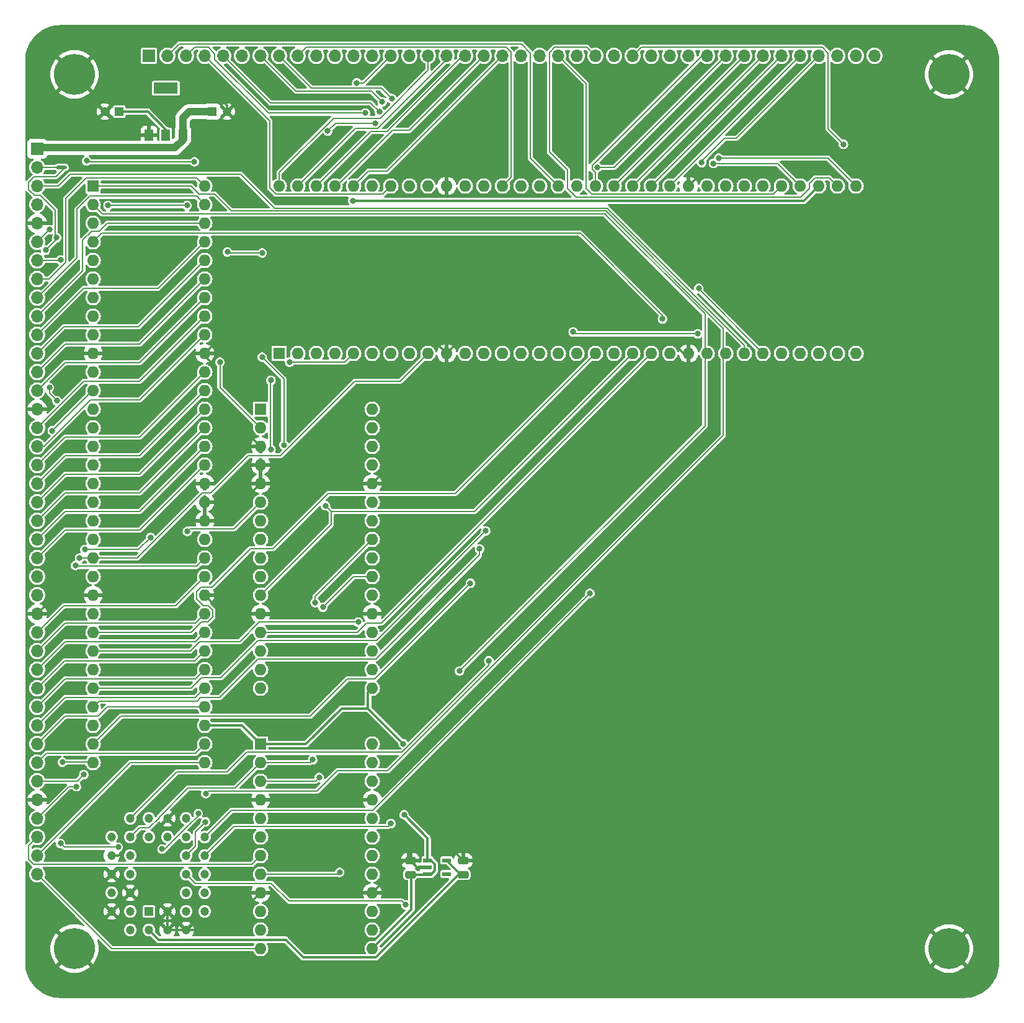
<source format=gbr>
%TF.GenerationSoftware,KiCad,Pcbnew,7.0.5*%
%TF.CreationDate,2023-12-16T12:10:52+02:00*%
%TF.ProjectId,VIA Board,56494120-426f-4617-9264-2e6b69636164,rev?*%
%TF.SameCoordinates,Original*%
%TF.FileFunction,Copper,L1,Top*%
%TF.FilePolarity,Positive*%
%FSLAX46Y46*%
G04 Gerber Fmt 4.6, Leading zero omitted, Abs format (unit mm)*
G04 Created by KiCad (PCBNEW 7.0.5) date 2023-12-16 12:10:52*
%MOMM*%
%LPD*%
G01*
G04 APERTURE LIST*
G04 Aperture macros list*
%AMRoundRect*
0 Rectangle with rounded corners*
0 $1 Rounding radius*
0 $2 $3 $4 $5 $6 $7 $8 $9 X,Y pos of 4 corners*
0 Add a 4 corners polygon primitive as box body*
4,1,4,$2,$3,$4,$5,$6,$7,$8,$9,$2,$3,0*
0 Add four circle primitives for the rounded corners*
1,1,$1+$1,$2,$3*
1,1,$1+$1,$4,$5*
1,1,$1+$1,$6,$7*
1,1,$1+$1,$8,$9*
0 Add four rect primitives between the rounded corners*
20,1,$1+$1,$2,$3,$4,$5,0*
20,1,$1+$1,$4,$5,$6,$7,0*
20,1,$1+$1,$6,$7,$8,$9,0*
20,1,$1+$1,$8,$9,$2,$3,0*%
G04 Aperture macros list end*
%TA.AperFunction,SMDPad,CuDef*%
%ADD10R,1.200000X1.500000*%
%TD*%
%TA.AperFunction,SMDPad,CuDef*%
%ADD11R,3.300000X1.500000*%
%TD*%
%TA.AperFunction,SMDPad,CuDef*%
%ADD12RoundRect,0.250000X0.475000X-0.250000X0.475000X0.250000X-0.475000X0.250000X-0.475000X-0.250000X0*%
%TD*%
%TA.AperFunction,ComponentPad*%
%ADD13R,1.600000X1.600000*%
%TD*%
%TA.AperFunction,ComponentPad*%
%ADD14O,1.600000X1.600000*%
%TD*%
%TA.AperFunction,ComponentPad*%
%ADD15C,5.600000*%
%TD*%
%TA.AperFunction,ComponentPad*%
%ADD16R,1.200000X1.200000*%
%TD*%
%TA.AperFunction,ComponentPad*%
%ADD17C,1.200000*%
%TD*%
%TA.AperFunction,SMDPad,CuDef*%
%ADD18R,1.150000X0.600000*%
%TD*%
%TA.AperFunction,SMDPad,CuDef*%
%ADD19C,0.500000*%
%TD*%
%TA.AperFunction,ComponentPad*%
%ADD20R,1.700000X1.700000*%
%TD*%
%TA.AperFunction,ComponentPad*%
%ADD21O,1.700000X1.700000*%
%TD*%
%TA.AperFunction,ViaPad*%
%ADD22C,0.800000*%
%TD*%
%TA.AperFunction,Conductor*%
%ADD23C,0.200000*%
%TD*%
%TA.AperFunction,Conductor*%
%ADD24C,0.380000*%
%TD*%
%TA.AperFunction,Conductor*%
%ADD25C,1.000000*%
%TD*%
G04 APERTURE END LIST*
%TA.AperFunction,EtchedComponent*%
%TO.C,NT3*%
G36*
X54610000Y-51050000D02*
G01*
X53610000Y-51050000D01*
X53610000Y-50550000D01*
X54610000Y-50550000D01*
X54610000Y-51050000D01*
G37*
%TD.AperFunction*%
%TD*%
D10*
%TO.P,IC3,1,GND*%
%TO.N,/GND*%
X66058000Y-46380000D03*
%TO.P,IC3,2,5.0VOut*%
%TO.N,/5V*%
X68358000Y-46380000D03*
%TO.P,IC3,3,15VIn*%
%TO.N,/12V*%
X70658000Y-46380000D03*
D11*
%TO.P,IC3,4,N.C*%
%TO.N,unconnected-(IC3-N.C-Pad4)*%
X68358000Y-39980000D03*
%TD*%
D12*
%TO.P,C1,1*%
%TO.N,/5V*%
X101727000Y-147365000D03*
%TO.P,C1,2*%
%TO.N,/GND*%
X101727000Y-145465000D03*
%TD*%
D13*
%TO.P,B16,1,A0*%
%TO.N,/A0*%
X58420000Y-53340000D03*
D14*
%TO.P,B16,2,A1*%
%TO.N,/A1*%
X58420000Y-55880000D03*
%TO.P,B16,3,5V*%
%TO.N,/5V*%
X58420000Y-58420000D03*
%TO.P,B16,4,A2*%
%TO.N,/A2*%
X58420000Y-60960000D03*
%TO.P,B16,5,A3*%
%TO.N,/A3*%
X58420000Y-63500000D03*
%TO.P,B16,6,A4*%
%TO.N,/A4*%
X58420000Y-66040000D03*
%TO.P,B16,7,A5*%
%TO.N,/A5*%
X58420000Y-68580000D03*
%TO.P,B16,8,A6*%
%TO.N,/A6*%
X58420000Y-71120000D03*
%TO.P,B16,9,A7*%
%TO.N,/A7*%
X58420000Y-73660000D03*
%TO.P,B16,10,GND*%
%TO.N,/GND*%
X58420000Y-76200000D03*
%TO.P,B16,11,A8*%
%TO.N,/A8*%
X58420000Y-78740000D03*
%TO.P,B16,12,A9*%
%TO.N,/A9*%
X58420000Y-81280000D03*
%TO.P,B16,13,A10*%
%TO.N,/A10*%
X58420000Y-83820000D03*
%TO.P,B16,14,A11*%
%TO.N,/A11*%
X58420000Y-86360000D03*
%TO.P,B16,15,A12*%
%TO.N,/A12*%
X58420000Y-88900000D03*
%TO.P,B16,16,A13*%
%TO.N,/A13*%
X58420000Y-91440000D03*
%TO.P,B16,17,A14*%
%TO.N,/A14*%
X58420000Y-93980000D03*
%TO.P,B16,18,A15*%
%TO.N,unconnected-(B16-A15-Pad18)*%
X58420000Y-96520000D03*
%TO.P,B16,19,A16*%
%TO.N,unconnected-(B16-A16-Pad19)*%
X58420000Y-99060000D03*
%TO.P,B16,20,S*%
%TO.N,unconnected-(B16-S-Pad20)*%
X58420000Y-101600000D03*
%TO.P,B16,21,~{WD}*%
%TO.N,/~{WD}*%
X58420000Y-104140000D03*
%TO.P,B16,22,~{RD}*%
%TO.N,/~{RD}*%
X58420000Y-106680000D03*
%TO.P,B16,23,GND*%
%TO.N,/GND*%
X58420000Y-109220000D03*
%TO.P,B16,24,D0*%
%TO.N,/D0*%
X58420000Y-111760000D03*
%TO.P,B16,25,D1*%
%TO.N,/D1*%
X58420000Y-114300000D03*
%TO.P,B16,26,D2*%
%TO.N,/D2*%
X58420000Y-116840000D03*
%TO.P,B16,27,D3*%
%TO.N,/D3*%
X58420000Y-119380000D03*
%TO.P,B16,28,D4*%
%TO.N,/D4*%
X58420000Y-121920000D03*
%TO.P,B16,29,D5*%
%TO.N,/D5*%
X58420000Y-124460000D03*
%TO.P,B16,30,D6*%
%TO.N,/D6*%
X58420000Y-127000000D03*
%TO.P,B16,31,D7*%
%TO.N,/D7*%
X58420000Y-129540000D03*
%TO.P,B16,32,Deivce_~{CS}*%
%TO.N,/~{Device Select}*%
X58420000Y-132080000D03*
%TO.P,B16,33,Deivce_~{CS}_{IN}*%
%TO.N,/~{Device Select} _{IN}*%
X73660000Y-132080000D03*
%TO.P,B16,34,D7_{IN/OUT}*%
%TO.N,/D7_{IN{slash}OUT}*%
X73660000Y-129540000D03*
%TO.P,B16,35,5V*%
%TO.N,/5V*%
X73660000Y-127000000D03*
%TO.P,B16,36,D6_{IN/OUT}*%
%TO.N,/D6_{IN{slash}OUT}*%
X73660000Y-124460000D03*
%TO.P,B16,37,D5_{IN/OUT}*%
%TO.N,/D5_{IN{slash}OUT}*%
X73660000Y-121920000D03*
%TO.P,B16,38,D4_{IN/OUT}*%
%TO.N,/D4_{IN{slash}OUT}*%
X73660000Y-119380000D03*
%TO.P,B16,39,D3_{IN/OUT}*%
%TO.N,/D3_{IN{slash}OUT}*%
X73660000Y-116840000D03*
%TO.P,B16,40,D2_{IN/OUT}*%
%TO.N,/D2_{IN{slash}OUT}*%
X73660000Y-114300000D03*
%TO.P,B16,41,D1_{IN/OUT}*%
%TO.N,/D1_{IN{slash}OUT}*%
X73660000Y-111760000D03*
%TO.P,B16,42,GND*%
%TO.N,/GND*%
X73660000Y-109220000D03*
%TO.P,B16,43,D0_{IN/OUT}*%
%TO.N,/D0_{IN{slash}OUT}*%
X73660000Y-106680000D03*
%TO.P,B16,44,~{RD}_{IN}*%
%TO.N,/~{RD}_{IN}*%
X73660000Y-104140000D03*
%TO.P,B16,45,~{WD}_{IN}*%
%TO.N,/~{WD}_{IN}*%
X73660000Y-101600000D03*
%TO.P,B16,46,S_{IN}*%
%TO.N,/GND*%
X73660000Y-99060000D03*
%TO.P,B16,47,A16_{IN}*%
X73660000Y-96520000D03*
%TO.P,B16,48,A15_{IN}*%
X73660000Y-93980000D03*
%TO.P,B16,49,A14_{IN}*%
%TO.N,/A14_{IN}*%
X73660000Y-91440000D03*
%TO.P,B16,50,A13_{IN}*%
%TO.N,/A13_{IN}*%
X73660000Y-88900000D03*
%TO.P,B16,51,A12_{IN}*%
%TO.N,/A12_{IN}*%
X73660000Y-86360000D03*
%TO.P,B16,52,A11_{IN}*%
%TO.N,/A11_{IN}*%
X73660000Y-83820000D03*
%TO.P,B16,53,A10_{IN}*%
%TO.N,/A10_{IN}*%
X73660000Y-81280000D03*
%TO.P,B16,54,A9_{IN}*%
%TO.N,/A9_{IN}*%
X73660000Y-78740000D03*
%TO.P,B16,55,GND*%
%TO.N,/GND*%
X73660000Y-76200000D03*
%TO.P,B16,56,A8_{IN}*%
%TO.N,/A8_{IN}*%
X73660000Y-73660000D03*
%TO.P,B16,57,A7_{IN}*%
%TO.N,/A7_{IN}*%
X73660000Y-71120000D03*
%TO.P,B16,58,A6_{IN}*%
%TO.N,/A6_{IN}*%
X73660000Y-68580000D03*
%TO.P,B16,59,A5_{IN}*%
%TO.N,/A5_{IN}*%
X73660000Y-66040000D03*
%TO.P,B16,60,A4_{IN}*%
%TO.N,/A4_{IN}*%
X73660000Y-63500000D03*
%TO.P,B16,61,A3_{IN}*%
%TO.N,/A3_{IN}*%
X73660000Y-60960000D03*
%TO.P,B16,62,A2_{IN}*%
%TO.N,/A2_{IN}*%
X73660000Y-58420000D03*
%TO.P,B16,63,A1_{IN}*%
%TO.N,/A1_{IN}*%
X73660000Y-55880000D03*
%TO.P,B16,64,A0_{IN}*%
%TO.N,/A0_{IN}*%
X73660000Y-53340000D03*
%TD*%
D15*
%TO.P,H4,1,GND*%
%TO.N,/GND*%
X175260000Y-38100000D03*
%TD*%
D16*
%TO.P,C4,1*%
%TO.N,/12V*%
X74708000Y-43180000D03*
D17*
%TO.P,C4,2*%
%TO.N,/GND*%
X76708000Y-43180000D03*
%TD*%
D18*
%TO.P,IC2,1,VIN*%
%TO.N,/5V*%
X104080000Y-145420000D03*
%TO.P,IC2,2,GND*%
%TO.N,/GND*%
X104080000Y-146370000D03*
%TO.P,IC2,3,EN*%
%TO.N,/5V*%
X104080000Y-147320000D03*
%TO.P,IC2,4,ADJ*%
%TO.N,unconnected-(IC2-ADJ-Pad4)*%
X106680000Y-147320000D03*
%TO.P,IC2,5,VOUT*%
%TO.N,/3.3V*%
X106680000Y-145420000D03*
%TD*%
D13*
%TO.P,B1,1,PB5*%
%TO.N,/PB5*%
X83820000Y-76200000D03*
D14*
%TO.P,B1,2,PB6*%
%TO.N,/PB6*%
X86360000Y-76200000D03*
%TO.P,B1,3,5V*%
%TO.N,/5V*%
X88900000Y-76200000D03*
%TO.P,B1,4,PB7*%
%TO.N,/PB7*%
X91440000Y-76200000D03*
%TO.P,B1,5,CB1*%
%TO.N,/CB1*%
X93980000Y-76200000D03*
%TO.P,B1,6,CB2*%
%TO.N,/CB2*%
X96520000Y-76200000D03*
%TO.P,B1,7,~{Reset}*%
%TO.N,/~{Reset}*%
X99060000Y-76200000D03*
%TO.P,B1,8,PHI2*%
%TO.N,/PHI2*%
X101600000Y-76200000D03*
%TO.P,B1,9,R~{W}*%
%TO.N,/~{WD}*%
X104140000Y-76200000D03*
%TO.P,B1,10,GND*%
%TO.N,/GND*%
X106680000Y-76200000D03*
%TO.P,B1,11,~{Device_Select}*%
%TO.N,/~{VIA Select}*%
X109220000Y-76200000D03*
%TO.P,B1,12,D7*%
%TO.N,/D7*%
X111760000Y-76200000D03*
%TO.P,B1,13,D6*%
%TO.N,/D6*%
X114300000Y-76200000D03*
%TO.P,B1,14,D5*%
%TO.N,/D5*%
X116840000Y-76200000D03*
%TO.P,B1,15,D4*%
%TO.N,/D4*%
X119380000Y-76200000D03*
%TO.P,B1,16,D3*%
%TO.N,/D3*%
X121920000Y-76200000D03*
%TO.P,B1,17,D2*%
%TO.N,/D2*%
X124460000Y-76200000D03*
%TO.P,B1,18,D1*%
%TO.N,/D1*%
X127000000Y-76200000D03*
%TO.P,B1,19,D0*%
%TO.N,/D0*%
X129540000Y-76200000D03*
%TO.P,B1,20,A4*%
%TO.N,/A4*%
X132080000Y-76200000D03*
%TO.P,B1,21,A3*%
%TO.N,/A3*%
X134620000Y-76200000D03*
%TO.P,B1,22,A2*%
%TO.N,/A2*%
X137160000Y-76200000D03*
%TO.P,B1,23,GND*%
%TO.N,/GND*%
X139700000Y-76200000D03*
%TO.P,B1,24,A1*%
%TO.N,/A1*%
X142240000Y-76200000D03*
%TO.P,B1,25,A0*%
%TO.N,/A0*%
X144780000Y-76200000D03*
%TO.P,B1,26,~{IRQ}*%
%TO.N,/~{Interrupt} _{OUT}*%
X147320000Y-76200000D03*
%TO.P,B1,27,CC2*%
%TO.N,/CC2*%
X149860000Y-76200000D03*
%TO.P,B1,28,CC1*%
%TO.N,/CC1*%
X152400000Y-76200000D03*
%TO.P,B1,29,PC0*%
%TO.N,/PC0*%
X154940000Y-76200000D03*
%TO.P,B1,30,PC1*%
%TO.N,/PC1*%
X157480000Y-76200000D03*
%TO.P,B1,31,PC2*%
%TO.N,/PC2*%
X160020000Y-76200000D03*
%TO.P,B1,32,PC3*%
%TO.N,/PC3*%
X162560000Y-76200000D03*
%TO.P,B1,33,PC4*%
%TO.N,/PC4*%
X162560000Y-53340000D03*
%TO.P,B1,34,PC5*%
%TO.N,/PC5*%
X160020000Y-53340000D03*
%TO.P,B1,35,5V*%
%TO.N,/5V*%
X157480000Y-53340000D03*
%TO.P,B1,36,PC6*%
%TO.N,/PC6*%
X154940000Y-53340000D03*
%TO.P,B1,37,PC7*%
%TO.N,/PC7*%
X152400000Y-53340000D03*
%TO.P,B1,38,PD0*%
%TO.N,/PD0*%
X149860000Y-53340000D03*
%TO.P,B1,39,PD1*%
%TO.N,/PD1*%
X147320000Y-53340000D03*
%TO.P,B1,40,PD2*%
%TO.N,/PD2*%
X144780000Y-53340000D03*
%TO.P,B1,41,PD3*%
%TO.N,/PD3*%
X142240000Y-53340000D03*
%TO.P,B1,42,GND*%
%TO.N,/GND*%
X139700000Y-53340000D03*
%TO.P,B1,43,PD4*%
%TO.N,/PD4*%
X137160000Y-53340000D03*
%TO.P,B1,44,PD5*%
%TO.N,/PD5*%
X134620000Y-53340000D03*
%TO.P,B1,45,PD6*%
%TO.N,/PD6*%
X132080000Y-53340000D03*
%TO.P,B1,46,PD7*%
%TO.N,/PD7*%
X129540000Y-53340000D03*
%TO.P,B1,47,CD1*%
%TO.N,/CD1*%
X127000000Y-53340000D03*
%TO.P,B1,48,CD2*%
%TO.N,/CD2*%
X124460000Y-53340000D03*
%TO.P,B1,49,CA2*%
%TO.N,/CA2*%
X121920000Y-53340000D03*
%TO.P,B1,50,CA1*%
%TO.N,/CA1*%
X119380000Y-53340000D03*
%TO.P,B1,51,PA0*%
%TO.N,/PA0*%
X116840000Y-53340000D03*
%TO.P,B1,52,PA1*%
%TO.N,/PA1*%
X114300000Y-53340000D03*
%TO.P,B1,53,PA2*%
%TO.N,/PA2*%
X111760000Y-53340000D03*
%TO.P,B1,54,PA3*%
%TO.N,/PA3*%
X109220000Y-53340000D03*
%TO.P,B1,55,GND*%
%TO.N,/GND*%
X106680000Y-53340000D03*
%TO.P,B1,56,PA4*%
%TO.N,/PA4*%
X104140000Y-53340000D03*
%TO.P,B1,57,PA5*%
%TO.N,/PA5*%
X101600000Y-53340000D03*
%TO.P,B1,58,PA6*%
%TO.N,/PA6*%
X99060000Y-53340000D03*
%TO.P,B1,59,PA7*%
%TO.N,/PA7*%
X96520000Y-53340000D03*
%TO.P,B1,60,PB0*%
%TO.N,/PB0*%
X93980000Y-53340000D03*
%TO.P,B1,61,PB1*%
%TO.N,/PB1*%
X91440000Y-53340000D03*
%TO.P,B1,62,PB2*%
%TO.N,/PB2*%
X88900000Y-53340000D03*
%TO.P,B1,63,PB3*%
%TO.N,/PB3*%
X86360000Y-53340000D03*
%TO.P,B1,64,PB4*%
%TO.N,/PB4*%
X83820000Y-53340000D03*
%TD*%
D15*
%TO.P,H1,1,GND*%
%TO.N,/GND*%
X55880000Y-38100000D03*
%TD*%
D12*
%TO.P,C2,1*%
%TO.N,/3.3V*%
X108966000Y-147365000D03*
%TO.P,C2,2*%
%TO.N,/GND*%
X108966000Y-145465000D03*
%TD*%
D15*
%TO.P,H3,1,GND*%
%TO.N,/GND*%
X55880000Y-157480000D03*
%TD*%
%TO.P,H2,1,GND*%
%TO.N,/GND*%
X175260000Y-157480000D03*
%TD*%
D16*
%TO.P,C3,1*%
%TO.N,/5V*%
X62008000Y-43180000D03*
D17*
%TO.P,C3,2*%
%TO.N,/GND*%
X60008000Y-43180000D03*
%TD*%
D16*
%TO.P,IC1,1,N.C.*%
%TO.N,unconnected-(IC1-N.C.-Pad1)*%
X66040000Y-152400000D03*
D17*
%TO.P,IC1,2,A16*%
%TO.N,/GND*%
X68580000Y-154940000D03*
%TO.P,IC1,3,A15*%
X68580000Y-152400000D03*
%TO.P,IC1,4,A12*%
X71120000Y-154940000D03*
%TO.P,IC1,5,A7*%
%TO.N,/A7*%
X73660000Y-152400000D03*
%TO.P,IC1,6,A6*%
%TO.N,/A6*%
X71120000Y-152400000D03*
%TO.P,IC1,7,A5*%
%TO.N,/A5*%
X73660000Y-149860000D03*
%TO.P,IC1,8,A4*%
%TO.N,/A4*%
X71120000Y-149860000D03*
%TO.P,IC1,9,A3*%
%TO.N,/A3*%
X73660000Y-147320000D03*
%TO.P,IC1,10,A2*%
%TO.N,/A2*%
X71120000Y-147320000D03*
%TO.P,IC1,11,A1*%
%TO.N,/A1*%
X73660000Y-144780000D03*
%TO.P,IC1,12,A0*%
%TO.N,/A0*%
X71120000Y-144780000D03*
%TO.P,IC1,13,DQ0*%
%TO.N,/D0*%
X73660000Y-142240000D03*
%TO.P,IC1,14,DQ1*%
%TO.N,/D1*%
X71120000Y-139700000D03*
%TO.P,IC1,15,DQ2*%
%TO.N,/D2*%
X71120000Y-142240000D03*
%TO.P,IC1,16,GND*%
%TO.N,/GND*%
X68580000Y-139700000D03*
%TO.P,IC1,17,DQ3*%
%TO.N,/D3*%
X68580000Y-142240000D03*
%TO.P,IC1,18,DQ4*%
%TO.N,/D4*%
X66040000Y-139700000D03*
%TO.P,IC1,19,DQ5*%
%TO.N,/D5*%
X66040000Y-142240000D03*
%TO.P,IC1,20,DQ6*%
%TO.N,/D6*%
X63500000Y-139700000D03*
%TO.P,IC1,21,DQ7*%
%TO.N,/D7*%
X60960000Y-142240000D03*
%TO.P,IC1,22,~{CE}*%
%TO.N,/~{Device ROM}*%
X63500000Y-142240000D03*
%TO.P,IC1,23,A10*%
%TO.N,/GND*%
X60960000Y-144780000D03*
%TO.P,IC1,24,~{OE}*%
%TO.N,/~{RD}*%
X63500000Y-144780000D03*
%TO.P,IC1,25,A11*%
%TO.N,/GND*%
X60960000Y-147320000D03*
%TO.P,IC1,26,A9*%
%TO.N,/A9*%
X63500000Y-147320000D03*
%TO.P,IC1,27,A8*%
%TO.N,/A8*%
X60960000Y-149860000D03*
%TO.P,IC1,28,A13*%
%TO.N,/GND*%
X63500000Y-149860000D03*
%TO.P,IC1,29,A14*%
X60960000Y-152400000D03*
%TO.P,IC1,30,N.C.*%
%TO.N,unconnected-(IC1-N.C.-Pad30)*%
X63500000Y-154940000D03*
%TO.P,IC1,31,~{WE}*%
%TO.N,/~{WD}*%
X63500000Y-152400000D03*
%TO.P,IC1,32,3V*%
%TO.N,/3.3V*%
X66040000Y-154940000D03*
%TD*%
D13*
%TO.P,B4,1,5V*%
%TO.N,/5V*%
X81280000Y-129540000D03*
D14*
%TO.P,B4,2,~{Device_ROM}*%
%TO.N,/~{Device ROM}*%
X81280000Y-132080000D03*
%TO.P,B4,3,~{Device_RAM}*%
%TO.N,/~{Device RAM}*%
X81280000Y-134620000D03*
%TO.P,B4,4,GND*%
%TO.N,/GND*%
X81280000Y-137160000D03*
%TO.P,B4,5,N.C.*%
%TO.N,unconnected-(B4-N.C.-Pad5)*%
X81280000Y-139700000D03*
%TO.P,B4,6,N.C.*%
%TO.N,unconnected-(B4-N.C.-Pad6)*%
X81280000Y-142240000D03*
%TO.P,B4,7,~{Reset}*%
%TO.N,/~{Reset} _{IN}*%
X81280000Y-144780000D03*
%TO.P,B4,8,~{Device_Registers}*%
%TO.N,/~{Device Registers}*%
X81280000Y-147320000D03*
%TO.P,B4,9,GND*%
%TO.N,/GND*%
X81280000Y-149860000D03*
%TO.P,B4,10,N.C.*%
%TO.N,unconnected-(B4-N.C.-Pad10)*%
X81280000Y-152400000D03*
%TO.P,B4,11,N.C.*%
%TO.N,unconnected-(B4-N.C.-Pad11)*%
X81280000Y-154940000D03*
%TO.P,B4,12,CLK*%
%TO.N,/PHI2_{IN}*%
X81280000Y-157480000D03*
%TO.P,B4,13,5V*%
%TO.N,/5V*%
X96520000Y-157480000D03*
%TO.P,B4,14,N.C.*%
%TO.N,unconnected-(B4-N.C.-Pad14)*%
X96520000Y-154940000D03*
%TO.P,B4,15,~{Reset}_{OUT5V}*%
%TO.N,/~{Reset}*%
X96520000Y-152400000D03*
%TO.P,B4,16,GND*%
%TO.N,/GND*%
X96520000Y-149860000D03*
%TO.P,B4,17,N.C.*%
%TO.N,unconnected-(B4-N.C.-Pad17)*%
X96520000Y-147320000D03*
%TO.P,B4,18,~{VIA_Select}__{OUT}*%
%TO.N,/~{VIA Select}*%
X96520000Y-144780000D03*
%TO.P,B4,19,VIA_PHI2__{OUT}*%
%TO.N,/PHI2*%
X96520000Y-142240000D03*
%TO.P,B4,20,N.C.*%
%TO.N,unconnected-(B4-N.C.-Pad20)*%
X96520000Y-139700000D03*
%TO.P,B4,21,GND*%
%TO.N,/GND*%
X96520000Y-137160000D03*
%TO.P,B4,22,H0_{OUT}*%
%TO.N,/H0_{OUT}*%
X96520000Y-134620000D03*
%TO.P,B4,23,H1_{OUT}*%
%TO.N,/H1_{OUT}*%
X96520000Y-132080000D03*
%TO.P,B4,24,H2_{OUT}*%
%TO.N,/H2_{OUT}*%
X96520000Y-129540000D03*
%TD*%
D19*
%TO.P,NT3,1,1*%
%TO.N,/~{Enable} _{OUT}*%
X53610000Y-50800000D03*
%TO.P,NT3,2,2*%
%TO.N,/~{Device Select}*%
X54610000Y-50800000D03*
%TD*%
D20*
%TO.P,J2,1,Pin_1*%
%TO.N,/CA1*%
X66040000Y-35560000D03*
D21*
%TO.P,J2,2,Pin_2*%
%TO.N,/CA2*%
X68580000Y-35560000D03*
%TO.P,J2,3,Pin_3*%
%TO.N,/PA7*%
X71120000Y-35560000D03*
%TO.P,J2,4,Pin_4*%
%TO.N,/PA6*%
X73660000Y-35560000D03*
%TO.P,J2,5,Pin_5*%
%TO.N,/PA5*%
X76200000Y-35560000D03*
%TO.P,J2,6,Pin_6*%
%TO.N,/PA4*%
X78740000Y-35560000D03*
%TO.P,J2,7,Pin_7*%
%TO.N,/PA3*%
X81280000Y-35560000D03*
%TO.P,J2,8,Pin_8*%
%TO.N,/PA2*%
X83820000Y-35560000D03*
%TO.P,J2,9,Pin_9*%
%TO.N,/PA1*%
X86360000Y-35560000D03*
%TO.P,J2,10,Pin_10*%
%TO.N,/PA0*%
X88900000Y-35560000D03*
%TO.P,J2,11,Pin_11*%
%TO.N,/CB1*%
X91440000Y-35560000D03*
%TO.P,J2,12,Pin_12*%
%TO.N,/CB2*%
X93980000Y-35560000D03*
%TO.P,J2,13,Pin_13*%
%TO.N,/PB7*%
X96520000Y-35560000D03*
%TO.P,J2,14,Pin_14*%
%TO.N,/PB6*%
X99060000Y-35560000D03*
%TO.P,J2,15,Pin_15*%
%TO.N,/PB5*%
X101600000Y-35560000D03*
%TO.P,J2,16,Pin_16*%
%TO.N,/PB4*%
X104140000Y-35560000D03*
%TO.P,J2,17,Pin_17*%
%TO.N,/PB3*%
X106680000Y-35560000D03*
%TO.P,J2,18,Pin_18*%
%TO.N,/PB2*%
X109220000Y-35560000D03*
%TO.P,J2,19,Pin_19*%
%TO.N,/PB1*%
X111760000Y-35560000D03*
%TO.P,J2,20,Pin_20*%
%TO.N,/PB0*%
X114300000Y-35560000D03*
%TO.P,J2,21,Pin_21*%
%TO.N,/CC1*%
X116840000Y-35560000D03*
%TO.P,J2,22,Pin_22*%
%TO.N,/CC2*%
X119380000Y-35560000D03*
%TO.P,J2,23,Pin_23*%
%TO.N,/PC7*%
X121920000Y-35560000D03*
%TO.P,J2,24,Pin_24*%
%TO.N,/PC6*%
X124460000Y-35560000D03*
%TO.P,J2,25,Pin_25*%
%TO.N,/PC5*%
X127000000Y-35560000D03*
%TO.P,J2,26,Pin_26*%
%TO.N,/PC4*%
X129540000Y-35560000D03*
%TO.P,J2,27,Pin_27*%
%TO.N,/PC3*%
X132080000Y-35560000D03*
%TO.P,J2,28,Pin_28*%
%TO.N,/PC2*%
X134620000Y-35560000D03*
%TO.P,J2,29,Pin_29*%
%TO.N,/PC1*%
X137160000Y-35560000D03*
%TO.P,J2,30,Pin_30*%
%TO.N,/PC0*%
X139700000Y-35560000D03*
%TO.P,J2,31,Pin_31*%
%TO.N,/CD1*%
X142240000Y-35560000D03*
%TO.P,J2,32,Pin_32*%
%TO.N,/CD2*%
X144780000Y-35560000D03*
%TO.P,J2,33,Pin_33*%
%TO.N,/PD7*%
X147320000Y-35560000D03*
%TO.P,J2,34,Pin_34*%
%TO.N,/PD6*%
X149860000Y-35560000D03*
%TO.P,J2,35,Pin_35*%
%TO.N,/PD5*%
X152400000Y-35560000D03*
%TO.P,J2,36,Pin_36*%
%TO.N,/PD4*%
X154940000Y-35560000D03*
%TO.P,J2,37,Pin_37*%
%TO.N,/PD3*%
X157480000Y-35560000D03*
%TO.P,J2,38,Pin_38*%
%TO.N,/PD2*%
X160020000Y-35560000D03*
%TO.P,J2,39,Pin_39*%
%TO.N,/PD1*%
X162560000Y-35560000D03*
%TO.P,J2,40,Pin_40*%
%TO.N,/PD0*%
X165100000Y-35560000D03*
%TD*%
D13*
%TO.P,B3,1,5V*%
%TO.N,/5V*%
X81280000Y-83820000D03*
D14*
%TO.P,B3,2,~{Device_Select}*%
%TO.N,/~{Device Select}*%
X81280000Y-86360000D03*
%TO.P,B3,3,A16*%
%TO.N,/GND*%
X81280000Y-88900000D03*
%TO.P,B3,4,A15*%
X81280000Y-91440000D03*
%TO.P,B3,5,GND*%
X81280000Y-93980000D03*
%TO.P,B3,6,A14*%
%TO.N,/A14*%
X81280000Y-96520000D03*
%TO.P,B3,7,A13*%
%TO.N,/A13*%
X81280000Y-99060000D03*
%TO.P,B3,8,A12*%
%TO.N,/A12*%
X81280000Y-101600000D03*
%TO.P,B3,9,A11*%
%TO.N,/A11*%
X81280000Y-104140000D03*
%TO.P,B3,10,A10*%
%TO.N,/A10*%
X81280000Y-106680000D03*
%TO.P,B3,11,A4*%
%TO.N,/A4*%
X81280000Y-109220000D03*
%TO.P,B3,12,GND*%
%TO.N,/GND*%
X81280000Y-111760000D03*
%TO.P,B3,13,A3*%
%TO.N,/A3*%
X81280000Y-114300000D03*
%TO.P,B3,14,N.C.*%
%TO.N,unconnected-(B3-N.C.-Pad14)*%
X81280000Y-116840000D03*
%TO.P,B3,15,~{Reset}_{IN}*%
%TO.N,/~{Reset} _{IN}*%
X81280000Y-119380000D03*
%TO.P,B3,16,N.C.*%
%TO.N,unconnected-(B3-N.C.-Pad16)*%
X81280000Y-121920000D03*
%TO.P,B3,17,5V*%
%TO.N,/5V*%
X96520000Y-121920000D03*
%TO.P,B3,18,Reset_{OUT}*%
%TO.N,unconnected-(B3-Reset_{OUT}-Pad18)*%
X96520000Y-119380000D03*
%TO.P,B3,19,~{Reset}_{OUT}*%
%TO.N,unconnected-(B3-~{Reset}_{OUT}-Pad19)*%
X96520000Y-116840000D03*
%TO.P,B3,20,~{A3}*%
%TO.N,unconnected-(B3-~{A3}-Pad20)*%
X96520000Y-114300000D03*
%TO.P,B3,21,GND*%
%TO.N,/GND*%
X96520000Y-111760000D03*
%TO.P,B3,22,~{A4}*%
%TO.N,unconnected-(B3-~{A4}-Pad22)*%
X96520000Y-109220000D03*
%TO.P,B3,23,~{Device_RAM}*%
%TO.N,/~{Device RAM}*%
X96520000Y-106680000D03*
%TO.P,B3,24,~{Device_Registers}*%
%TO.N,/~{Device Registers}*%
X96520000Y-104140000D03*
%TO.P,B3,25,~{Device_ROM}*%
%TO.N,/~{Device ROM}*%
X96520000Y-101600000D03*
%TO.P,B3,26,N.C.*%
%TO.N,unconnected-(B3-N.C.-Pad26)*%
X96520000Y-99060000D03*
%TO.P,B3,27,N.C.*%
%TO.N,unconnected-(B3-N.C.-Pad27)*%
X96520000Y-96520000D03*
%TO.P,B3,28,GND*%
%TO.N,/GND*%
X96520000Y-93980000D03*
%TO.P,B3,29,N.C.*%
%TO.N,unconnected-(B3-N.C.-Pad29)*%
X96520000Y-91440000D03*
%TO.P,B3,30,N.C.*%
%TO.N,unconnected-(B3-N.C.-Pad30)*%
X96520000Y-88900000D03*
%TO.P,B3,31,N.C.*%
%TO.N,unconnected-(B3-N.C.-Pad31)*%
X96520000Y-86360000D03*
%TO.P,B3,32,N.C.*%
%TO.N,unconnected-(B3-N.C.-Pad32)*%
X96520000Y-83820000D03*
%TD*%
D20*
%TO.P,J1,1,Pin_1*%
%TO.N,/12V*%
X50800000Y-48260000D03*
D21*
%TO.P,J1,2,Pin_2*%
%TO.N,/~{Enable} _{OUT}*%
X50800000Y-50800000D03*
%TO.P,J1,3,Pin_3*%
%TO.N,/~{Interrupt} _{OUT}*%
X50800000Y-53340000D03*
%TO.P,J1,4,Pin_4*%
%TO.N,/H0_{OUT}*%
X50800000Y-55880000D03*
%TO.P,J1,5,Pin_5*%
%TO.N,/GND*%
X50800000Y-58420000D03*
%TO.P,J1,6,Pin_6*%
%TO.N,/H1_{OUT}*%
X50800000Y-60960000D03*
%TO.P,J1,7,Pin_7*%
%TO.N,/H2_{OUT}*%
X50800000Y-63500000D03*
%TO.P,J1,8,Pin_8*%
%TO.N,/A0_{IN}*%
X50800000Y-66040000D03*
%TO.P,J1,9,Pin_9*%
%TO.N,/A1_{IN}*%
X50800000Y-68580000D03*
%TO.P,J1,10,Pin_10*%
%TO.N,/A2_{IN}*%
X50800000Y-71120000D03*
%TO.P,J1,11,Pin_11*%
%TO.N,/A3_{IN}*%
X50800000Y-73660000D03*
%TO.P,J1,12,Pin_12*%
%TO.N,/A4_{IN}*%
X50800000Y-76200000D03*
%TO.P,J1,13,Pin_13*%
%TO.N,/A5_{IN}*%
X50800000Y-78740000D03*
%TO.P,J1,14,Pin_14*%
%TO.N,/A6_{IN}*%
X50800000Y-81280000D03*
%TO.P,J1,15,Pin_15*%
%TO.N,/GND*%
X50800000Y-83820000D03*
%TO.P,J1,16,Pin_16*%
%TO.N,/A7_{IN}*%
X50800000Y-86360000D03*
%TO.P,J1,17,Pin_17*%
%TO.N,/A8_{IN}*%
X50800000Y-88900000D03*
%TO.P,J1,18,Pin_18*%
%TO.N,/A9_{IN}*%
X50800000Y-91440000D03*
%TO.P,J1,19,Pin_19*%
%TO.N,/A10_{IN}*%
X50800000Y-93980000D03*
%TO.P,J1,20,Pin_20*%
%TO.N,/A11_{IN}*%
X50800000Y-96520000D03*
%TO.P,J1,21,Pin_21*%
%TO.N,/A12_{IN}*%
X50800000Y-99060000D03*
%TO.P,J1,22,Pin_22*%
%TO.N,/A13_{IN}*%
X50800000Y-101600000D03*
%TO.P,J1,23,Pin_23*%
%TO.N,/A14_{IN}*%
X50800000Y-104140000D03*
%TO.P,J1,24,Pin_24*%
%TO.N,unconnected-(J1-Pin_24-Pad24)*%
X50800000Y-106680000D03*
%TO.P,J1,25,Pin_25*%
%TO.N,unconnected-(J1-Pin_25-Pad25)*%
X50800000Y-109220000D03*
%TO.P,J1,26,Pin_26*%
%TO.N,/GND*%
X50800000Y-111760000D03*
%TO.P,J1,27,Pin_27*%
%TO.N,/D0_{IN{slash}OUT}*%
X50800000Y-114300000D03*
%TO.P,J1,28,Pin_28*%
%TO.N,/D1_{IN{slash}OUT}*%
X50800000Y-116840000D03*
%TO.P,J1,29,Pin_29*%
%TO.N,/D2_{IN{slash}OUT}*%
X50800000Y-119380000D03*
%TO.P,J1,30,Pin_30*%
%TO.N,/D3_{IN{slash}OUT}*%
X50800000Y-121920000D03*
%TO.P,J1,31,Pin_31*%
%TO.N,/D4_{IN{slash}OUT}*%
X50800000Y-124460000D03*
%TO.P,J1,32,Pin_32*%
%TO.N,/D5_{IN{slash}OUT}*%
X50800000Y-127000000D03*
%TO.P,J1,33,Pin_33*%
%TO.N,/D6_{IN{slash}OUT}*%
X50800000Y-129540000D03*
%TO.P,J1,34,Pin_34*%
%TO.N,/D7_{IN{slash}OUT}*%
X50800000Y-132080000D03*
%TO.P,J1,35,Pin_35*%
%TO.N,/~{WD}_{IN}*%
X50800000Y-134620000D03*
%TO.P,J1,36,Pin_36*%
%TO.N,/GND*%
X50800000Y-137160000D03*
%TO.P,J1,37,Pin_37*%
%TO.N,/~{RD}_{IN}*%
X50800000Y-139700000D03*
%TO.P,J1,38,Pin_38*%
%TO.N,/~{Reset} _{IN}*%
X50800000Y-142240000D03*
%TO.P,J1,39,Pin_39*%
%TO.N,/~{Device Select} _{IN}*%
X50800000Y-144780000D03*
%TO.P,J1,40,Pin_40*%
%TO.N,/PHI2_{IN}*%
X50800000Y-147320000D03*
%TD*%
D22*
%TO.N,/~{WD}_{IN}*%
X57277000Y-102979800D03*
%TO.N,/GND*%
X67817998Y-109346998D03*
X67818000Y-103632000D03*
%TO.N,/~{RD}_{IN}*%
X56015016Y-105156000D03*
%TO.N,/~{WD}_{IN}*%
X57150000Y-133731000D03*
%TO.N,/A9*%
X61849000Y-143637000D03*
X53975000Y-143129000D03*
%TO.N,/GND*%
X139573000Y-145465000D03*
%TO.N,/CC1*%
X140970000Y-73533000D03*
%TO.N,/A2*%
X136144000Y-71501000D03*
%TO.N,/CC2*%
X141097000Y-67310000D03*
%TO.N,/GND*%
X124714000Y-61087000D03*
%TO.N,/CC1*%
X123952000Y-73279000D03*
%TO.N,/GND*%
X106680000Y-60960000D03*
X79629000Y-60960000D03*
X85471000Y-93980000D03*
X86487000Y-149860000D03*
%TO.N,/~{Device Registers}*%
X92074998Y-147066000D03*
%TO.N,/~{Device RAM}*%
X89281000Y-134112000D03*
%TO.N,/~{Device ROM}*%
X88392000Y-131698992D03*
%TO.N,/GND*%
X85852000Y-111760000D03*
X74640000Y-137287001D03*
%TO.N,/5V*%
X100758700Y-129505500D03*
X100878100Y-139203000D03*
X93861600Y-55360100D03*
%TO.N,/GND*%
X98060300Y-138256300D03*
%TO.N,/D7*%
X109920006Y-107586950D03*
%TO.N,/D6*%
X112438400Y-118165200D03*
%TO.N,/D5*%
X111167250Y-102912250D03*
%TO.N,/D4*%
X112014004Y-100457004D03*
%TO.N,/D2*%
X94611900Y-112903000D03*
%TO.N,/D0*%
X126238000Y-108966000D03*
%TO.N,/A9*%
X52854900Y-86757000D03*
%TO.N,/A6*%
X67842400Y-143882500D03*
X72771000Y-139065000D03*
%TO.N,/A4*%
X90153900Y-97002500D03*
%TO.N,/A2*%
X101092000Y-151511000D03*
%TO.N,/A1*%
X108445300Y-119568400D03*
X99080000Y-140409000D03*
%TO.N,/A0*%
X73750400Y-140174100D03*
X73820100Y-136319000D03*
%TO.N,/~{WD}*%
X56576984Y-104140000D03*
%TO.N,/A14*%
X71301250Y-100511250D03*
%TO.N,/~{WD}_{IN}*%
X66249328Y-101329322D03*
%TO.N,/~{RD}_{IN}*%
X56142007Y-135362225D03*
%TO.N,/H2_{OUT}*%
X54003000Y-63440200D03*
%TO.N,/~{Device ROM}*%
X88738700Y-110224800D03*
%TO.N,/H1_{OUT}*%
X84454800Y-88690500D03*
X81493400Y-62484000D03*
X76762012Y-62357000D03*
X60452000Y-56007000D03*
X81493400Y-76701900D03*
X52451000Y-59309000D03*
X71247000Y-56007000D03*
%TO.N,/H0_{OUT}*%
X72253900Y-50047100D03*
X57531000Y-49911000D03*
X82698865Y-79882735D03*
X82704400Y-89356800D03*
%TO.N,/PB6*%
X94403200Y-39256600D03*
%TO.N,/CB1*%
X85265700Y-77398800D03*
%TO.N,/PC3*%
X160848500Y-47642000D03*
%TO.N,/PC4*%
X143809800Y-49542600D03*
%TO.N,/PC6*%
X143104000Y-50259900D03*
%TO.N,/PD3*%
X141502100Y-50148600D03*
%TO.N,/CD2*%
X127288100Y-50800000D03*
%TO.N,/PA2*%
X99203500Y-41416900D03*
%TO.N,/PA3*%
X97885500Y-41855100D03*
%TO.N,/PA4*%
X90460400Y-45845400D03*
X96975500Y-44789600D03*
%TO.N,/PA5*%
X97490600Y-43190100D03*
%TO.N,/PA7*%
X95587000Y-43384700D03*
%TO.N,/~{Device Select}*%
X53460000Y-60395100D03*
X53467000Y-82677000D03*
X54231100Y-132025500D03*
X75737100Y-77399300D03*
X52451006Y-80899000D03*
X51943000Y-62103000D03*
%TO.N,/~{Device RAM}*%
X89789000Y-110871000D03*
%TD*%
D23*
%TO.N,/D5*%
X111167250Y-103758550D02*
X111167250Y-102912250D01*
X96983900Y-117941900D02*
X111167250Y-103758550D01*
X75682200Y-123189800D02*
X80930100Y-117941900D01*
X80930100Y-117941900D02*
X96983900Y-117941900D01*
X59219999Y-123660001D02*
X72602299Y-123660001D01*
X73072500Y-123189800D02*
X75682200Y-123189800D01*
X58420000Y-124460000D02*
X59219999Y-123660001D01*
X72602299Y-123660001D02*
X73072500Y-123189800D01*
%TO.N,/D4*%
X97069108Y-115401900D02*
X112014004Y-100457004D01*
X80930100Y-115401900D02*
X97069108Y-115401900D01*
X58420000Y-121920000D02*
X71802300Y-121920000D01*
X73214000Y-120508300D02*
X75823700Y-120508300D01*
X71802300Y-121920000D02*
X73214000Y-120508300D01*
X75823700Y-120508300D02*
X80930100Y-115401900D01*
%TO.N,/D7*%
X96856954Y-120650000D02*
X109920006Y-107586950D01*
X88077400Y-125730000D02*
X93157400Y-120650000D01*
X58420000Y-129540000D02*
X62230000Y-125730000D01*
X62230000Y-125730000D02*
X88077400Y-125730000D01*
X93157400Y-120650000D02*
X96856954Y-120650000D01*
%TO.N,/D0*%
X96640800Y-138598100D02*
X126238000Y-109000900D01*
X77301900Y-138598100D02*
X96640800Y-138598100D01*
X126238000Y-109000900D02*
X126238000Y-108966000D01*
X73660000Y-142240000D02*
X77301900Y-138598100D01*
%TO.N,/~{WD}*%
X100330000Y-80010000D02*
X104140000Y-76200000D01*
X94127900Y-80010000D02*
X100330000Y-80010000D01*
X83967900Y-90170000D02*
X94127900Y-80010000D01*
X79551000Y-90170000D02*
X83967900Y-90170000D01*
X74471000Y-95250000D02*
X79551000Y-90170000D01*
X73318600Y-95250000D02*
X74471000Y-95250000D01*
X64428600Y-104140000D02*
X73318600Y-95250000D01*
%TO.N,/~{WD}_{IN}*%
X64598850Y-102979800D02*
X66249328Y-101329322D01*
X57277000Y-102979800D02*
X64598850Y-102979800D01*
%TO.N,/~{WD}*%
X58420000Y-104140000D02*
X64428600Y-104140000D01*
%TO.N,/A14*%
X77638100Y-100161900D02*
X71650600Y-100161900D01*
X71650600Y-100161900D02*
X71301250Y-100511250D01*
X81280000Y-96520000D02*
X77638100Y-100161900D01*
%TO.N,/~{RD}_{IN}*%
X56142016Y-105283000D02*
X56015016Y-105156000D01*
X72517000Y-105283000D02*
X56142016Y-105283000D01*
X73660000Y-104140000D02*
X72517000Y-105283000D01*
%TO.N,/~{WD}*%
X58420000Y-104140000D02*
X56576984Y-104140000D01*
%TO.N,/~{WD}_{IN}*%
X56261000Y-134620000D02*
X57150000Y-133731000D01*
X50800000Y-134620000D02*
X56261000Y-134620000D01*
%TO.N,/~{RD}_{IN}*%
X55137775Y-135362225D02*
X56142007Y-135362225D01*
X50800000Y-139700000D02*
X55137775Y-135362225D01*
%TO.N,/A9*%
X54483000Y-143637000D02*
X53975000Y-143129000D01*
X61849000Y-143637000D02*
X54483000Y-143637000D01*
D24*
%TO.N,/GND*%
X67691000Y-109220000D02*
X67817998Y-109346998D01*
X58420000Y-109220000D02*
X67691000Y-109220000D01*
X67818000Y-102800965D02*
X67818000Y-103632000D01*
X71558965Y-99060000D02*
X67818000Y-102800965D01*
X73660000Y-99060000D02*
X71558965Y-99060000D01*
X61849000Y-144780000D02*
X60960000Y-144780000D01*
X66177900Y-143510000D02*
X63119000Y-143510000D01*
X63119000Y-143510000D02*
X61849000Y-144780000D01*
X67052000Y-142635900D02*
X66177900Y-143510000D01*
X67052000Y-141228000D02*
X67052000Y-142635900D01*
X68580000Y-139700000D02*
X67052000Y-141228000D01*
D23*
%TO.N,/H1_{OUT}*%
X81493400Y-62484000D02*
X76889012Y-62484000D01*
X76889012Y-62484000D02*
X76762012Y-62357000D01*
D24*
%TO.N,/GND*%
X75311000Y-66262700D02*
X74187700Y-67386000D01*
X75311000Y-61722000D02*
X75311000Y-66262700D01*
X76073000Y-60960000D02*
X75311000Y-61722000D01*
X79629000Y-60960000D02*
X76073000Y-60960000D01*
X139573000Y-145465000D02*
X108966000Y-145465000D01*
X163245000Y-145465000D02*
X139573000Y-145465000D01*
D23*
%TO.N,/CC1*%
X123952000Y-73279000D02*
X124206000Y-73533000D01*
X124206000Y-73533000D02*
X140970000Y-73533000D01*
%TO.N,/A1*%
X59691400Y-57151400D02*
X58420000Y-55880000D01*
X128271400Y-57151400D02*
X59691400Y-57151400D01*
X141942900Y-70822900D02*
X128271400Y-57151400D01*
X141942900Y-86070800D02*
X141942900Y-70822900D01*
X108445300Y-119568400D02*
X141942900Y-86070800D01*
%TO.N,/A0*%
X74170700Y-135968400D02*
X73820100Y-136319000D01*
X88948600Y-135968400D02*
X74170700Y-135968400D01*
X91735100Y-133181900D02*
X88948600Y-135968400D01*
X98669000Y-133181900D02*
X91735100Y-133181900D01*
X144463300Y-87387600D02*
X98669000Y-133181900D01*
X144463300Y-72777614D02*
X144463300Y-87387600D01*
X128437086Y-56751400D02*
X144463300Y-72777614D01*
X77332400Y-56751400D02*
X128437086Y-56751400D01*
X75022900Y-54441900D02*
X77332400Y-56751400D01*
X72858100Y-54441900D02*
X75022900Y-54441900D01*
X71756200Y-53340000D02*
X72858100Y-54441900D01*
%TO.N,/~{Interrupt} _{OUT}*%
X147320000Y-75068630D02*
X147320000Y-76200000D01*
X78594000Y-51744500D02*
X83200900Y-56351400D01*
X128602770Y-56351400D02*
X147320000Y-75068630D01*
%TO.N,/A0*%
X58420000Y-53340000D02*
X71756200Y-53340000D01*
%TO.N,/~{Interrupt} _{OUT}*%
X83200900Y-56351400D02*
X128602770Y-56351400D01*
X55253600Y-51744500D02*
X78594000Y-51744500D01*
X50800000Y-53340000D02*
X53658100Y-53340000D01*
X53658100Y-53340000D02*
X55253600Y-51744500D01*
%TO.N,/A2*%
X136144000Y-71025800D02*
X136144000Y-71501000D01*
X124924300Y-59806100D02*
X136144000Y-71025800D01*
X59573900Y-59806100D02*
X124924300Y-59806100D01*
X58420000Y-60960000D02*
X59573900Y-59806100D01*
%TO.N,/CC2*%
X141097000Y-67437000D02*
X141097000Y-67310000D01*
X149860000Y-76200000D02*
X141097000Y-67437000D01*
D24*
%TO.N,/GND*%
X106680000Y-60960000D02*
X124587000Y-60960000D01*
X124587000Y-60960000D02*
X124714000Y-61087000D01*
X138992598Y-76200000D02*
X139700000Y-76200000D01*
X137790698Y-74998100D02*
X138992598Y-76200000D01*
X107881900Y-74998100D02*
X137790698Y-74998100D01*
X106680000Y-76200000D02*
X107881900Y-74998100D01*
X79629000Y-60960000D02*
X106680000Y-60960000D01*
X106680000Y-83820000D02*
X106680000Y-76200000D01*
X96520000Y-93980000D02*
X106680000Y-83820000D01*
X85722700Y-111889300D02*
X85852000Y-111760000D01*
X81409300Y-111889300D02*
X85722700Y-111889300D01*
X86360000Y-111760000D02*
X85852000Y-111760000D01*
X96425400Y-111760000D02*
X86360000Y-111760000D01*
X85471000Y-93980000D02*
X96520000Y-93980000D01*
X81280000Y-93980000D02*
X85471000Y-93980000D01*
X96520000Y-149860000D02*
X86487000Y-149860000D01*
D23*
%TO.N,/~{Device Registers}*%
X91820998Y-147320000D02*
X92074998Y-147066000D01*
X81280000Y-147320000D02*
X91820998Y-147320000D01*
%TO.N,/D6*%
X76737200Y-133330800D02*
X69869200Y-133330800D01*
X69869200Y-133330800D02*
X63500000Y-139700000D01*
X79388000Y-130680000D02*
X76737200Y-133330800D01*
X112438400Y-118820600D02*
X100579000Y-130680000D01*
X112438400Y-118165200D02*
X112438400Y-118820600D01*
X100579000Y-130680000D02*
X79388000Y-130680000D01*
%TO.N,/~{Device ROM}*%
X81280000Y-132080000D02*
X88010992Y-132080000D01*
X88010992Y-132080000D02*
X88392000Y-131698992D01*
%TO.N,/~{Device RAM}*%
X88773000Y-134620000D02*
X89281000Y-134112000D01*
X81280000Y-134620000D02*
X88773000Y-134620000D01*
D24*
%TO.N,/5V*%
X92340335Y-124696800D02*
X95950000Y-124696800D01*
X87497135Y-129540000D02*
X92340335Y-124696800D01*
X81280000Y-129540000D02*
X87497135Y-129540000D01*
%TO.N,/GND*%
X70992999Y-137287001D02*
X74640000Y-137287001D01*
X68580000Y-139700000D02*
X70992999Y-137287001D01*
X74767001Y-137160000D02*
X74640000Y-137287001D01*
X81280000Y-137160000D02*
X74767001Y-137160000D01*
D23*
%TO.N,/A6*%
X72771000Y-139321793D02*
X72771000Y-139065000D01*
X71492793Y-140600000D02*
X72771000Y-139321793D01*
X71433100Y-140600000D02*
X71492793Y-140600000D01*
X69993300Y-142113200D02*
X69993300Y-142039800D01*
X68224000Y-143882500D02*
X69993300Y-142113200D01*
X67842400Y-143882500D02*
X68224000Y-143882500D01*
X69993300Y-142039800D02*
X71433100Y-140600000D01*
%TO.N,/~{Device RAM}*%
X93980000Y-106680000D02*
X89789000Y-110871000D01*
X96520000Y-106680000D02*
X93980000Y-106680000D01*
%TO.N,/D2*%
X81118600Y-112903000D02*
X94611900Y-112903000D01*
X78451600Y-115570000D02*
X81118600Y-112903000D01*
X72964700Y-115570000D02*
X78451600Y-115570000D01*
X58420000Y-116840000D02*
X71694700Y-116840000D01*
X71694700Y-116840000D02*
X72964700Y-115570000D01*
%TO.N,/A3*%
X97790000Y-113030000D02*
X134620000Y-76200000D01*
X94488000Y-114300000D02*
X95758000Y-113030000D01*
X95758000Y-113030000D02*
X97790000Y-113030000D01*
X81280000Y-114300000D02*
X94488000Y-114300000D01*
D24*
%TO.N,/5V*%
X81280000Y-129540000D02*
X78740000Y-127000000D01*
X105080600Y-145941400D02*
X104559200Y-145420000D01*
X155459900Y-55360100D02*
X157480000Y-53340000D01*
X104035000Y-147365000D02*
X101727000Y-147365000D01*
X62008000Y-43180000D02*
X65913000Y-43180000D01*
X65913000Y-43180000D02*
X68358000Y-45625000D01*
X95950000Y-124696800D02*
X95950000Y-122490000D01*
X105080600Y-146849100D02*
X105080600Y-145941400D01*
X101882000Y-152118000D02*
X96520000Y-157480000D01*
X95950000Y-124696800D02*
X100758700Y-129505500D01*
X95950000Y-122490000D02*
X96520000Y-121920000D01*
X100878100Y-139203000D02*
X104080000Y-142404900D01*
X68358000Y-45625000D02*
X68358000Y-46380000D01*
X78740000Y-127000000D02*
X73660000Y-127000000D01*
X104559200Y-145420000D02*
X104080000Y-145420000D01*
X101882000Y-147520000D02*
X101882000Y-152118000D01*
X104609700Y-147320000D02*
X105080600Y-146849100D01*
X93861600Y-55360100D02*
X155459900Y-55360100D01*
X104080000Y-142404900D02*
X104080000Y-145420000D01*
X104080000Y-147320000D02*
X104609700Y-147320000D01*
%TO.N,/GND*%
X100915000Y-145465000D02*
X101402800Y-145465000D01*
X60960000Y-152400000D02*
X63500000Y-149860000D01*
X76708000Y-42331472D02*
X76266528Y-41890000D01*
X106680000Y-76200000D02*
X105488100Y-75008100D01*
X60519200Y-43513500D02*
X63385700Y-46380000D01*
X74187700Y-67386000D02*
X74851900Y-68050200D01*
X99371400Y-139567400D02*
X101402700Y-141598700D01*
X68580000Y-154940000D02*
X68580000Y-152400000D01*
X81280000Y-88900000D02*
X74946700Y-82566700D01*
X74946700Y-82566700D02*
X74946700Y-77827800D01*
X73660000Y-96520000D02*
X78740000Y-96520000D01*
X100553800Y-138385000D02*
X101886000Y-138385000D01*
X50800000Y-111760000D02*
X53340000Y-109220000D01*
X81280000Y-111760000D02*
X76200000Y-111760000D01*
X76266528Y-41890000D02*
X61521600Y-41890000D01*
X74851900Y-68050200D02*
X74851900Y-75008100D01*
X60519200Y-43180000D02*
X60008000Y-43180000D01*
X101886000Y-138385000D02*
X108966000Y-145465000D01*
X143450000Y-48701900D02*
X164658100Y-48701900D01*
X60519200Y-42892400D02*
X60519200Y-43180000D01*
X98060300Y-138256300D02*
X99371400Y-139567400D01*
X99371400Y-139567400D02*
X100553800Y-138385000D01*
X164658100Y-48701900D02*
X175260000Y-38100000D01*
X64274900Y-76200000D02*
X73088900Y-67386000D01*
X53340000Y-109220000D02*
X58420000Y-109220000D01*
X63385700Y-46380000D02*
X66058000Y-46380000D01*
X101402700Y-141598700D02*
X101402700Y-145465000D01*
X175260000Y-157480000D02*
X163245000Y-145465000D01*
X76200000Y-154940000D02*
X81280000Y-149860000D01*
X101727000Y-145465000D02*
X102632000Y-146370000D01*
X96520000Y-137160000D02*
X81280000Y-137160000D01*
X60519200Y-43180000D02*
X60519200Y-43513500D01*
X74946700Y-77827800D02*
X73660000Y-76541100D01*
X71120000Y-154940000D02*
X68580000Y-154940000D01*
X142312000Y-49839900D02*
X143450000Y-48701900D01*
X73088900Y-67386000D02*
X74187700Y-67386000D01*
X71120000Y-154940000D02*
X76200000Y-154940000D01*
X78740000Y-96520000D02*
X81280000Y-93980000D01*
X105488100Y-75008100D02*
X74851900Y-75008100D01*
X139700000Y-53340000D02*
X142312000Y-50728000D01*
X96520000Y-149860000D02*
X100915000Y-145465000D01*
X76708000Y-43180000D02*
X76708000Y-42331472D01*
X58420000Y-76200000D02*
X64274900Y-76200000D01*
X61521600Y-41890000D02*
X60519200Y-42892400D01*
X74851900Y-75008100D02*
X73660000Y-76200000D01*
X76200000Y-111760000D02*
X73660000Y-109220000D01*
X73660000Y-96520000D02*
X73660000Y-99060000D01*
X142312000Y-50728000D02*
X142312000Y-49839900D01*
X102632000Y-146370000D02*
X104080000Y-146370000D01*
D23*
%TO.N,/D1*%
X90480200Y-95345900D02*
X82956100Y-102870000D01*
X72540800Y-108751700D02*
X72540800Y-109702800D01*
X127000000Y-76200000D02*
X107854100Y-95345900D01*
X73214000Y-112888300D02*
X71802300Y-114300000D01*
X74768000Y-112214500D02*
X74094200Y-112888300D01*
X74768000Y-111262000D02*
X74768000Y-112214500D01*
X79892900Y-102870000D02*
X74644800Y-108118100D01*
X74644800Y-108118100D02*
X73174400Y-108118100D01*
X73496100Y-110658100D02*
X74164100Y-110658100D01*
X71802300Y-114300000D02*
X58420000Y-114300000D01*
X74094200Y-112888300D02*
X73214000Y-112888300D01*
X82956100Y-102870000D02*
X79892900Y-102870000D01*
X73174400Y-108118100D02*
X72540800Y-108751700D01*
X72540800Y-109702800D02*
X73496100Y-110658100D01*
X74164100Y-110658100D02*
X74768000Y-111262000D01*
X107854100Y-95345900D02*
X90480200Y-95345900D01*
D24*
%TO.N,/3.3V*%
X87116200Y-158679900D02*
X84705900Y-156269600D01*
X84705900Y-156269600D02*
X67369600Y-156269600D01*
X108478500Y-147218500D02*
X97017100Y-158679900D01*
X108478500Y-147218500D02*
X106680000Y-145420000D01*
X97017100Y-158679900D02*
X87116200Y-158679900D01*
X67369600Y-156269600D02*
X66040000Y-154940000D01*
D23*
%TO.N,/A9*%
X58331900Y-81280000D02*
X52854900Y-86757000D01*
%TO.N,/A4*%
X110490000Y-97790000D02*
X90943000Y-97790000D01*
X90943000Y-99557000D02*
X81280000Y-109220000D01*
X90943000Y-97790000D02*
X90943000Y-99557000D01*
X132080000Y-76200000D02*
X110490000Y-97790000D01*
X90155500Y-97002500D02*
X90153900Y-97002500D01*
X90943000Y-97790000D02*
X90155500Y-97002500D01*
%TO.N,/A2*%
X100584000Y-151003000D02*
X101092000Y-151511000D01*
X85166300Y-151003000D02*
X100584000Y-151003000D01*
X72390000Y-148590000D02*
X82753300Y-148590000D01*
X82753300Y-148590000D02*
X85166300Y-151003000D01*
X71120000Y-147320000D02*
X72390000Y-148590000D01*
%TO.N,/A1*%
X98687100Y-140801900D02*
X77638100Y-140801900D01*
X99080000Y-140409000D02*
X98687100Y-140801900D01*
X77638100Y-140801900D02*
X73660000Y-144780000D01*
%TO.N,/A0*%
X73750400Y-140174100D02*
X72390100Y-141534400D01*
X72390100Y-143509900D02*
X71120000Y-144780000D01*
X72390100Y-141534400D02*
X72390100Y-143509900D01*
%TO.N,/~{Enable} _{OUT}*%
X50800000Y-50800000D02*
X53610000Y-50800000D01*
%TO.N,/D7_{IN{slash}OUT}*%
X52071500Y-130808500D02*
X50800000Y-132080000D01*
X73660000Y-129540000D02*
X72391500Y-130808500D01*
X72391500Y-130808500D02*
X52071500Y-130808500D01*
%TO.N,/D6_{IN{slash}OUT}*%
X73660000Y-124460000D02*
X60391700Y-124460000D01*
X59121700Y-125730000D02*
X54610000Y-125730000D01*
X54610000Y-125730000D02*
X50800000Y-129540000D01*
X60391700Y-124460000D02*
X59121700Y-125730000D01*
%TO.N,/D5_{IN{slash}OUT}*%
X72390000Y-123190000D02*
X73660000Y-121920000D01*
X54610000Y-123190000D02*
X72390000Y-123190000D01*
X50800000Y-127000000D02*
X54610000Y-123190000D01*
%TO.N,/D4_{IN{slash}OUT}*%
X72390000Y-120650000D02*
X73660000Y-119380000D01*
X54610000Y-120650000D02*
X72390000Y-120650000D01*
X50800000Y-124460000D02*
X54610000Y-120650000D01*
%TO.N,/D3_{IN{slash}OUT}*%
X54525100Y-118194900D02*
X72305100Y-118194900D01*
X50800000Y-121920000D02*
X54525100Y-118194900D01*
X72305100Y-118194900D02*
X73660000Y-116840000D01*
%TO.N,/D2_{IN{slash}OUT}*%
X72390000Y-115570000D02*
X73660000Y-114300000D01*
X54610000Y-115570000D02*
X72390000Y-115570000D01*
X50800000Y-119380000D02*
X54610000Y-115570000D01*
%TO.N,/D1_{IN{slash}OUT}*%
X50800000Y-116840000D02*
X54610000Y-113030000D01*
X72390000Y-113030000D02*
X73660000Y-111760000D01*
X54610000Y-113030000D02*
X72390000Y-113030000D01*
%TO.N,/D0_{IN{slash}OUT}*%
X50800000Y-114300000D02*
X54444200Y-110655800D01*
X54444200Y-110655800D02*
X69684200Y-110655800D01*
X69684200Y-110655800D02*
X73660000Y-106680000D01*
%TO.N,/~{Reset} _{IN}*%
X49645700Y-143394300D02*
X49645700Y-145329500D01*
X50800000Y-142240000D02*
X49645700Y-143394300D01*
X80100100Y-145959900D02*
X81280000Y-144780000D01*
X50276100Y-145959900D02*
X80100100Y-145959900D01*
X49645700Y-145329500D02*
X50276100Y-145959900D01*
%TO.N,/H2_{OUT}*%
X53943200Y-63500000D02*
X54003000Y-63440200D01*
X50800000Y-63500000D02*
X53943200Y-63500000D01*
%TO.N,/~{Device ROM}*%
X96520000Y-101600000D02*
X88738700Y-109381300D01*
X81280000Y-132080000D02*
X77793500Y-135566500D01*
X64770000Y-140970000D02*
X63500000Y-142240000D01*
X67451700Y-139490000D02*
X67451700Y-139575100D01*
X71375200Y-135566500D02*
X67451700Y-139490000D01*
X66056800Y-140970000D02*
X64770000Y-140970000D01*
X67451700Y-139575100D02*
X66056800Y-140970000D01*
X88738700Y-109381300D02*
X88738700Y-110224800D01*
X77793500Y-135566500D02*
X71375200Y-135566500D01*
%TO.N,/H1_{OUT}*%
X50800000Y-60960000D02*
X52451000Y-59309000D01*
X81493400Y-76701900D02*
X84454800Y-79663300D01*
X84454800Y-79663300D02*
X84454800Y-88690500D01*
X60452000Y-56007000D02*
X71247000Y-56007000D01*
%TO.N,/H0_{OUT}*%
X57667100Y-50047100D02*
X57531000Y-49911000D01*
X82704400Y-89356800D02*
X82646900Y-89299300D01*
X72253900Y-50047100D02*
X57667100Y-50047100D01*
X82646900Y-79934700D02*
X82698865Y-79882735D01*
X82646900Y-89299300D02*
X82646900Y-79934700D01*
D25*
%TO.N,/12V*%
X70658000Y-46380000D02*
X70658000Y-44023000D01*
X70658000Y-47071000D02*
X70658000Y-46380000D01*
X69596000Y-48133000D02*
X70658000Y-47071000D01*
X50927000Y-48133000D02*
X69596000Y-48133000D01*
X71501000Y-43180000D02*
X74708000Y-43180000D01*
X70658000Y-44023000D02*
X71501000Y-43180000D01*
D23*
%TO.N,/A14_{IN}*%
X64770000Y-100330000D02*
X73660000Y-91440000D01*
X54610000Y-100330000D02*
X64770000Y-100330000D01*
X50800000Y-104140000D02*
X54610000Y-100330000D01*
%TO.N,/A13_{IN}*%
X64770000Y-97790000D02*
X73660000Y-88900000D01*
X54610000Y-97790000D02*
X64770000Y-97790000D01*
X50800000Y-101600000D02*
X54610000Y-97790000D01*
%TO.N,/A12_{IN}*%
X50800000Y-99060000D02*
X54610000Y-95250000D01*
X64770000Y-95250000D02*
X73660000Y-86360000D01*
X54610000Y-95250000D02*
X64770000Y-95250000D01*
%TO.N,/A11_{IN}*%
X73660000Y-83820000D02*
X64770000Y-92710000D01*
X64770000Y-92710000D02*
X54610000Y-92710000D01*
X54610000Y-92710000D02*
X50800000Y-96520000D01*
%TO.N,/A10_{IN}*%
X73660000Y-81280000D02*
X64770000Y-90170000D01*
X64770000Y-90170000D02*
X54610000Y-90170000D01*
X54610000Y-90170000D02*
X50800000Y-93980000D01*
%TO.N,/A9_{IN}*%
X64770000Y-87630000D02*
X73660000Y-78740000D01*
X50800000Y-91440000D02*
X54610000Y-87630000D01*
X54610000Y-87630000D02*
X64770000Y-87630000D01*
%TO.N,/A8_{IN}*%
X50800000Y-88900000D02*
X51704500Y-88900000D01*
X58054500Y-82550000D02*
X64770000Y-82550000D01*
X64770000Y-82550000D02*
X73660000Y-73660000D01*
X51704500Y-88900000D02*
X58054500Y-82550000D01*
%TO.N,/A7_{IN}*%
X50800000Y-86360000D02*
X57150000Y-80010000D01*
X64770000Y-80010000D02*
X73660000Y-71120000D01*
X57150000Y-80010000D02*
X64770000Y-80010000D01*
%TO.N,/A6_{IN}*%
X50800000Y-81280000D02*
X54610000Y-77470000D01*
X64770000Y-77470000D02*
X73660000Y-68580000D01*
X54610000Y-77470000D02*
X64770000Y-77470000D01*
%TO.N,/A5_{IN}*%
X64770000Y-74930000D02*
X54610000Y-74930000D01*
X73660000Y-66040000D02*
X64770000Y-74930000D01*
X54610000Y-74930000D02*
X50800000Y-78740000D01*
%TO.N,/A4_{IN}*%
X50800000Y-76200000D02*
X54452700Y-72547300D01*
X54452700Y-72547300D02*
X64612700Y-72547300D01*
X64612700Y-72547300D02*
X73660000Y-63500000D01*
%TO.N,/A3_{IN}*%
X57150000Y-67310000D02*
X50800000Y-73660000D01*
X67310000Y-67310000D02*
X57150000Y-67310000D01*
X73660000Y-60960000D02*
X67310000Y-67310000D01*
%TO.N,/A2_{IN}*%
X59224400Y-59521900D02*
X60326300Y-58420000D01*
X58235000Y-59521900D02*
X59224400Y-59521900D01*
X50800000Y-71120000D02*
X57011300Y-64908700D01*
X60326300Y-58420000D02*
X73660000Y-58420000D01*
X57011300Y-64908700D02*
X57011300Y-60745600D01*
X57011300Y-60745600D02*
X58235000Y-59521900D01*
%TO.N,/A1_{IN}*%
X56246500Y-56494800D02*
X58008300Y-54733000D01*
X50800000Y-68580000D02*
X56246500Y-63133500D01*
X58008300Y-54733000D02*
X72513000Y-54733000D01*
X72513000Y-54733000D02*
X73660000Y-55880000D01*
X56246500Y-63133500D02*
X56246500Y-56494800D01*
%TO.N,/A0_{IN}*%
X54703000Y-63730150D02*
X54703000Y-55011700D01*
X54703000Y-55011700D02*
X57476600Y-52238100D01*
X52393150Y-66040000D02*
X54703000Y-63730150D01*
X50800000Y-66040000D02*
X52393150Y-66040000D01*
X57476600Y-52238100D02*
X72558100Y-52238100D01*
X72558100Y-52238100D02*
X73660000Y-53340000D01*
%TO.N,/PB6*%
X95363400Y-39256600D02*
X94403200Y-39256600D01*
X99060000Y-35560000D02*
X95363400Y-39256600D01*
%TO.N,/CB1*%
X85265700Y-77398800D02*
X92781200Y-77398800D01*
X92781200Y-77398800D02*
X93980000Y-76200000D01*
%TO.N,/PC3*%
X132080000Y-35560000D02*
X133232600Y-34407400D01*
X133232600Y-34407400D02*
X157976100Y-34407400D01*
X158750000Y-45543500D02*
X160848500Y-47642000D01*
X158750000Y-35181300D02*
X158750000Y-45543500D01*
X157976100Y-34407400D02*
X158750000Y-35181300D01*
%TO.N,/PC4*%
X158762600Y-49542600D02*
X143809800Y-49542600D01*
X162560000Y-53340000D02*
X158762600Y-49542600D01*
%TO.N,/PC5*%
X125847400Y-34407400D02*
X121423900Y-34407400D01*
X123190000Y-53670100D02*
X124383500Y-54863600D01*
X123190000Y-51178200D02*
X123190000Y-53670100D01*
X121423900Y-34407400D02*
X120720500Y-35110800D01*
X158909600Y-52229600D02*
X160020000Y-53340000D01*
X155045200Y-54863600D02*
X156210000Y-53698800D01*
X156210000Y-53698800D02*
X156210000Y-53014500D01*
X156210000Y-53014500D02*
X156994900Y-52229600D01*
X127000000Y-35560000D02*
X125847400Y-34407400D01*
X120720500Y-35110800D02*
X120720500Y-48708700D01*
X120720500Y-48708700D02*
X123190000Y-51178200D01*
X124383500Y-54863600D02*
X155045200Y-54863600D01*
X156994900Y-52229600D02*
X158909600Y-52229600D01*
%TO.N,/PC6*%
X154940000Y-53340000D02*
X151859900Y-50259900D01*
X151859900Y-50259900D02*
X143104000Y-50259900D01*
%TO.N,/PC7*%
X152400000Y-53340000D02*
X151290500Y-54449500D01*
X151290500Y-54449500D02*
X126482500Y-54449500D01*
X125735800Y-39375800D02*
X121920000Y-35560000D01*
X126482500Y-54449500D02*
X125735800Y-53702800D01*
X125735800Y-53702800D02*
X125735800Y-39375800D01*
%TO.N,/PD3*%
X144618800Y-46837500D02*
X141502100Y-49954200D01*
X157480000Y-35560000D02*
X146202500Y-46837500D01*
X141502100Y-49954200D02*
X141502100Y-50148600D01*
X146202500Y-46837500D02*
X144618800Y-46837500D01*
%TO.N,/PD4*%
X154940000Y-35560000D02*
X137160000Y-53340000D01*
%TO.N,/PD5*%
X152400000Y-35560000D02*
X134620000Y-53340000D01*
%TO.N,/PD6*%
X149860000Y-35560000D02*
X132080000Y-53340000D01*
%TO.N,/PD7*%
X147320000Y-35560000D02*
X129540000Y-53340000D01*
%TO.N,/CD1*%
X126999900Y-51504300D02*
X126586200Y-51090600D01*
X126586200Y-51090600D02*
X126586200Y-50509400D01*
X127000000Y-53340000D02*
X127000000Y-51504300D01*
X126586200Y-50509400D02*
X141535600Y-35560000D01*
X127000000Y-51504300D02*
X126999900Y-51504300D01*
%TO.N,/CD2*%
X144780000Y-35560000D02*
X129540000Y-50800000D01*
X129540000Y-50800000D02*
X127288100Y-50800000D01*
%TO.N,/CA2*%
X116884800Y-33962900D02*
X118110000Y-35188100D01*
X118110000Y-35188100D02*
X118110000Y-49530000D01*
X70177100Y-33962900D02*
X116884800Y-33962900D01*
X118110000Y-49530000D02*
X121920000Y-53340000D01*
X68580000Y-35560000D02*
X70177100Y-33962900D01*
%TO.N,/PA1*%
X114774800Y-34392900D02*
X115470600Y-35088700D01*
X87527100Y-34392900D02*
X114774800Y-34392900D01*
X86360000Y-35560000D02*
X87527100Y-34392900D01*
X115470600Y-35088700D02*
X115470600Y-52169400D01*
X115470600Y-52169400D02*
X114300000Y-53340000D01*
%TO.N,/PA2*%
X99203500Y-41416900D02*
X97745200Y-39958600D01*
X97745200Y-39958600D02*
X88218600Y-39958600D01*
X88218600Y-39958600D02*
X83820000Y-35560000D01*
%TO.N,/PA3*%
X86080500Y-40360500D02*
X96390900Y-40360500D01*
X96390900Y-40360500D02*
X97885500Y-41855100D01*
X81280000Y-35560000D02*
X86080500Y-40360500D01*
%TO.N,/PA4*%
X90460400Y-45845400D02*
X91516200Y-44789600D01*
X91516200Y-44789600D02*
X96975500Y-44789600D01*
%TO.N,/PA5*%
X82626900Y-41986900D02*
X96287400Y-41986900D01*
X76200000Y-35560000D02*
X82626900Y-41986900D01*
X96287400Y-41986900D02*
X97490600Y-43190100D01*
%TO.N,/PA6*%
X82519500Y-44419500D02*
X82519500Y-53600300D01*
X97942800Y-54457200D02*
X99060000Y-53340000D01*
X82519500Y-53600300D02*
X83376400Y-54457200D01*
X73660000Y-35560000D02*
X82519500Y-44419500D01*
X83376400Y-54457200D02*
X97942800Y-54457200D01*
%TO.N,/PA7*%
X75048100Y-35294100D02*
X75048100Y-36094100D01*
X72295800Y-34384200D02*
X74138200Y-34384200D01*
X74138200Y-34384200D02*
X75048100Y-35294100D01*
X71120000Y-35560000D02*
X72295800Y-34384200D01*
X82338700Y-43384700D02*
X95587000Y-43384700D01*
X75048100Y-36094100D02*
X82338700Y-43384700D01*
%TO.N,/PB0*%
X98510400Y-51349600D02*
X95970400Y-51349600D01*
X114300000Y-35560000D02*
X98510400Y-51349600D01*
X95970400Y-51349600D02*
X93980000Y-53340000D01*
%TO.N,/PB1*%
X91694700Y-53340000D02*
X99274400Y-45760300D01*
X101559700Y-45760300D02*
X111760000Y-35560000D01*
X99274400Y-45760300D02*
X101559700Y-45760300D01*
%TO.N,/PB2*%
X88900000Y-53340000D02*
X96341400Y-45898600D01*
X96341400Y-45898600D02*
X98567800Y-45898600D01*
X98567800Y-45898600D02*
X108906400Y-35560000D01*
%TO.N,/PB3*%
X97270300Y-45495000D02*
X94205000Y-45495000D01*
X94205000Y-45495000D02*
X86360000Y-53340000D01*
X106680000Y-36085300D02*
X97270300Y-45495000D01*
%TO.N,/PB4*%
X83820000Y-51493300D02*
X83820000Y-53340000D01*
X97586700Y-44086600D02*
X91226700Y-44086600D01*
X104140000Y-35560000D02*
X104140000Y-37533300D01*
X91226700Y-44086600D02*
X83820000Y-51493300D01*
X104140000Y-37533300D02*
X97586700Y-44086600D01*
%TO.N,/PHI2_{IN}*%
X60960000Y-157480000D02*
X81280000Y-157480000D01*
X50800000Y-147320000D02*
X60960000Y-157480000D01*
%TO.N,/~{Device Select}*%
X53235300Y-56619900D02*
X51225400Y-54610000D01*
X53235400Y-60170500D02*
X53460000Y-60395100D01*
X53235300Y-60170500D02*
X53235400Y-60170500D01*
X52451006Y-81661006D02*
X52451006Y-80899000D01*
X49646300Y-53822300D02*
X49646300Y-52837600D01*
X50413900Y-52070000D02*
X53340000Y-52070000D01*
X53340000Y-52070000D02*
X54610000Y-50800000D01*
X50434000Y-54610000D02*
X49646300Y-53822300D01*
X53467000Y-82677000D02*
X52451006Y-81661006D01*
X53235300Y-60810700D02*
X53235300Y-60170500D01*
X51225400Y-54610000D02*
X50434000Y-54610000D01*
X49646300Y-52837600D02*
X50413900Y-52070000D01*
X81280000Y-86360000D02*
X75737100Y-80817100D01*
X53235300Y-60170500D02*
X53235300Y-56619900D01*
X51943000Y-62103000D02*
X53235300Y-60810700D01*
X54231100Y-132025500D02*
X58365500Y-132025500D01*
X75737100Y-80817100D02*
X75737100Y-77399300D01*
%TO.N,/~{Device Select} _{IN}*%
X63500000Y-132080000D02*
X73660000Y-132080000D01*
X50800000Y-144780000D02*
X63500000Y-132080000D01*
%TD*%
%TA.AperFunction,Conductor*%
%TO.N,/GND*%
G36*
X177293351Y-31365559D02*
G01*
X177710236Y-31383760D01*
X177715589Y-31384229D01*
X178127967Y-31438519D01*
X178133268Y-31439454D01*
X178539335Y-31529477D01*
X178544525Y-31530867D01*
X178941209Y-31655941D01*
X178946286Y-31657789D01*
X179330552Y-31816958D01*
X179335422Y-31819229D01*
X179704371Y-32011291D01*
X179709020Y-32013976D01*
X180059809Y-32237454D01*
X180064231Y-32240550D01*
X180394197Y-32493741D01*
X180398342Y-32497220D01*
X180670881Y-32746957D01*
X180704975Y-32778198D01*
X180708801Y-32782024D01*
X180989779Y-33088657D01*
X180993258Y-33092802D01*
X181246449Y-33422768D01*
X181249548Y-33427194D01*
X181473018Y-33777972D01*
X181475712Y-33782635D01*
X181667761Y-34151559D01*
X181670045Y-34156457D01*
X181685743Y-34194355D01*
X181829208Y-34540709D01*
X181831059Y-34545794D01*
X181838897Y-34570652D01*
X181954966Y-34938776D01*
X181956125Y-34942450D01*
X181957525Y-34947677D01*
X182047543Y-35353725D01*
X182048482Y-35359051D01*
X182055304Y-35410863D01*
X182102768Y-35771393D01*
X182103240Y-35776784D01*
X182121441Y-36193648D01*
X182121500Y-36196352D01*
X182121500Y-159383646D01*
X182121441Y-159386350D01*
X182103240Y-159803215D01*
X182102768Y-159808606D01*
X182048483Y-160220945D01*
X182047543Y-160226274D01*
X181957525Y-160632322D01*
X181956125Y-160637549D01*
X181831059Y-161034205D01*
X181829208Y-161039290D01*
X181670048Y-161423536D01*
X181667761Y-161428440D01*
X181475719Y-161797351D01*
X181473013Y-161802037D01*
X181249553Y-162152798D01*
X181246449Y-162157231D01*
X180993258Y-162487197D01*
X180989779Y-162491342D01*
X180708801Y-162797975D01*
X180704975Y-162801801D01*
X180398342Y-163082779D01*
X180394197Y-163086258D01*
X180064231Y-163339449D01*
X180059798Y-163342553D01*
X179709037Y-163566013D01*
X179704351Y-163568719D01*
X179335440Y-163760761D01*
X179330536Y-163763048D01*
X178946290Y-163922208D01*
X178941205Y-163924059D01*
X178544549Y-164049125D01*
X178539322Y-164050525D01*
X178133274Y-164140543D01*
X178127945Y-164141483D01*
X177715606Y-164195768D01*
X177710215Y-164196240D01*
X177293351Y-164214441D01*
X177290647Y-164214500D01*
X53976353Y-164214500D01*
X53973649Y-164214441D01*
X53556784Y-164196240D01*
X53551393Y-164195768D01*
X53345223Y-164168625D01*
X53139051Y-164141482D01*
X53133725Y-164140543D01*
X52727677Y-164050525D01*
X52722458Y-164049127D01*
X52536218Y-163990405D01*
X52325794Y-163924059D01*
X52320709Y-163922208D01*
X52100171Y-163830858D01*
X51936457Y-163763045D01*
X51931567Y-163760765D01*
X51562635Y-163568712D01*
X51557972Y-163566018D01*
X51207194Y-163342548D01*
X51202768Y-163339449D01*
X50872802Y-163086258D01*
X50868657Y-163082779D01*
X50562024Y-162801801D01*
X50558198Y-162797975D01*
X50277220Y-162491342D01*
X50273741Y-162487197D01*
X50020550Y-162157231D01*
X50017454Y-162152809D01*
X49793976Y-161802020D01*
X49791291Y-161797371D01*
X49599229Y-161428422D01*
X49596958Y-161423552D01*
X49437789Y-161039286D01*
X49435940Y-161034205D01*
X49310867Y-160637525D01*
X49309477Y-160632335D01*
X49219454Y-160226268D01*
X49218519Y-160220967D01*
X49164229Y-159808589D01*
X49163760Y-159803236D01*
X49145559Y-159386350D01*
X49145500Y-159383646D01*
X49145500Y-159289476D01*
X49145499Y-159289467D01*
X49145499Y-145626580D01*
X49165184Y-145559541D01*
X49217988Y-145513786D01*
X49287146Y-145503842D01*
X49350702Y-145532867D01*
X49361712Y-145544472D01*
X49402041Y-145581598D01*
X49403890Y-145583372D01*
X49993462Y-146172944D01*
X50009586Y-146192799D01*
X50014663Y-146200569D01*
X50040608Y-146220762D01*
X50046360Y-146225842D01*
X50048793Y-146228275D01*
X50065505Y-146240206D01*
X50067501Y-146241693D01*
X50096696Y-146264417D01*
X50103418Y-146269649D01*
X50144229Y-146326361D01*
X50147902Y-146396134D01*
X50113269Y-146456816D01*
X50110792Y-146459138D01*
X49983235Y-146575421D01*
X49860327Y-146738178D01*
X49769422Y-146920739D01*
X49769417Y-146920752D01*
X49713602Y-147116917D01*
X49694785Y-147319999D01*
X49694785Y-147320000D01*
X49713602Y-147523082D01*
X49769417Y-147719247D01*
X49769422Y-147719260D01*
X49860327Y-147901821D01*
X49983237Y-148064581D01*
X50133958Y-148201980D01*
X50133960Y-148201982D01*
X50194469Y-148239447D01*
X50307363Y-148309348D01*
X50497544Y-148383024D01*
X50698024Y-148420500D01*
X50698026Y-148420500D01*
X50901974Y-148420500D01*
X50901976Y-148420500D01*
X51102456Y-148383024D01*
X51218037Y-148338247D01*
X51287658Y-148332385D01*
X51349399Y-148365094D01*
X51350511Y-148366193D01*
X55970770Y-152986452D01*
X57167903Y-154183584D01*
X57201388Y-154244907D01*
X57196404Y-154314599D01*
X57154532Y-154370532D01*
X57089068Y-154394949D01*
X57040629Y-154388774D01*
X56764144Y-154295616D01*
X56414660Y-154218688D01*
X56058924Y-154180000D01*
X55701075Y-154180000D01*
X55345339Y-154218688D01*
X54995855Y-154295616D01*
X54656744Y-154409876D01*
X54656739Y-154409877D01*
X54331990Y-154560123D01*
X54025370Y-154744609D01*
X54025367Y-154744611D01*
X53740491Y-154961166D01*
X53727256Y-154973703D01*
X53727255Y-154973703D01*
X54935819Y-156182266D01*
X54745130Y-156345130D01*
X54582266Y-156535819D01*
X53376442Y-155329994D01*
X53376441Y-155329995D01*
X53249040Y-155479983D01*
X53249033Y-155479993D01*
X53048218Y-155776172D01*
X52880606Y-156092322D01*
X52880597Y-156092340D01*
X52748149Y-156424760D01*
X52748147Y-156424767D01*
X52652421Y-156769542D01*
X52652415Y-156769568D01*
X52594527Y-157122668D01*
X52594526Y-157122685D01*
X52575153Y-157479997D01*
X52575153Y-157480002D01*
X52594526Y-157837314D01*
X52594527Y-157837331D01*
X52652415Y-158190431D01*
X52652421Y-158190457D01*
X52748147Y-158535232D01*
X52748149Y-158535239D01*
X52880597Y-158867659D01*
X52880606Y-158867677D01*
X53048218Y-159183827D01*
X53249033Y-159480007D01*
X53376441Y-159630003D01*
X53376442Y-159630004D01*
X54582266Y-158424180D01*
X54745130Y-158614870D01*
X54935818Y-158777732D01*
X53727255Y-159986295D01*
X53727256Y-159986296D01*
X53740485Y-159998828D01*
X53740486Y-159998829D01*
X54025367Y-160215388D01*
X54025370Y-160215390D01*
X54331990Y-160399876D01*
X54656739Y-160550122D01*
X54656744Y-160550123D01*
X54995855Y-160664383D01*
X55345339Y-160741311D01*
X55701075Y-160779999D01*
X55701085Y-160780000D01*
X56058915Y-160780000D01*
X56058924Y-160779999D01*
X56414660Y-160741311D01*
X56764144Y-160664383D01*
X57103255Y-160550123D01*
X57103260Y-160550122D01*
X57428009Y-160399876D01*
X57734629Y-160215390D01*
X57734632Y-160215388D01*
X58019504Y-159998836D01*
X58032742Y-159986294D01*
X56824180Y-158777733D01*
X57014870Y-158614870D01*
X57177733Y-158424180D01*
X58383556Y-159630003D01*
X58510964Y-159480008D01*
X58510975Y-159479994D01*
X58711781Y-159183827D01*
X58879393Y-158867677D01*
X58879402Y-158867659D01*
X59011850Y-158535239D01*
X59011852Y-158535232D01*
X59107578Y-158190457D01*
X59107584Y-158190431D01*
X59165472Y-157837331D01*
X59165473Y-157837314D01*
X59184847Y-157480002D01*
X59184847Y-157479997D01*
X59165473Y-157122685D01*
X59165472Y-157122668D01*
X59107584Y-156769568D01*
X59107578Y-156769542D01*
X59011852Y-156424767D01*
X59011850Y-156424760D01*
X58971596Y-156323729D01*
X58965069Y-156254165D01*
X58997187Y-156192115D01*
X59057753Y-156157279D01*
X59127538Y-156160719D01*
X59174470Y-156190151D01*
X60677360Y-157693041D01*
X60693484Y-157712896D01*
X60698563Y-157720669D01*
X60724509Y-157740863D01*
X60730272Y-157745953D01*
X60732694Y-157748375D01*
X60749391Y-157760296D01*
X60751429Y-157761816D01*
X60790874Y-157792517D01*
X60790875Y-157792517D01*
X60790876Y-157792518D01*
X60797342Y-157796017D01*
X60803933Y-157799240D01*
X60851822Y-157813497D01*
X60854242Y-157814272D01*
X60901512Y-157830500D01*
X60901517Y-157830500D01*
X60908768Y-157831710D01*
X60916046Y-157832617D01*
X60965962Y-157830552D01*
X60968521Y-157830500D01*
X80201873Y-157830500D01*
X80268912Y-157850185D01*
X80311231Y-157896046D01*
X80402315Y-158066450D01*
X80402317Y-158066452D01*
X80533589Y-158226410D01*
X80549418Y-158239400D01*
X80693550Y-158357685D01*
X80876046Y-158455232D01*
X81074066Y-158515300D01*
X81074065Y-158515300D01*
X81092529Y-158517118D01*
X81280000Y-158535583D01*
X81485934Y-158515300D01*
X81683954Y-158455232D01*
X81866450Y-158357685D01*
X82026410Y-158226410D01*
X82157685Y-158066450D01*
X82255232Y-157883954D01*
X82315300Y-157685934D01*
X82335583Y-157480000D01*
X82315300Y-157274066D01*
X82255232Y-157076046D01*
X82157685Y-156893550D01*
X82157683Y-156893547D01*
X82157152Y-156892554D01*
X82142910Y-156824151D01*
X82167910Y-156758907D01*
X82224214Y-156717536D01*
X82266510Y-156710100D01*
X84472077Y-156710100D01*
X84539116Y-156729785D01*
X84559758Y-156746419D01*
X86784755Y-158971416D01*
X86789391Y-158976604D01*
X86805209Y-158996438D01*
X86813199Y-159006457D01*
X86860321Y-159038584D01*
X86862170Y-159039896D01*
X86865364Y-159042253D01*
X86908041Y-159073751D01*
X86915416Y-159077648D01*
X86922913Y-159081259D01*
X86922915Y-159081260D01*
X86977406Y-159098067D01*
X86979568Y-159098779D01*
X87033381Y-159117610D01*
X87033386Y-159117610D01*
X87041556Y-159119156D01*
X87049804Y-159120399D01*
X87049805Y-159120400D01*
X87106796Y-159120400D01*
X87109077Y-159120442D01*
X87166077Y-159122575D01*
X87175310Y-159121535D01*
X87175406Y-159122389D01*
X87190520Y-159120400D01*
X96988872Y-159120400D01*
X96995812Y-159120789D01*
X97025751Y-159124163D01*
X97033756Y-159125065D01*
X97033756Y-159125064D01*
X97033757Y-159125065D01*
X97089804Y-159114459D01*
X97092071Y-159114075D01*
X97148406Y-159105585D01*
X97156377Y-159103126D01*
X97164227Y-159100379D01*
X97164227Y-159100378D01*
X97164231Y-159100378D01*
X97214629Y-159073740D01*
X97216675Y-159072708D01*
X97268046Y-159047970D01*
X97268048Y-159047967D01*
X97274904Y-159043293D01*
X97281632Y-159038329D01*
X97321937Y-158998022D01*
X97323560Y-158996458D01*
X97365387Y-158957650D01*
X97365389Y-158957646D01*
X97371182Y-158950382D01*
X97371858Y-158950921D01*
X97381131Y-158938828D01*
X98839957Y-157480002D01*
X171955153Y-157480002D01*
X171974526Y-157837314D01*
X171974527Y-157837331D01*
X172032415Y-158190431D01*
X172032421Y-158190457D01*
X172128147Y-158535232D01*
X172128149Y-158535239D01*
X172260597Y-158867659D01*
X172260606Y-158867677D01*
X172428218Y-159183827D01*
X172629033Y-159480007D01*
X172756441Y-159630003D01*
X172756442Y-159630004D01*
X173962266Y-158424180D01*
X174125130Y-158614870D01*
X174315818Y-158777732D01*
X173107255Y-159986295D01*
X173107256Y-159986296D01*
X173120485Y-159998828D01*
X173120486Y-159998829D01*
X173405367Y-160215388D01*
X173405370Y-160215390D01*
X173711990Y-160399876D01*
X174036739Y-160550122D01*
X174036744Y-160550123D01*
X174375855Y-160664383D01*
X174725339Y-160741311D01*
X175081075Y-160779999D01*
X175081085Y-160780000D01*
X175438915Y-160780000D01*
X175438924Y-160779999D01*
X175794660Y-160741311D01*
X176144144Y-160664383D01*
X176483255Y-160550123D01*
X176483260Y-160550122D01*
X176808009Y-160399876D01*
X177114629Y-160215390D01*
X177114632Y-160215388D01*
X177399504Y-159998836D01*
X177412742Y-159986294D01*
X176204180Y-158777733D01*
X176394870Y-158614870D01*
X176557733Y-158424180D01*
X177763556Y-159630003D01*
X177890964Y-159480008D01*
X177890975Y-159479994D01*
X178091781Y-159183827D01*
X178259393Y-158867677D01*
X178259402Y-158867659D01*
X178391850Y-158535239D01*
X178391852Y-158535232D01*
X178487578Y-158190457D01*
X178487584Y-158190431D01*
X178545472Y-157837331D01*
X178545473Y-157837314D01*
X178564846Y-157480002D01*
X178564846Y-157479997D01*
X178545473Y-157122685D01*
X178545472Y-157122668D01*
X178487584Y-156769568D01*
X178487578Y-156769542D01*
X178391852Y-156424767D01*
X178391850Y-156424760D01*
X178259402Y-156092340D01*
X178259393Y-156092322D01*
X178091781Y-155776172D01*
X177890966Y-155479992D01*
X177763557Y-155329995D01*
X177763556Y-155329994D01*
X176557732Y-156535818D01*
X176394870Y-156345130D01*
X176204180Y-156182266D01*
X177412743Y-154973703D01*
X177412742Y-154973702D01*
X177399514Y-154961171D01*
X177399513Y-154961170D01*
X177114632Y-154744611D01*
X177114629Y-154744609D01*
X176808009Y-154560123D01*
X176483260Y-154409877D01*
X176483255Y-154409876D01*
X176144144Y-154295616D01*
X175794660Y-154218688D01*
X175438924Y-154180000D01*
X175081075Y-154180000D01*
X174725339Y-154218688D01*
X174375855Y-154295616D01*
X174036744Y-154409876D01*
X174036739Y-154409877D01*
X173711990Y-154560123D01*
X173405370Y-154744609D01*
X173405367Y-154744611D01*
X173120491Y-154961166D01*
X173107256Y-154973703D01*
X173107255Y-154973703D01*
X174315819Y-156182266D01*
X174125130Y-156345130D01*
X173962266Y-156535818D01*
X172756442Y-155329994D01*
X172756441Y-155329995D01*
X172629040Y-155479983D01*
X172629033Y-155479993D01*
X172428218Y-155776172D01*
X172260606Y-156092322D01*
X172260597Y-156092340D01*
X172128149Y-156424760D01*
X172128147Y-156424767D01*
X172032421Y-156769542D01*
X172032415Y-156769568D01*
X171974527Y-157122668D01*
X171974526Y-157122685D01*
X171955153Y-157479997D01*
X171955153Y-157480002D01*
X98839957Y-157480002D01*
X108201422Y-148118537D01*
X108262743Y-148085054D01*
X108332433Y-148090037D01*
X108332435Y-148090038D01*
X108332436Y-148090039D01*
X108383511Y-148109089D01*
X108383512Y-148109089D01*
X108383517Y-148109091D01*
X108443127Y-148115500D01*
X109488872Y-148115499D01*
X109548483Y-148109091D01*
X109683331Y-148058796D01*
X109798546Y-147972546D01*
X109884796Y-147857331D01*
X109935091Y-147722483D01*
X109941500Y-147662873D01*
X109941499Y-147067128D01*
X109935091Y-147007517D01*
X109930542Y-146995321D01*
X109884797Y-146872671D01*
X109884793Y-146872664D01*
X109798547Y-146757455D01*
X109798544Y-146757452D01*
X109683335Y-146671206D01*
X109683329Y-146671203D01*
X109663529Y-146663818D01*
X109607596Y-146621946D01*
X109583179Y-146556482D01*
X109598031Y-146488209D01*
X109647437Y-146438804D01*
X109667860Y-146429930D01*
X109760117Y-146399359D01*
X109760124Y-146399356D01*
X109909345Y-146307315D01*
X110033315Y-146183345D01*
X110125356Y-146034124D01*
X110125358Y-146034119D01*
X110180505Y-145867697D01*
X110180506Y-145867690D01*
X110190999Y-145764986D01*
X110191000Y-145764973D01*
X110191000Y-145715000D01*
X108840000Y-145715000D01*
X108772961Y-145695315D01*
X108727206Y-145642511D01*
X108716000Y-145591000D01*
X108716000Y-144465000D01*
X109216000Y-144465000D01*
X109216000Y-145215000D01*
X110190999Y-145215000D01*
X110190999Y-145165028D01*
X110190998Y-145165013D01*
X110180505Y-145062302D01*
X110125358Y-144895880D01*
X110125356Y-144895875D01*
X110033315Y-144746654D01*
X109909345Y-144622684D01*
X109760124Y-144530643D01*
X109760119Y-144530641D01*
X109593697Y-144475494D01*
X109593690Y-144475493D01*
X109490986Y-144465000D01*
X109216000Y-144465000D01*
X108716000Y-144465000D01*
X108441029Y-144465000D01*
X108441012Y-144465001D01*
X108338302Y-144475494D01*
X108171880Y-144530641D01*
X108171875Y-144530643D01*
X108022654Y-144622684D01*
X107898684Y-144746654D01*
X107806643Y-144895875D01*
X107806641Y-144895880D01*
X107751494Y-145062302D01*
X107751493Y-145062308D01*
X107749701Y-145079850D01*
X107723302Y-145144540D01*
X107666120Y-145184690D01*
X107596309Y-145187551D01*
X107536034Y-145152215D01*
X107504726Y-145091434D01*
X107490967Y-145022263D01*
X107490966Y-145022260D01*
X107466694Y-144985934D01*
X107435601Y-144939399D01*
X107352740Y-144884034D01*
X107352739Y-144884033D01*
X107352735Y-144884032D01*
X107279677Y-144869500D01*
X107279674Y-144869500D01*
X106080326Y-144869500D01*
X106080323Y-144869500D01*
X106007264Y-144884032D01*
X106007260Y-144884033D01*
X105924399Y-144939399D01*
X105869033Y-145022260D01*
X105869032Y-145022264D01*
X105854500Y-145095321D01*
X105854500Y-145744678D01*
X105869032Y-145817735D01*
X105869033Y-145817739D01*
X105869034Y-145817740D01*
X105924399Y-145900601D01*
X106007259Y-145955965D01*
X106007260Y-145955966D01*
X106007264Y-145955967D01*
X106080321Y-145970499D01*
X106080324Y-145970500D01*
X106080326Y-145970500D01*
X106556177Y-145970500D01*
X106623216Y-145990185D01*
X106643858Y-146006819D01*
X107194858Y-146557819D01*
X107228343Y-146619142D01*
X107223359Y-146688834D01*
X107181487Y-146744767D01*
X107116023Y-146769184D01*
X107107177Y-146769500D01*
X106080323Y-146769500D01*
X106007264Y-146784032D01*
X106007260Y-146784033D01*
X105924399Y-146839399D01*
X105869033Y-146922260D01*
X105869032Y-146922264D01*
X105854500Y-146995321D01*
X105854500Y-147644678D01*
X105869032Y-147717735D01*
X105869033Y-147717739D01*
X105872203Y-147722483D01*
X105924399Y-147800601D01*
X106006097Y-147855189D01*
X106007260Y-147855966D01*
X106007264Y-147855967D01*
X106080321Y-147870499D01*
X106080324Y-147870500D01*
X106080326Y-147870500D01*
X106904177Y-147870500D01*
X106971216Y-147890185D01*
X107016971Y-147942989D01*
X107026915Y-148012147D01*
X106997890Y-148075703D01*
X106991858Y-148082181D01*
X97758533Y-157315504D01*
X97697210Y-157348989D01*
X97627518Y-157344005D01*
X97571585Y-157302133D01*
X97552192Y-157263821D01*
X97528833Y-157186819D01*
X97528211Y-157116955D01*
X97559812Y-157063147D01*
X102173528Y-152449431D01*
X102178696Y-152444812D01*
X102208557Y-152421001D01*
X102240694Y-152373862D01*
X102241982Y-152372046D01*
X102275852Y-152326157D01*
X102275853Y-152326155D01*
X102279743Y-152318794D01*
X102283356Y-152311289D01*
X102283360Y-152311285D01*
X102300161Y-152256811D01*
X102300885Y-152254614D01*
X102303451Y-152247281D01*
X102319710Y-152200819D01*
X102319710Y-152200812D01*
X102321256Y-152192642D01*
X102322497Y-152184403D01*
X102322500Y-152184395D01*
X102322499Y-152127405D01*
X102322541Y-152125120D01*
X102324675Y-152068123D01*
X102324674Y-152068122D01*
X102323635Y-152058893D01*
X102324488Y-152058796D01*
X102322500Y-152043682D01*
X102322500Y-148190330D01*
X102342185Y-148123291D01*
X102394989Y-148077536D01*
X102403142Y-148074157D01*
X102444331Y-148058796D01*
X102559546Y-147972546D01*
X102645796Y-147857331D01*
X102645796Y-147857329D01*
X102647399Y-147855189D01*
X102703333Y-147813318D01*
X102746666Y-147805500D01*
X103294116Y-147805500D01*
X103361155Y-147825185D01*
X103363005Y-147826397D01*
X103406097Y-147855189D01*
X103407260Y-147855966D01*
X103407263Y-147855966D01*
X103407264Y-147855967D01*
X103480321Y-147870499D01*
X103480324Y-147870500D01*
X103480326Y-147870500D01*
X104679676Y-147870500D01*
X104679677Y-147870499D01*
X104752740Y-147855966D01*
X104835601Y-147800601D01*
X104890966Y-147717740D01*
X104897230Y-147686243D01*
X104929614Y-147624333D01*
X104934489Y-147619552D01*
X104957987Y-147597750D01*
X104957991Y-147597742D01*
X104963782Y-147590482D01*
X104964458Y-147591021D01*
X104973731Y-147578928D01*
X105372128Y-147180531D01*
X105377296Y-147175912D01*
X105407157Y-147152101D01*
X105439284Y-147104977D01*
X105440586Y-147103142D01*
X105474452Y-147057258D01*
X105474453Y-147057256D01*
X105478341Y-147049898D01*
X105481959Y-147042387D01*
X105488870Y-147019981D01*
X105498766Y-146987896D01*
X105499481Y-146985725D01*
X105499512Y-146985637D01*
X105518310Y-146931919D01*
X105518310Y-146931913D01*
X105519854Y-146923755D01*
X105521100Y-146915494D01*
X105521100Y-146858503D01*
X105521142Y-146856221D01*
X105523275Y-146799223D01*
X105523274Y-146799222D01*
X105522235Y-146789994D01*
X105523088Y-146789897D01*
X105521100Y-146774782D01*
X105521100Y-145969628D01*
X105521490Y-145962680D01*
X105522247Y-145955967D01*
X105525765Y-145924743D01*
X105515160Y-145868702D01*
X105514775Y-145866428D01*
X105507437Y-145817740D01*
X105506285Y-145810094D01*
X105506283Y-145810090D01*
X105503828Y-145802130D01*
X105501079Y-145794275D01*
X105501078Y-145794269D01*
X105474441Y-145743870D01*
X105473408Y-145741823D01*
X105448668Y-145690450D01*
X105444003Y-145683607D01*
X105439028Y-145676867D01*
X105419843Y-145657682D01*
X105398721Y-145636560D01*
X105397139Y-145634917D01*
X105358350Y-145593113D01*
X105351082Y-145587317D01*
X105351617Y-145586645D01*
X105339526Y-145577365D01*
X104941819Y-145179658D01*
X104908334Y-145118335D01*
X104906507Y-145101345D01*
X104906097Y-145101386D01*
X104905500Y-145095331D01*
X104905500Y-145095326D01*
X104890966Y-145022260D01*
X104835601Y-144939399D01*
X104752740Y-144884034D01*
X104752739Y-144884033D01*
X104752735Y-144884032D01*
X104679677Y-144869500D01*
X104679674Y-144869500D01*
X104644500Y-144869500D01*
X104577461Y-144849815D01*
X104531706Y-144797011D01*
X104520500Y-144745500D01*
X104520500Y-142433120D01*
X104520889Y-142426182D01*
X104525164Y-142388243D01*
X104514559Y-142332200D01*
X104514180Y-142329960D01*
X104505685Y-142273594D01*
X104503230Y-142265636D01*
X104500478Y-142257770D01*
X104473845Y-142207379D01*
X104472800Y-142205308D01*
X104448070Y-142153954D01*
X104448068Y-142153952D01*
X104448067Y-142153949D01*
X104443403Y-142147107D01*
X104438428Y-142140367D01*
X104438427Y-142140366D01*
X104398121Y-142100060D01*
X104396539Y-142098417D01*
X104357750Y-142056613D01*
X104350482Y-142050817D01*
X104351017Y-142050145D01*
X104338926Y-142040865D01*
X101568101Y-139270040D01*
X101534616Y-139208717D01*
X101532687Y-139197315D01*
X101514337Y-139046182D01*
X101458320Y-138898477D01*
X101368583Y-138768470D01*
X101250340Y-138663717D01*
X101250338Y-138663716D01*
X101250337Y-138663715D01*
X101110465Y-138590303D01*
X100957086Y-138552500D01*
X100957085Y-138552500D01*
X100799115Y-138552500D01*
X100799114Y-138552500D01*
X100645734Y-138590303D01*
X100505862Y-138663715D01*
X100427031Y-138733552D01*
X100396641Y-138760476D01*
X100387616Y-138768471D01*
X100297881Y-138898475D01*
X100297880Y-138898476D01*
X100241862Y-139046181D01*
X100222822Y-139202999D01*
X100222822Y-139203000D01*
X100241862Y-139359818D01*
X100276981Y-139452418D01*
X100297880Y-139507523D01*
X100387617Y-139637530D01*
X100505860Y-139742283D01*
X100505862Y-139742284D01*
X100645734Y-139815696D01*
X100799114Y-139853500D01*
X100799115Y-139853500D01*
X100854277Y-139853500D01*
X100921316Y-139873185D01*
X100941958Y-139889819D01*
X103603181Y-142551042D01*
X103636666Y-142612365D01*
X103639500Y-142638723D01*
X103639500Y-144745500D01*
X103619815Y-144812539D01*
X103567011Y-144858294D01*
X103515500Y-144869500D01*
X103480323Y-144869500D01*
X103407264Y-144884032D01*
X103407260Y-144884033D01*
X103324399Y-144939399D01*
X103269033Y-145022260D01*
X103269032Y-145022264D01*
X103254500Y-145095321D01*
X103254500Y-145570873D01*
X103234815Y-145637912D01*
X103204812Y-145670139D01*
X103147814Y-145712807D01*
X103141544Y-145719079D01*
X103140311Y-145717846D01*
X103092852Y-145753362D01*
X103023159Y-145758336D01*
X102961855Y-145724855D01*
X102952000Y-145715000D01*
X100502001Y-145715000D01*
X100502001Y-145764986D01*
X100512494Y-145867697D01*
X100567641Y-146034119D01*
X100567643Y-146034124D01*
X100659684Y-146183345D01*
X100783654Y-146307315D01*
X100932875Y-146399356D01*
X100932880Y-146399358D01*
X101025140Y-146429930D01*
X101082585Y-146469702D01*
X101109408Y-146534218D01*
X101097093Y-146602994D01*
X101049550Y-146654194D01*
X101029471Y-146663817D01*
X101009674Y-146671201D01*
X101009664Y-146671206D01*
X100894455Y-146757452D01*
X100894452Y-146757455D01*
X100808206Y-146872664D01*
X100808202Y-146872671D01*
X100757910Y-147007513D01*
X100757909Y-147007517D01*
X100751500Y-147067127D01*
X100751500Y-147067134D01*
X100751500Y-147067135D01*
X100751500Y-147662870D01*
X100751501Y-147662876D01*
X100757908Y-147722483D01*
X100808202Y-147857328D01*
X100808206Y-147857335D01*
X100894452Y-147972544D01*
X100894455Y-147972547D01*
X101009664Y-148058793D01*
X101009671Y-148058797D01*
X101025174Y-148064579D01*
X101144517Y-148109091D01*
X101204127Y-148115500D01*
X101317500Y-148115499D01*
X101384539Y-148135183D01*
X101430294Y-148187987D01*
X101441500Y-148239499D01*
X101441500Y-150768901D01*
X101421815Y-150835940D01*
X101369011Y-150881695D01*
X101299853Y-150891639D01*
X101287825Y-150889298D01*
X101170985Y-150860500D01*
X101013015Y-150860500D01*
X101013013Y-150860500D01*
X101005572Y-150861404D01*
X101005184Y-150858209D01*
X100949662Y-150855476D01*
X100902724Y-150826042D01*
X100866637Y-150789955D01*
X100850511Y-150770098D01*
X100845437Y-150762331D01*
X100819487Y-150742133D01*
X100813741Y-150737059D01*
X100811307Y-150734625D01*
X100794609Y-150722703D01*
X100792555Y-150721171D01*
X100763837Y-150698820D01*
X100753126Y-150690483D01*
X100753124Y-150690482D01*
X100746648Y-150686977D01*
X100740066Y-150683759D01*
X100692182Y-150669503D01*
X100689743Y-150668722D01*
X100642484Y-150652498D01*
X100635269Y-150651294D01*
X100627953Y-150650382D01*
X100579139Y-150652401D01*
X100578049Y-150652447D01*
X100575489Y-150652500D01*
X97779484Y-150652500D01*
X97712445Y-150632815D01*
X97666690Y-150580011D01*
X97656746Y-150510853D01*
X97667102Y-150476095D01*
X97746265Y-150306326D01*
X97746269Y-150306317D01*
X97798872Y-150110000D01*
X96835686Y-150110000D01*
X96847641Y-150098045D01*
X96905165Y-149985148D01*
X96924986Y-149860000D01*
X96905165Y-149734852D01*
X96847641Y-149621955D01*
X96835686Y-149610000D01*
X97798872Y-149610000D01*
X97798872Y-149609999D01*
X97746269Y-149413682D01*
X97746265Y-149413673D01*
X97650134Y-149207517D01*
X97519657Y-149021179D01*
X97358820Y-148860342D01*
X97172482Y-148729865D01*
X96966326Y-148633734D01*
X96966319Y-148633731D01*
X96770742Y-148581326D01*
X96711082Y-148544961D01*
X96680553Y-148482114D01*
X96688848Y-148412738D01*
X96733333Y-148358860D01*
X96766837Y-148342892D01*
X96923954Y-148295232D01*
X97106450Y-148197685D01*
X97266410Y-148066410D01*
X97397685Y-147906450D01*
X97495232Y-147723954D01*
X97555300Y-147525934D01*
X97575583Y-147320000D01*
X97555300Y-147114066D01*
X97495232Y-146916046D01*
X97397685Y-146733550D01*
X97332560Y-146654194D01*
X97266410Y-146573589D01*
X97126949Y-146459138D01*
X97106450Y-146442315D01*
X96923954Y-146344768D01*
X96725934Y-146284700D01*
X96725932Y-146284699D01*
X96725934Y-146284699D01*
X96520000Y-146264417D01*
X96314067Y-146284699D01*
X96116043Y-146344769D01*
X96071914Y-146368357D01*
X95933550Y-146442315D01*
X95933548Y-146442316D01*
X95933547Y-146442317D01*
X95773589Y-146573589D01*
X95642317Y-146733547D01*
X95642315Y-146733550D01*
X95627389Y-146761475D01*
X95544769Y-146916043D01*
X95544768Y-146916045D01*
X95544768Y-146916046D01*
X95543285Y-146920936D01*
X95484699Y-147114067D01*
X95464417Y-147320000D01*
X95484699Y-147525932D01*
X95491566Y-147548568D01*
X95544768Y-147723954D01*
X95642315Y-147906450D01*
X95642317Y-147906452D01*
X95773589Y-148066410D01*
X95857391Y-148135183D01*
X95933550Y-148197685D01*
X96116046Y-148295232D01*
X96273160Y-148342891D01*
X96331597Y-148381187D01*
X96360053Y-148444999D01*
X96349493Y-148514067D01*
X96303269Y-148566460D01*
X96269257Y-148581326D01*
X96073680Y-148633731D01*
X96073673Y-148633734D01*
X95867517Y-148729865D01*
X95681179Y-148860342D01*
X95520342Y-149021179D01*
X95389865Y-149207517D01*
X95293734Y-149413673D01*
X95293730Y-149413682D01*
X95241127Y-149609999D01*
X95241128Y-149610000D01*
X96204314Y-149610000D01*
X96192359Y-149621955D01*
X96134835Y-149734852D01*
X96115014Y-149860000D01*
X96134835Y-149985148D01*
X96192359Y-150098045D01*
X96204314Y-150110000D01*
X95241128Y-150110000D01*
X95293730Y-150306317D01*
X95293734Y-150306326D01*
X95372898Y-150476095D01*
X95383390Y-150545173D01*
X95354870Y-150608957D01*
X95296393Y-150647196D01*
X95260516Y-150652500D01*
X85362844Y-150652500D01*
X85295805Y-150632815D01*
X85275163Y-150616181D01*
X83035937Y-148376955D01*
X83019811Y-148357098D01*
X83014737Y-148349331D01*
X82988787Y-148329133D01*
X82983041Y-148324059D01*
X82980607Y-148321625D01*
X82963909Y-148309703D01*
X82961855Y-148308171D01*
X82936575Y-148288496D01*
X82922426Y-148277483D01*
X82922424Y-148277482D01*
X82915948Y-148273977D01*
X82909366Y-148270759D01*
X82861482Y-148256503D01*
X82859043Y-148255722D01*
X82811784Y-148239498D01*
X82804569Y-148238294D01*
X82797253Y-148237382D01*
X82748439Y-148239401D01*
X82747349Y-148239447D01*
X82744789Y-148239500D01*
X82146535Y-148239500D01*
X82079496Y-148219815D01*
X82033741Y-148167011D01*
X82023797Y-148097853D01*
X82050681Y-148036836D01*
X82074523Y-148007783D01*
X82157685Y-147906450D01*
X82248768Y-147736046D01*
X82297732Y-147686202D01*
X82358127Y-147670500D01*
X91771785Y-147670500D01*
X91797232Y-147673138D01*
X91806313Y-147675043D01*
X91806314Y-147675042D01*
X91806316Y-147675043D01*
X91816580Y-147675468D01*
X91816508Y-147677203D01*
X91842851Y-147678749D01*
X91996013Y-147716500D01*
X92153983Y-147716500D01*
X92307363Y-147678696D01*
X92322979Y-147670500D01*
X92447238Y-147605283D01*
X92565481Y-147500530D01*
X92655218Y-147370523D01*
X92711235Y-147222818D01*
X92730276Y-147066000D01*
X92728252Y-147049326D01*
X92711235Y-146909181D01*
X92676402Y-146817335D01*
X92655218Y-146761477D01*
X92565481Y-146631470D01*
X92447238Y-146526717D01*
X92447236Y-146526716D01*
X92447235Y-146526715D01*
X92307363Y-146453303D01*
X92153984Y-146415500D01*
X92153983Y-146415500D01*
X91996013Y-146415500D01*
X91996012Y-146415500D01*
X91842632Y-146453303D01*
X91702760Y-146526715D01*
X91679095Y-146547680D01*
X91595266Y-146621946D01*
X91584514Y-146631471D01*
X91494779Y-146761475D01*
X91494778Y-146761476D01*
X91446236Y-146889471D01*
X91404058Y-146945174D01*
X91338460Y-146969231D01*
X91330294Y-146969500D01*
X82358127Y-146969500D01*
X82291088Y-146949815D01*
X82248769Y-146903954D01*
X82214263Y-146839399D01*
X82157685Y-146733550D01*
X82092560Y-146654194D01*
X82026410Y-146573589D01*
X81886949Y-146459138D01*
X81866450Y-146442315D01*
X81683954Y-146344768D01*
X81485934Y-146284700D01*
X81485932Y-146284699D01*
X81485934Y-146284699D01*
X81280000Y-146264417D01*
X81074067Y-146284699D01*
X80876043Y-146344769D01*
X80831914Y-146368357D01*
X80693550Y-146442315D01*
X80693548Y-146442316D01*
X80693547Y-146442317D01*
X80533589Y-146573589D01*
X80402317Y-146733547D01*
X80402315Y-146733550D01*
X80387389Y-146761475D01*
X80304769Y-146916043D01*
X80304768Y-146916045D01*
X80304768Y-146916046D01*
X80303285Y-146920936D01*
X80244699Y-147114067D01*
X80224417Y-147320000D01*
X80244699Y-147525932D01*
X80251566Y-147548568D01*
X80304768Y-147723954D01*
X80402315Y-147906450D01*
X80402317Y-147906452D01*
X80509319Y-148036836D01*
X80536631Y-148101146D01*
X80524840Y-148170013D01*
X80477687Y-148221573D01*
X80413465Y-148239500D01*
X74223007Y-148239500D01*
X74155968Y-148219815D01*
X74110213Y-148167011D01*
X74100269Y-148097853D01*
X74129294Y-148034297D01*
X74150121Y-148015182D01*
X74232230Y-147955526D01*
X74243519Y-147942989D01*
X74258148Y-147926741D01*
X74351859Y-147822665D01*
X74441250Y-147667835D01*
X74496497Y-147497803D01*
X74515185Y-147320000D01*
X74496497Y-147142197D01*
X74464066Y-147042385D01*
X74441252Y-146972170D01*
X74441249Y-146972164D01*
X74439556Y-146969231D01*
X74351859Y-146817335D01*
X74297940Y-146757452D01*
X74232235Y-146684478D01*
X74232232Y-146684476D01*
X74232231Y-146684475D01*
X74232230Y-146684474D01*
X74087593Y-146579388D01*
X74016372Y-146547678D01*
X73963137Y-146502430D01*
X73942815Y-146435581D01*
X73961860Y-146368357D01*
X74014226Y-146322101D01*
X74066809Y-146310400D01*
X80050889Y-146310400D01*
X80076334Y-146313038D01*
X80085415Y-146314943D01*
X80101105Y-146312987D01*
X80118039Y-146310877D01*
X80125715Y-146310400D01*
X80129135Y-146310400D01*
X80129140Y-146310400D01*
X80138403Y-146308854D01*
X80149378Y-146307023D01*
X80151911Y-146306653D01*
X80201493Y-146300473D01*
X80201499Y-146300469D01*
X80208551Y-146298370D01*
X80215477Y-146295992D01*
X80215481Y-146295992D01*
X80254589Y-146274827D01*
X80259429Y-146272208D01*
X80261690Y-146271043D01*
X80306584Y-146249098D01*
X80306587Y-146249094D01*
X80312553Y-146244835D01*
X80318354Y-146240319D01*
X80318358Y-146240318D01*
X80352201Y-146203553D01*
X80353926Y-146201754D01*
X80765491Y-145790189D01*
X80826812Y-145756706D01*
X80889162Y-145759210D01*
X81074066Y-145815300D01*
X81074065Y-145815300D01*
X81092529Y-145817118D01*
X81280000Y-145835583D01*
X81485934Y-145815300D01*
X81683954Y-145755232D01*
X81866450Y-145657685D01*
X82026410Y-145526410D01*
X82157685Y-145366450D01*
X82255232Y-145183954D01*
X82315300Y-144985934D01*
X82335583Y-144780000D01*
X95464417Y-144780000D01*
X95484699Y-144985932D01*
X95507868Y-145062309D01*
X95544768Y-145183954D01*
X95642315Y-145366450D01*
X95642317Y-145366452D01*
X95773589Y-145526410D01*
X95855927Y-145593982D01*
X95933550Y-145657685D01*
X96116046Y-145755232D01*
X96314066Y-145815300D01*
X96314065Y-145815300D01*
X96334348Y-145817297D01*
X96520000Y-145835583D01*
X96725934Y-145815300D01*
X96923954Y-145755232D01*
X97106450Y-145657685D01*
X97266410Y-145526410D01*
X97397685Y-145366450D01*
X97478637Y-145215000D01*
X100501999Y-145215000D01*
X101477000Y-145215000D01*
X101477000Y-144465000D01*
X101977000Y-144465000D01*
X101977000Y-145215000D01*
X102951999Y-145215000D01*
X102951999Y-145165028D01*
X102951998Y-145165013D01*
X102941505Y-145062302D01*
X102886358Y-144895880D01*
X102886356Y-144895875D01*
X102794315Y-144746654D01*
X102670345Y-144622684D01*
X102521124Y-144530643D01*
X102521119Y-144530641D01*
X102354697Y-144475494D01*
X102354690Y-144475493D01*
X102251986Y-144465000D01*
X101977000Y-144465000D01*
X101477000Y-144465000D01*
X101202029Y-144465000D01*
X101202012Y-144465001D01*
X101099302Y-144475494D01*
X100932880Y-144530641D01*
X100932875Y-144530643D01*
X100783654Y-144622684D01*
X100659684Y-144746654D01*
X100567643Y-144895875D01*
X100567641Y-144895880D01*
X100512494Y-145062302D01*
X100512493Y-145062309D01*
X100502000Y-145165013D01*
X100502000Y-145165026D01*
X100501999Y-145215000D01*
X97478637Y-145215000D01*
X97495232Y-145183954D01*
X97555300Y-144985934D01*
X97575583Y-144780000D01*
X97555300Y-144574066D01*
X97495232Y-144376046D01*
X97397685Y-144193550D01*
X97340858Y-144124306D01*
X97266410Y-144033589D01*
X97125616Y-143918044D01*
X97106450Y-143902315D01*
X96923954Y-143804768D01*
X96725934Y-143744700D01*
X96725932Y-143744699D01*
X96725934Y-143744699D01*
X96538463Y-143726235D01*
X96520000Y-143724417D01*
X96519999Y-143724417D01*
X96314067Y-143744699D01*
X96116043Y-143804769D01*
X96031341Y-143850044D01*
X95933550Y-143902315D01*
X95933548Y-143902316D01*
X95933547Y-143902317D01*
X95773589Y-144033589D01*
X95642317Y-144193547D01*
X95642315Y-144193550D01*
X95612304Y-144249696D01*
X95544769Y-144376043D01*
X95544768Y-144376045D01*
X95544768Y-144376046D01*
X95543285Y-144380936D01*
X95484699Y-144574067D01*
X95464417Y-144780000D01*
X82335583Y-144780000D01*
X82315300Y-144574066D01*
X82255232Y-144376046D01*
X82157685Y-144193550D01*
X82100858Y-144124306D01*
X82026410Y-144033589D01*
X81885616Y-143918044D01*
X81866450Y-143902315D01*
X81683954Y-143804768D01*
X81485934Y-143744700D01*
X81485932Y-143744699D01*
X81485934Y-143744699D01*
X81280000Y-143724417D01*
X81074067Y-143744699D01*
X80876043Y-143804769D01*
X80791341Y-143850044D01*
X80693550Y-143902315D01*
X80693548Y-143902316D01*
X80693547Y-143902317D01*
X80533589Y-144033589D01*
X80402317Y-144193547D01*
X80402315Y-144193550D01*
X80372304Y-144249696D01*
X80304769Y-144376043D01*
X80304768Y-144376045D01*
X80304768Y-144376046D01*
X80303285Y-144380936D01*
X80244699Y-144574067D01*
X80224417Y-144780000D01*
X80244699Y-144985932D01*
X80267868Y-145062309D01*
X80299022Y-145165013D01*
X80300788Y-145170833D01*
X80301411Y-145240700D01*
X80269808Y-145294509D01*
X79991237Y-145573081D01*
X79929914Y-145606566D01*
X79903556Y-145609400D01*
X74336174Y-145609400D01*
X74269135Y-145589715D01*
X74223380Y-145536911D01*
X74213436Y-145467753D01*
X74242461Y-145404197D01*
X74244024Y-145402428D01*
X74266214Y-145377782D01*
X74351859Y-145282665D01*
X74441250Y-145127835D01*
X74496497Y-144957803D01*
X74515185Y-144780000D01*
X74496497Y-144602197D01*
X74480000Y-144551427D01*
X74478006Y-144481587D01*
X74510249Y-144425431D01*
X77746962Y-141188719D01*
X77808286Y-141155234D01*
X77834644Y-141152400D01*
X80602775Y-141152400D01*
X80669814Y-141172085D01*
X80715569Y-141224889D01*
X80725513Y-141294047D01*
X80696488Y-141357603D01*
X80681439Y-141372254D01*
X80533589Y-141493589D01*
X80402317Y-141653547D01*
X80402315Y-141653550D01*
X80363643Y-141725897D01*
X80304769Y-141836043D01*
X80304768Y-141836045D01*
X80304768Y-141836046D01*
X80297898Y-141858692D01*
X80244699Y-142034067D01*
X80224417Y-142240000D01*
X80244699Y-142445932D01*
X80266046Y-142516303D01*
X80304768Y-142643954D01*
X80402315Y-142826450D01*
X80402317Y-142826452D01*
X80533589Y-142986410D01*
X80616462Y-143054421D01*
X80693550Y-143117685D01*
X80876046Y-143215232D01*
X81074066Y-143275300D01*
X81074065Y-143275300D01*
X81092529Y-143277118D01*
X81280000Y-143295583D01*
X81485934Y-143275300D01*
X81683954Y-143215232D01*
X81866450Y-143117685D01*
X82026410Y-142986410D01*
X82157685Y-142826450D01*
X82255232Y-142643954D01*
X82315300Y-142445934D01*
X82335583Y-142240000D01*
X82315300Y-142034066D01*
X82255232Y-141836046D01*
X82157685Y-141653550D01*
X82105702Y-141590209D01*
X82026410Y-141493589D01*
X81878561Y-141372254D01*
X81839226Y-141314508D01*
X81837355Y-141244663D01*
X81873542Y-141184895D01*
X81936298Y-141154179D01*
X81957225Y-141152400D01*
X95842775Y-141152400D01*
X95909814Y-141172085D01*
X95955569Y-141224889D01*
X95965513Y-141294047D01*
X95936488Y-141357603D01*
X95921439Y-141372254D01*
X95773589Y-141493589D01*
X95642317Y-141653547D01*
X95642315Y-141653550D01*
X95603643Y-141725897D01*
X95544769Y-141836043D01*
X95544768Y-141836045D01*
X95544768Y-141836046D01*
X95537898Y-141858692D01*
X95484699Y-142034067D01*
X95464417Y-142239999D01*
X95484699Y-142445932D01*
X95506046Y-142516303D01*
X95544768Y-142643954D01*
X95642315Y-142826450D01*
X95642317Y-142826452D01*
X95773589Y-142986410D01*
X95856462Y-143054421D01*
X95933550Y-143117685D01*
X96116046Y-143215232D01*
X96314066Y-143275300D01*
X96314065Y-143275300D01*
X96332529Y-143277118D01*
X96520000Y-143295583D01*
X96725934Y-143275300D01*
X96923954Y-143215232D01*
X97106450Y-143117685D01*
X97266410Y-142986410D01*
X97397685Y-142826450D01*
X97495232Y-142643954D01*
X97555300Y-142445934D01*
X97575583Y-142240000D01*
X97555300Y-142034066D01*
X97495232Y-141836046D01*
X97397685Y-141653550D01*
X97345702Y-141590209D01*
X97266410Y-141493589D01*
X97118561Y-141372254D01*
X97079226Y-141314508D01*
X97077355Y-141244663D01*
X97113542Y-141184895D01*
X97176298Y-141154179D01*
X97197225Y-141152400D01*
X98637889Y-141152400D01*
X98663334Y-141155038D01*
X98672415Y-141156943D01*
X98688105Y-141154987D01*
X98705039Y-141152877D01*
X98712715Y-141152400D01*
X98716135Y-141152400D01*
X98716140Y-141152400D01*
X98725403Y-141150854D01*
X98736378Y-141149023D01*
X98738911Y-141148653D01*
X98788493Y-141142473D01*
X98788499Y-141142469D01*
X98795551Y-141140370D01*
X98802477Y-141137992D01*
X98802481Y-141137992D01*
X98831366Y-141122359D01*
X98846429Y-141114208D01*
X98848690Y-141113043D01*
X98893584Y-141091098D01*
X98893587Y-141091094D01*
X98899544Y-141086841D01*
X98903281Y-141083934D01*
X98904031Y-141083638D01*
X98904450Y-141083339D01*
X98911153Y-141079169D01*
X98914738Y-141077244D01*
X98915699Y-141079034D01*
X98968276Y-141058294D01*
X98994384Y-141058695D01*
X99001014Y-141059500D01*
X99001015Y-141059500D01*
X99158985Y-141059500D01*
X99312365Y-141021696D01*
X99452240Y-140948283D01*
X99570483Y-140843530D01*
X99660220Y-140713523D01*
X99716237Y-140565818D01*
X99735278Y-140409000D01*
X99734978Y-140406525D01*
X99716237Y-140252181D01*
X99661555Y-140107998D01*
X99660220Y-140104477D01*
X99570483Y-139974470D01*
X99452240Y-139869717D01*
X99452238Y-139869716D01*
X99452237Y-139869715D01*
X99312365Y-139796303D01*
X99158986Y-139758500D01*
X99158985Y-139758500D01*
X99001015Y-139758500D01*
X99001014Y-139758500D01*
X98847634Y-139796303D01*
X98707762Y-139869715D01*
X98589516Y-139974471D01*
X98499781Y-140104475D01*
X98499780Y-140104476D01*
X98443763Y-140252180D01*
X98432815Y-140342347D01*
X98405193Y-140406525D01*
X98347259Y-140445581D01*
X98309719Y-140451400D01*
X97516399Y-140451400D01*
X97449360Y-140431715D01*
X97403605Y-140378911D01*
X97393661Y-140309753D01*
X97407041Y-140268946D01*
X97442470Y-140202663D01*
X97495232Y-140103954D01*
X97555300Y-139905934D01*
X97575583Y-139700000D01*
X97555300Y-139494066D01*
X97495232Y-139296046D01*
X97397685Y-139113550D01*
X97321805Y-139021089D01*
X97266410Y-138953589D01*
X97105553Y-138821579D01*
X97066218Y-138763833D01*
X97064347Y-138693988D01*
X97096534Y-138638046D01*
X126081762Y-109652819D01*
X126143085Y-109619334D01*
X126169443Y-109616500D01*
X126316985Y-109616500D01*
X126470365Y-109578696D01*
X126510525Y-109557618D01*
X126610240Y-109505283D01*
X126728483Y-109400530D01*
X126818220Y-109270523D01*
X126874237Y-109122818D01*
X126893278Y-108966000D01*
X126884337Y-108892359D01*
X126874237Y-108809181D01*
X126835767Y-108707746D01*
X126818220Y-108661477D01*
X126728483Y-108531470D01*
X126610240Y-108426717D01*
X126610238Y-108426716D01*
X126610237Y-108426715D01*
X126470365Y-108353303D01*
X126316986Y-108315500D01*
X126316985Y-108315500D01*
X126159015Y-108315500D01*
X126159014Y-108315500D01*
X126005634Y-108353303D01*
X125865762Y-108426715D01*
X125747516Y-108531471D01*
X125657781Y-108661475D01*
X125657780Y-108661476D01*
X125601762Y-108809181D01*
X125582721Y-108965999D01*
X125582722Y-108966000D01*
X125596503Y-109079502D01*
X125585042Y-109148425D01*
X125561088Y-109182129D01*
X97957998Y-136785218D01*
X97896675Y-136818703D01*
X97826983Y-136813719D01*
X97771050Y-136771847D01*
X97750541Y-136729628D01*
X97746267Y-136713676D01*
X97746265Y-136713673D01*
X97650134Y-136507517D01*
X97519657Y-136321179D01*
X97358820Y-136160342D01*
X97172482Y-136029865D01*
X96966326Y-135933734D01*
X96966319Y-135933731D01*
X96770742Y-135881326D01*
X96711082Y-135844961D01*
X96680553Y-135782114D01*
X96688848Y-135712738D01*
X96733333Y-135658860D01*
X96766837Y-135642892D01*
X96923954Y-135595232D01*
X97106450Y-135497685D01*
X97266410Y-135366410D01*
X97397685Y-135206450D01*
X97495232Y-135023954D01*
X97555300Y-134825934D01*
X97575583Y-134620000D01*
X97555300Y-134414066D01*
X97495232Y-134216046D01*
X97397685Y-134033550D01*
X97345702Y-133970209D01*
X97266410Y-133873589D01*
X97118561Y-133752254D01*
X97079226Y-133694508D01*
X97077355Y-133624663D01*
X97113542Y-133564895D01*
X97176298Y-133534179D01*
X97197225Y-133532400D01*
X98619789Y-133532400D01*
X98645234Y-133535038D01*
X98654315Y-133536943D01*
X98670005Y-133534987D01*
X98686939Y-133532877D01*
X98694615Y-133532400D01*
X98698035Y-133532400D01*
X98698040Y-133532400D01*
X98707303Y-133530854D01*
X98718278Y-133529023D01*
X98720811Y-133528653D01*
X98770393Y-133522473D01*
X98770399Y-133522469D01*
X98777451Y-133520370D01*
X98784377Y-133517992D01*
X98784381Y-133517992D01*
X98818914Y-133499303D01*
X98828329Y-133494208D01*
X98830590Y-133493043D01*
X98875484Y-133471098D01*
X98875487Y-133471094D01*
X98881453Y-133466835D01*
X98887254Y-133462319D01*
X98887258Y-133462318D01*
X98921101Y-133425553D01*
X98922826Y-133423754D01*
X144676346Y-87670234D01*
X144696202Y-87654111D01*
X144703969Y-87649037D01*
X144724173Y-87623077D01*
X144729241Y-87617339D01*
X144731675Y-87614907D01*
X144743625Y-87598167D01*
X144745132Y-87596148D01*
X144775817Y-87556726D01*
X144775819Y-87556718D01*
X144779317Y-87550255D01*
X144782541Y-87543663D01*
X144783876Y-87539177D01*
X144796806Y-87495744D01*
X144797564Y-87493377D01*
X144813800Y-87446088D01*
X144813800Y-87446081D01*
X144815006Y-87438856D01*
X144815917Y-87431552D01*
X144813853Y-87381651D01*
X144813800Y-87379089D01*
X144813800Y-77364640D01*
X144833485Y-77297601D01*
X144886289Y-77251846D01*
X144925645Y-77241237D01*
X144985934Y-77235300D01*
X145183954Y-77175232D01*
X145366450Y-77077685D01*
X145526410Y-76946410D01*
X145657685Y-76786450D01*
X145755232Y-76603954D01*
X145815300Y-76405934D01*
X145835583Y-76200000D01*
X145815300Y-75994066D01*
X145755232Y-75796046D01*
X145657685Y-75613550D01*
X145585768Y-75525918D01*
X145526410Y-75453589D01*
X145366452Y-75322317D01*
X145366453Y-75322317D01*
X145366450Y-75322315D01*
X145183954Y-75224768D01*
X145043849Y-75182268D01*
X144985932Y-75164699D01*
X144925644Y-75158761D01*
X144860857Y-75132599D01*
X144820499Y-75075564D01*
X144813800Y-75035358D01*
X144813800Y-73357474D01*
X144833485Y-73290435D01*
X144886289Y-73244680D01*
X144955447Y-73234736D01*
X145019003Y-73263761D01*
X145025481Y-73269793D01*
X146839796Y-75084108D01*
X146873281Y-75145431D01*
X146868297Y-75215123D01*
X146826425Y-75271056D01*
X146810569Y-75281147D01*
X146803282Y-75285042D01*
X146733550Y-75322315D01*
X146733548Y-75322316D01*
X146733547Y-75322317D01*
X146573589Y-75453589D01*
X146442317Y-75613547D01*
X146442315Y-75613550D01*
X146403862Y-75685490D01*
X146344769Y-75796043D01*
X146344768Y-75796045D01*
X146344768Y-75796046D01*
X146337898Y-75818692D01*
X146284699Y-75994067D01*
X146264417Y-76200000D01*
X146284699Y-76405932D01*
X146314734Y-76504943D01*
X146344768Y-76603954D01*
X146442315Y-76786450D01*
X146444828Y-76789512D01*
X146573589Y-76946410D01*
X146652799Y-77011415D01*
X146733550Y-77077685D01*
X146916046Y-77175232D01*
X147114066Y-77235300D01*
X147114065Y-77235300D01*
X147132529Y-77237118D01*
X147320000Y-77255583D01*
X147525934Y-77235300D01*
X147723954Y-77175232D01*
X147906450Y-77077685D01*
X148066410Y-76946410D01*
X148197685Y-76786450D01*
X148295232Y-76603954D01*
X148355300Y-76405934D01*
X148375583Y-76200000D01*
X148355300Y-75994066D01*
X148295232Y-75796046D01*
X148197685Y-75613550D01*
X148125768Y-75525918D01*
X148066410Y-75453589D01*
X147906452Y-75322317D01*
X147906453Y-75322317D01*
X147906450Y-75322315D01*
X147755639Y-75241704D01*
X147736046Y-75231231D01*
X147686202Y-75182268D01*
X147670500Y-75121873D01*
X147670500Y-75117842D01*
X147673139Y-75092395D01*
X147675043Y-75083316D01*
X147673270Y-75069094D01*
X147670977Y-75050692D01*
X147670500Y-75043016D01*
X147670500Y-75039592D01*
X147670499Y-75039584D01*
X147670116Y-75037289D01*
X147667115Y-75019310D01*
X147666753Y-75016821D01*
X147666129Y-75011816D01*
X147660573Y-74967238D01*
X147660570Y-74967233D01*
X147658477Y-74960201D01*
X147656092Y-74953254D01*
X147656092Y-74953249D01*
X147632307Y-74909299D01*
X147631139Y-74907029D01*
X147630861Y-74906460D01*
X147609199Y-74862147D01*
X147609193Y-74862141D01*
X147604924Y-74856161D01*
X147600420Y-74850374D01*
X147600418Y-74850372D01*
X147563642Y-74816517D01*
X147561820Y-74814768D01*
X140918735Y-68171683D01*
X140885250Y-68110360D01*
X140890234Y-68040668D01*
X140932106Y-67984735D01*
X140997570Y-67960318D01*
X141010515Y-67960638D01*
X141010515Y-67960500D01*
X141018015Y-67960500D01*
X141073456Y-67960500D01*
X141140495Y-67980185D01*
X141161137Y-67996819D01*
X148849808Y-75685490D01*
X148883293Y-75746813D01*
X148880788Y-75809166D01*
X148824699Y-75994067D01*
X148804417Y-76200000D01*
X148824699Y-76405932D01*
X148854734Y-76504943D01*
X148884768Y-76603954D01*
X148982315Y-76786450D01*
X148984828Y-76789512D01*
X149113589Y-76946410D01*
X149192799Y-77011415D01*
X149273550Y-77077685D01*
X149456046Y-77175232D01*
X149654066Y-77235300D01*
X149654065Y-77235300D01*
X149672529Y-77237118D01*
X149860000Y-77255583D01*
X150065934Y-77235300D01*
X150263954Y-77175232D01*
X150446450Y-77077685D01*
X150606410Y-76946410D01*
X150737685Y-76786450D01*
X150835232Y-76603954D01*
X150895300Y-76405934D01*
X150915583Y-76200000D01*
X151344417Y-76200000D01*
X151364699Y-76405932D01*
X151394734Y-76504943D01*
X151424768Y-76603954D01*
X151522315Y-76786450D01*
X151524828Y-76789512D01*
X151653589Y-76946410D01*
X151732799Y-77011415D01*
X151813550Y-77077685D01*
X151996046Y-77175232D01*
X152194066Y-77235300D01*
X152194065Y-77235300D01*
X152214347Y-77237297D01*
X152400000Y-77255583D01*
X152605934Y-77235300D01*
X152803954Y-77175232D01*
X152986450Y-77077685D01*
X153146410Y-76946410D01*
X153277685Y-76786450D01*
X153375232Y-76603954D01*
X153435300Y-76405934D01*
X153455583Y-76200000D01*
X153884417Y-76200000D01*
X153904699Y-76405932D01*
X153934734Y-76504943D01*
X153964768Y-76603954D01*
X154062315Y-76786450D01*
X154064828Y-76789512D01*
X154193589Y-76946410D01*
X154272799Y-77011415D01*
X154353550Y-77077685D01*
X154536046Y-77175232D01*
X154734066Y-77235300D01*
X154734065Y-77235300D01*
X154752529Y-77237118D01*
X154940000Y-77255583D01*
X155145934Y-77235300D01*
X155343954Y-77175232D01*
X155526450Y-77077685D01*
X155686410Y-76946410D01*
X155817685Y-76786450D01*
X155915232Y-76603954D01*
X155975300Y-76405934D01*
X155995583Y-76200000D01*
X155995583Y-76199999D01*
X156424417Y-76199999D01*
X156444699Y-76405932D01*
X156474734Y-76504943D01*
X156504768Y-76603954D01*
X156602315Y-76786450D01*
X156604828Y-76789512D01*
X156733589Y-76946410D01*
X156812799Y-77011415D01*
X156893550Y-77077685D01*
X157076046Y-77175232D01*
X157274066Y-77235300D01*
X157274065Y-77235300D01*
X157292529Y-77237118D01*
X157480000Y-77255583D01*
X157685934Y-77235300D01*
X157883954Y-77175232D01*
X158066450Y-77077685D01*
X158226410Y-76946410D01*
X158357685Y-76786450D01*
X158455232Y-76603954D01*
X158515300Y-76405934D01*
X158535583Y-76200000D01*
X158964417Y-76200000D01*
X158984699Y-76405932D01*
X159014734Y-76504943D01*
X159044768Y-76603954D01*
X159142315Y-76786450D01*
X159144828Y-76789512D01*
X159273589Y-76946410D01*
X159352799Y-77011415D01*
X159433550Y-77077685D01*
X159616046Y-77175232D01*
X159814066Y-77235300D01*
X159814065Y-77235300D01*
X159832529Y-77237118D01*
X160020000Y-77255583D01*
X160225934Y-77235300D01*
X160423954Y-77175232D01*
X160606450Y-77077685D01*
X160766410Y-76946410D01*
X160897685Y-76786450D01*
X160995232Y-76603954D01*
X161055300Y-76405934D01*
X161075583Y-76200000D01*
X161504417Y-76200000D01*
X161524699Y-76405932D01*
X161554734Y-76504943D01*
X161584768Y-76603954D01*
X161682315Y-76786450D01*
X161684828Y-76789512D01*
X161813589Y-76946410D01*
X161892799Y-77011415D01*
X161973550Y-77077685D01*
X162156046Y-77175232D01*
X162354066Y-77235300D01*
X162354065Y-77235300D01*
X162372529Y-77237118D01*
X162560000Y-77255583D01*
X162765934Y-77235300D01*
X162963954Y-77175232D01*
X163146450Y-77077685D01*
X163306410Y-76946410D01*
X163437685Y-76786450D01*
X163535232Y-76603954D01*
X163595300Y-76405934D01*
X163615583Y-76200000D01*
X163595300Y-75994066D01*
X163535232Y-75796046D01*
X163437685Y-75613550D01*
X163365768Y-75525918D01*
X163306410Y-75453589D01*
X163146452Y-75322317D01*
X163146453Y-75322317D01*
X163146450Y-75322315D01*
X162963954Y-75224768D01*
X162765934Y-75164700D01*
X162765932Y-75164699D01*
X162765934Y-75164699D01*
X162560000Y-75144417D01*
X162354067Y-75164699D01*
X162202571Y-75210655D01*
X162169167Y-75220788D01*
X162156043Y-75224769D01*
X162051783Y-75280498D01*
X161973550Y-75322315D01*
X161973548Y-75322316D01*
X161973547Y-75322317D01*
X161813589Y-75453589D01*
X161682317Y-75613547D01*
X161682315Y-75613550D01*
X161643862Y-75685490D01*
X161584769Y-75796043D01*
X161584768Y-75796045D01*
X161584768Y-75796046D01*
X161577898Y-75818692D01*
X161524699Y-75994067D01*
X161504417Y-76200000D01*
X161075583Y-76200000D01*
X161055300Y-75994066D01*
X160995232Y-75796046D01*
X160897685Y-75613550D01*
X160825768Y-75525918D01*
X160766410Y-75453589D01*
X160606452Y-75322317D01*
X160606453Y-75322317D01*
X160606450Y-75322315D01*
X160423954Y-75224768D01*
X160225934Y-75164700D01*
X160225932Y-75164699D01*
X160225934Y-75164699D01*
X160020000Y-75144417D01*
X159814067Y-75164699D01*
X159662571Y-75210655D01*
X159629167Y-75220788D01*
X159616043Y-75224769D01*
X159511783Y-75280498D01*
X159433550Y-75322315D01*
X159433548Y-75322316D01*
X159433547Y-75322317D01*
X159273589Y-75453589D01*
X159142317Y-75613547D01*
X159142315Y-75613550D01*
X159103862Y-75685490D01*
X159044769Y-75796043D01*
X159044768Y-75796045D01*
X159044768Y-75796046D01*
X159037898Y-75818692D01*
X158984699Y-75994067D01*
X158964417Y-76200000D01*
X158535583Y-76200000D01*
X158515300Y-75994066D01*
X158455232Y-75796046D01*
X158357685Y-75613550D01*
X158285768Y-75525918D01*
X158226410Y-75453589D01*
X158066452Y-75322317D01*
X158066453Y-75322317D01*
X158066450Y-75322315D01*
X157883954Y-75224768D01*
X157685934Y-75164700D01*
X157685932Y-75164699D01*
X157685934Y-75164699D01*
X157480000Y-75144417D01*
X157274067Y-75164699D01*
X157122571Y-75210655D01*
X157089167Y-75220788D01*
X157076043Y-75224769D01*
X156971783Y-75280498D01*
X156893550Y-75322315D01*
X156893548Y-75322316D01*
X156893547Y-75322317D01*
X156733589Y-75453589D01*
X156602317Y-75613547D01*
X156602315Y-75613550D01*
X156563862Y-75685490D01*
X156504769Y-75796043D01*
X156504768Y-75796045D01*
X156504768Y-75796046D01*
X156497898Y-75818692D01*
X156444699Y-75994067D01*
X156424417Y-76199999D01*
X155995583Y-76199999D01*
X155975300Y-75994066D01*
X155915232Y-75796046D01*
X155817685Y-75613550D01*
X155745768Y-75525918D01*
X155686410Y-75453589D01*
X155526452Y-75322317D01*
X155526453Y-75322317D01*
X155526450Y-75322315D01*
X155343954Y-75224768D01*
X155145934Y-75164700D01*
X155145932Y-75164699D01*
X155145934Y-75164699D01*
X154950295Y-75145431D01*
X154940000Y-75144417D01*
X154939999Y-75144417D01*
X154734067Y-75164699D01*
X154582571Y-75210655D01*
X154549167Y-75220788D01*
X154536043Y-75224769D01*
X154431783Y-75280498D01*
X154353550Y-75322315D01*
X154353548Y-75322316D01*
X154353547Y-75322317D01*
X154193589Y-75453589D01*
X154062317Y-75613547D01*
X154062315Y-75613550D01*
X154023862Y-75685490D01*
X153964769Y-75796043D01*
X153964768Y-75796045D01*
X153964768Y-75796046D01*
X153957898Y-75818692D01*
X153904699Y-75994067D01*
X153884417Y-76200000D01*
X153455583Y-76200000D01*
X153435300Y-75994066D01*
X153375232Y-75796046D01*
X153277685Y-75613550D01*
X153205768Y-75525918D01*
X153146410Y-75453589D01*
X152986452Y-75322317D01*
X152986453Y-75322317D01*
X152986450Y-75322315D01*
X152803954Y-75224768D01*
X152605934Y-75164700D01*
X152605932Y-75164699D01*
X152605934Y-75164699D01*
X152400000Y-75144417D01*
X152194067Y-75164699D01*
X152042571Y-75210655D01*
X152009167Y-75220788D01*
X151996043Y-75224769D01*
X151891783Y-75280498D01*
X151813550Y-75322315D01*
X151813548Y-75322316D01*
X151813547Y-75322317D01*
X151653589Y-75453589D01*
X151522317Y-75613547D01*
X151522315Y-75613550D01*
X151483862Y-75685490D01*
X151424769Y-75796043D01*
X151424768Y-75796045D01*
X151424768Y-75796046D01*
X151417898Y-75818692D01*
X151364699Y-75994067D01*
X151344417Y-76200000D01*
X150915583Y-76200000D01*
X150895300Y-75994066D01*
X150835232Y-75796046D01*
X150737685Y-75613550D01*
X150665768Y-75525918D01*
X150606410Y-75453589D01*
X150446452Y-75322317D01*
X150446453Y-75322317D01*
X150446450Y-75322315D01*
X150263954Y-75224768D01*
X150065934Y-75164700D01*
X150065932Y-75164699D01*
X150065934Y-75164699D01*
X149870295Y-75145431D01*
X149860000Y-75144417D01*
X149859999Y-75144417D01*
X149654067Y-75164699D01*
X149469166Y-75220788D01*
X149399299Y-75221411D01*
X149345490Y-75189808D01*
X141759477Y-67603795D01*
X141725992Y-67542472D01*
X141730976Y-67472780D01*
X141731006Y-67472698D01*
X141733237Y-67466818D01*
X141752278Y-67310000D01*
X141733237Y-67153182D01*
X141728427Y-67140500D01*
X141700298Y-67066329D01*
X141677220Y-67005477D01*
X141587483Y-66875470D01*
X141469240Y-66770717D01*
X141469238Y-66770716D01*
X141469237Y-66770715D01*
X141329365Y-66697303D01*
X141175986Y-66659500D01*
X141175985Y-66659500D01*
X141018015Y-66659500D01*
X141018014Y-66659500D01*
X140864634Y-66697303D01*
X140724762Y-66770715D01*
X140606516Y-66875471D01*
X140516781Y-67005475D01*
X140516780Y-67005476D01*
X140460762Y-67153181D01*
X140441722Y-67309999D01*
X140441722Y-67310000D01*
X140451571Y-67391115D01*
X140440110Y-67460038D01*
X140393207Y-67511824D01*
X140325751Y-67530031D01*
X140259160Y-67508878D01*
X140240794Y-67493742D01*
X128885407Y-56138355D01*
X128869281Y-56118498D01*
X128864207Y-56110731D01*
X128838257Y-56090533D01*
X128832511Y-56085459D01*
X128830077Y-56083025D01*
X128813379Y-56071103D01*
X128811325Y-56069571D01*
X128786045Y-56049896D01*
X128771896Y-56038883D01*
X128771894Y-56038882D01*
X128760215Y-56032561D01*
X128753683Y-56028483D01*
X128750452Y-56026175D01*
X128752625Y-56023131D01*
X128715164Y-55988964D01*
X128697191Y-55921445D01*
X128718575Y-55854928D01*
X128772526Y-55810532D01*
X128821151Y-55800600D01*
X155431672Y-55800600D01*
X155438612Y-55800989D01*
X155468551Y-55804363D01*
X155476556Y-55805265D01*
X155476556Y-55805264D01*
X155476557Y-55805265D01*
X155532604Y-55794659D01*
X155534871Y-55794275D01*
X155591206Y-55785785D01*
X155599177Y-55783326D01*
X155607027Y-55780579D01*
X155607027Y-55780578D01*
X155607031Y-55780578D01*
X155657429Y-55753940D01*
X155659475Y-55752908D01*
X155710846Y-55728170D01*
X155710848Y-55728167D01*
X155717704Y-55723493D01*
X155724432Y-55718529D01*
X155764737Y-55678222D01*
X155766360Y-55676658D01*
X155808187Y-55637850D01*
X155808189Y-55637846D01*
X155813982Y-55630582D01*
X155814658Y-55631121D01*
X155823931Y-55619028D01*
X157063147Y-54379812D01*
X157124468Y-54346329D01*
X157186822Y-54348835D01*
X157274063Y-54375299D01*
X157274065Y-54375300D01*
X157292281Y-54377094D01*
X157480000Y-54395583D01*
X157685934Y-54375300D01*
X157883954Y-54315232D01*
X158066450Y-54217685D01*
X158226410Y-54086410D01*
X158357685Y-53926450D01*
X158455232Y-53743954D01*
X158515300Y-53545934D01*
X158535583Y-53340000D01*
X158515300Y-53134066D01*
X158455232Y-52936046D01*
X158362496Y-52762551D01*
X158348255Y-52694151D01*
X158373255Y-52628907D01*
X158429559Y-52587536D01*
X158471855Y-52580100D01*
X158713056Y-52580100D01*
X158780095Y-52599785D01*
X158800737Y-52616419D01*
X159009808Y-52825490D01*
X159043293Y-52886813D01*
X159040788Y-52949166D01*
X158984699Y-53134067D01*
X158964417Y-53340000D01*
X158984699Y-53545932D01*
X159010000Y-53629337D01*
X159039570Y-53726819D01*
X159044769Y-53743956D01*
X159051502Y-53756553D01*
X159142315Y-53926450D01*
X159176969Y-53968677D01*
X159273589Y-54086410D01*
X159325953Y-54129383D01*
X159433550Y-54217685D01*
X159616046Y-54315232D01*
X159814066Y-54375300D01*
X159814065Y-54375300D01*
X159832281Y-54377094D01*
X160020000Y-54395583D01*
X160225934Y-54375300D01*
X160423954Y-54315232D01*
X160606450Y-54217685D01*
X160766410Y-54086410D01*
X160897685Y-53926450D01*
X160995232Y-53743954D01*
X161055300Y-53545934D01*
X161075583Y-53340000D01*
X161055300Y-53134066D01*
X160995232Y-52936046D01*
X160897685Y-52753550D01*
X160829513Y-52670482D01*
X160766410Y-52593589D01*
X160606452Y-52462317D01*
X160606453Y-52462317D01*
X160606450Y-52462315D01*
X160423954Y-52364768D01*
X160225934Y-52304700D01*
X160225932Y-52304699D01*
X160225934Y-52304699D01*
X160038463Y-52286235D01*
X160020000Y-52284417D01*
X160019999Y-52284417D01*
X159814067Y-52304699D01*
X159629166Y-52360788D01*
X159559299Y-52361411D01*
X159505490Y-52329808D01*
X159192237Y-52016555D01*
X159176111Y-51996698D01*
X159171037Y-51988931D01*
X159145087Y-51968733D01*
X159139341Y-51963659D01*
X159136907Y-51961225D01*
X159120209Y-51949303D01*
X159118155Y-51947771D01*
X159079769Y-51917895D01*
X159078726Y-51917083D01*
X159078724Y-51917082D01*
X159072248Y-51913577D01*
X159065666Y-51910359D01*
X159017782Y-51896103D01*
X159015343Y-51895322D01*
X158968084Y-51879098D01*
X158960869Y-51877894D01*
X158953553Y-51876982D01*
X158904739Y-51879001D01*
X158903649Y-51879047D01*
X158901089Y-51879100D01*
X157044106Y-51879100D01*
X157018661Y-51876461D01*
X157009585Y-51874558D01*
X157009582Y-51874558D01*
X156976968Y-51878623D01*
X156969292Y-51879100D01*
X156965860Y-51879100D01*
X156945616Y-51882477D01*
X156943093Y-51882845D01*
X156893506Y-51889026D01*
X156886475Y-51891119D01*
X156879518Y-51893507D01*
X156835587Y-51917282D01*
X156833311Y-51918453D01*
X156788413Y-51940403D01*
X156782466Y-51944648D01*
X156776639Y-51949184D01*
X156742813Y-51985929D01*
X156741039Y-51987777D01*
X155996955Y-52731861D01*
X155977101Y-52747985D01*
X155963474Y-52756889D01*
X155896586Y-52777080D01*
X155829399Y-52757904D01*
X155799793Y-52731748D01*
X155686410Y-52593589D01*
X155526452Y-52462317D01*
X155526453Y-52462317D01*
X155526450Y-52462315D01*
X155343954Y-52364768D01*
X155145934Y-52304700D01*
X155145932Y-52304699D01*
X155145934Y-52304699D01*
X154940000Y-52284417D01*
X154734067Y-52304699D01*
X154549166Y-52360788D01*
X154479299Y-52361411D01*
X154425490Y-52329808D01*
X152200463Y-50104781D01*
X152166978Y-50043458D01*
X152171962Y-49973766D01*
X152213834Y-49917833D01*
X152279298Y-49893416D01*
X152288144Y-49893100D01*
X158566056Y-49893100D01*
X158633095Y-49912785D01*
X158653737Y-49929419D01*
X161549808Y-52825490D01*
X161583293Y-52886813D01*
X161580788Y-52949166D01*
X161524699Y-53134067D01*
X161504417Y-53340000D01*
X161524699Y-53545932D01*
X161550000Y-53629337D01*
X161579570Y-53726819D01*
X161584769Y-53743956D01*
X161591502Y-53756553D01*
X161682315Y-53926450D01*
X161716969Y-53968677D01*
X161813589Y-54086410D01*
X161865953Y-54129383D01*
X161973550Y-54217685D01*
X162156046Y-54315232D01*
X162354066Y-54375300D01*
X162354065Y-54375300D01*
X162374347Y-54377297D01*
X162560000Y-54395583D01*
X162765934Y-54375300D01*
X162963954Y-54315232D01*
X163146450Y-54217685D01*
X163306410Y-54086410D01*
X163437685Y-53926450D01*
X163535232Y-53743954D01*
X163595300Y-53545934D01*
X163615583Y-53340000D01*
X163595300Y-53134066D01*
X163535232Y-52936046D01*
X163437685Y-52753550D01*
X163369513Y-52670482D01*
X163306410Y-52593589D01*
X163146452Y-52462317D01*
X163146453Y-52462317D01*
X163146450Y-52462315D01*
X162963954Y-52364768D01*
X162765934Y-52304700D01*
X162765932Y-52304699D01*
X162765934Y-52304699D01*
X162560000Y-52284417D01*
X162354067Y-52304699D01*
X162169165Y-52360788D01*
X162099298Y-52361411D01*
X162045489Y-52329808D01*
X159045237Y-49329555D01*
X159029111Y-49309698D01*
X159024037Y-49301931D01*
X158998087Y-49281733D01*
X158992341Y-49276659D01*
X158989907Y-49274225D01*
X158973209Y-49262303D01*
X158971155Y-49260771D01*
X158945875Y-49241096D01*
X158931726Y-49230083D01*
X158931724Y-49230082D01*
X158925248Y-49226577D01*
X158918666Y-49223359D01*
X158870782Y-49209103D01*
X158868343Y-49208322D01*
X158821084Y-49192098D01*
X158813869Y-49190894D01*
X158806553Y-49189982D01*
X158757739Y-49192001D01*
X158756649Y-49192047D01*
X158754089Y-49192100D01*
X144423364Y-49192100D01*
X144356325Y-49172415D01*
X144321313Y-49138538D01*
X144319393Y-49135757D01*
X144300283Y-49108070D01*
X144182040Y-49003317D01*
X144182038Y-49003316D01*
X144182037Y-49003315D01*
X144042165Y-48929903D01*
X143888786Y-48892100D01*
X143888785Y-48892100D01*
X143730815Y-48892100D01*
X143730814Y-48892100D01*
X143577434Y-48929903D01*
X143437562Y-49003315D01*
X143319316Y-49108071D01*
X143229581Y-49238075D01*
X143229580Y-49238076D01*
X143173563Y-49385780D01*
X143159652Y-49500347D01*
X143132030Y-49564525D01*
X143074096Y-49603581D01*
X143036556Y-49609400D01*
X143025014Y-49609400D01*
X142871634Y-49647203D01*
X142731762Y-49720615D01*
X142613516Y-49825371D01*
X142523781Y-49955375D01*
X142523780Y-49955376D01*
X142467762Y-50103081D01*
X142448722Y-50259899D01*
X142448722Y-50259900D01*
X142467762Y-50416718D01*
X142509446Y-50526627D01*
X142523780Y-50564423D01*
X142613517Y-50694430D01*
X142731760Y-50799183D01*
X142731762Y-50799184D01*
X142871634Y-50872596D01*
X143025014Y-50910400D01*
X143025015Y-50910400D01*
X143182985Y-50910400D01*
X143336365Y-50872596D01*
X143336365Y-50872595D01*
X143476240Y-50799183D01*
X143594483Y-50694430D01*
X143615513Y-50663961D01*
X143669795Y-50619970D01*
X143717564Y-50610400D01*
X151663356Y-50610400D01*
X151730395Y-50630085D01*
X151751037Y-50646719D01*
X153929808Y-52825490D01*
X153963293Y-52886813D01*
X153960788Y-52949166D01*
X153904699Y-53134067D01*
X153884417Y-53340000D01*
X153904699Y-53545932D01*
X153930000Y-53629337D01*
X153959570Y-53726819D01*
X153964769Y-53743956D01*
X153971502Y-53756553D01*
X154062315Y-53926450D01*
X154096969Y-53968677D01*
X154193589Y-54086410D01*
X154245953Y-54129383D01*
X154353550Y-54217685D01*
X154469650Y-54279742D01*
X154519494Y-54328705D01*
X154534954Y-54396843D01*
X154511122Y-54462522D01*
X154455564Y-54504891D01*
X154411196Y-54513100D01*
X152928804Y-54513100D01*
X152861765Y-54493415D01*
X152816010Y-54440611D01*
X152806066Y-54371453D01*
X152835091Y-54307897D01*
X152870348Y-54279742D01*
X152986450Y-54217685D01*
X153146410Y-54086410D01*
X153277685Y-53926450D01*
X153375232Y-53743954D01*
X153435300Y-53545934D01*
X153455583Y-53340000D01*
X153435300Y-53134066D01*
X153375232Y-52936046D01*
X153277685Y-52753550D01*
X153209513Y-52670482D01*
X153146410Y-52593589D01*
X152986452Y-52462317D01*
X152986453Y-52462317D01*
X152986450Y-52462315D01*
X152803954Y-52364768D01*
X152605934Y-52304700D01*
X152605932Y-52304699D01*
X152605934Y-52304699D01*
X152400000Y-52284417D01*
X152194067Y-52304699D01*
X152049500Y-52348553D01*
X152000909Y-52363293D01*
X151996043Y-52364769D01*
X151891783Y-52420498D01*
X151813550Y-52462315D01*
X151813548Y-52462316D01*
X151813547Y-52462317D01*
X151653589Y-52593589D01*
X151522317Y-52753547D01*
X151522315Y-52753550D01*
X151511783Y-52773254D01*
X151424769Y-52936043D01*
X151424768Y-52936045D01*
X151424768Y-52936046D01*
X151417898Y-52958692D01*
X151364699Y-53134067D01*
X151344417Y-53340000D01*
X151364699Y-53545932D01*
X151386633Y-53618237D01*
X151419570Y-53726819D01*
X151420788Y-53730832D01*
X151421411Y-53800699D01*
X151389808Y-53854508D01*
X151181635Y-54062682D01*
X151120315Y-54096166D01*
X151093956Y-54099000D01*
X150852336Y-54099000D01*
X150785297Y-54079315D01*
X150739542Y-54026511D01*
X150729598Y-53957353D01*
X150742976Y-53916550D01*
X150835232Y-53743954D01*
X150895300Y-53545934D01*
X150915583Y-53340000D01*
X150895300Y-53134066D01*
X150835232Y-52936046D01*
X150737685Y-52753550D01*
X150669513Y-52670482D01*
X150606410Y-52593589D01*
X150446452Y-52462317D01*
X150446453Y-52462317D01*
X150446450Y-52462315D01*
X150263954Y-52364768D01*
X150065934Y-52304700D01*
X150065932Y-52304699D01*
X150065934Y-52304699D01*
X149878463Y-52286235D01*
X149860000Y-52284417D01*
X149859999Y-52284417D01*
X149654067Y-52304699D01*
X149509500Y-52348553D01*
X149460909Y-52363293D01*
X149456043Y-52364769D01*
X149351783Y-52420498D01*
X149273550Y-52462315D01*
X149273548Y-52462316D01*
X149273547Y-52462317D01*
X149113589Y-52593589D01*
X148982317Y-52753547D01*
X148982315Y-52753550D01*
X148971783Y-52773254D01*
X148884769Y-52936043D01*
X148884768Y-52936045D01*
X148884768Y-52936046D01*
X148877898Y-52958692D01*
X148824699Y-53134067D01*
X148804417Y-53340000D01*
X148824699Y-53545932D01*
X148850000Y-53629337D01*
X148879570Y-53726819D01*
X148884769Y-53743956D01*
X148891738Y-53756994D01*
X148977022Y-53916548D01*
X148991264Y-53984949D01*
X148966265Y-54050193D01*
X148909960Y-54091564D01*
X148867664Y-54099000D01*
X148312336Y-54099000D01*
X148245297Y-54079315D01*
X148199542Y-54026511D01*
X148189598Y-53957353D01*
X148202976Y-53916550D01*
X148295232Y-53743954D01*
X148355300Y-53545934D01*
X148375583Y-53340000D01*
X148355300Y-53134066D01*
X148295232Y-52936046D01*
X148197685Y-52753550D01*
X148129513Y-52670482D01*
X148066410Y-52593589D01*
X147906452Y-52462317D01*
X147906453Y-52462317D01*
X147906450Y-52462315D01*
X147723954Y-52364768D01*
X147525934Y-52304700D01*
X147525932Y-52304699D01*
X147525934Y-52304699D01*
X147320000Y-52284417D01*
X147114067Y-52304699D01*
X146969500Y-52348553D01*
X146920909Y-52363293D01*
X146916043Y-52364769D01*
X146811783Y-52420498D01*
X146733550Y-52462315D01*
X146733548Y-52462316D01*
X146733547Y-52462317D01*
X146573589Y-52593589D01*
X146442317Y-52753547D01*
X146442315Y-52753550D01*
X146431783Y-52773254D01*
X146344769Y-52936043D01*
X146344768Y-52936045D01*
X146344768Y-52936046D01*
X146337898Y-52958692D01*
X146284699Y-53134067D01*
X146264417Y-53339999D01*
X146284699Y-53545932D01*
X146310000Y-53629337D01*
X146339570Y-53726819D01*
X146344769Y-53743956D01*
X146351738Y-53756994D01*
X146437022Y-53916548D01*
X146451264Y-53984949D01*
X146426265Y-54050193D01*
X146369960Y-54091564D01*
X146327664Y-54099000D01*
X145772336Y-54099000D01*
X145705297Y-54079315D01*
X145659542Y-54026511D01*
X145649598Y-53957353D01*
X145662976Y-53916550D01*
X145755232Y-53743954D01*
X145815300Y-53545934D01*
X145835583Y-53340000D01*
X145815300Y-53134066D01*
X145755232Y-52936046D01*
X145657685Y-52753550D01*
X145589513Y-52670482D01*
X145526410Y-52593589D01*
X145366452Y-52462317D01*
X145366453Y-52462317D01*
X145366450Y-52462315D01*
X145183954Y-52364768D01*
X144985934Y-52304700D01*
X144985932Y-52304699D01*
X144985934Y-52304699D01*
X144780000Y-52284417D01*
X144574067Y-52304699D01*
X144429500Y-52348553D01*
X144380909Y-52363293D01*
X144376043Y-52364769D01*
X144271783Y-52420498D01*
X144193550Y-52462315D01*
X144193548Y-52462316D01*
X144193547Y-52462317D01*
X144033589Y-52593589D01*
X143902317Y-52753547D01*
X143902315Y-52753550D01*
X143891783Y-52773254D01*
X143804769Y-52936043D01*
X143804768Y-52936045D01*
X143804768Y-52936046D01*
X143797898Y-52958692D01*
X143744699Y-53134067D01*
X143724417Y-53340000D01*
X143744699Y-53545932D01*
X143770000Y-53629337D01*
X143799570Y-53726819D01*
X143804769Y-53743956D01*
X143811738Y-53756994D01*
X143897022Y-53916548D01*
X143911264Y-53984949D01*
X143886265Y-54050193D01*
X143829960Y-54091564D01*
X143787664Y-54099000D01*
X143232336Y-54099000D01*
X143165297Y-54079315D01*
X143119542Y-54026511D01*
X143109598Y-53957353D01*
X143122976Y-53916550D01*
X143215232Y-53743954D01*
X143275300Y-53545934D01*
X143295583Y-53340000D01*
X143275300Y-53134066D01*
X143215232Y-52936046D01*
X143117685Y-52753550D01*
X143049513Y-52670482D01*
X142986410Y-52593589D01*
X142826452Y-52462317D01*
X142826453Y-52462317D01*
X142826450Y-52462315D01*
X142643954Y-52364768D01*
X142445934Y-52304700D01*
X142445932Y-52304699D01*
X142445934Y-52304699D01*
X142258463Y-52286235D01*
X142240000Y-52284417D01*
X142239999Y-52284417D01*
X142034067Y-52304699D01*
X141889500Y-52348553D01*
X141840909Y-52363293D01*
X141836043Y-52364769D01*
X141731783Y-52420498D01*
X141653550Y-52462315D01*
X141653548Y-52462316D01*
X141653547Y-52462317D01*
X141493589Y-52593589D01*
X141362317Y-52753547D01*
X141362315Y-52753550D01*
X141351783Y-52773254D01*
X141264769Y-52936043D01*
X141264768Y-52936045D01*
X141264768Y-52936046D01*
X141254524Y-52969815D01*
X141217109Y-53093158D01*
X141178811Y-53151597D01*
X141114999Y-53180053D01*
X141045932Y-53169493D01*
X140993538Y-53123269D01*
X140978673Y-53089256D01*
X140926269Y-52893682D01*
X140926265Y-52893673D01*
X140830134Y-52687517D01*
X140699657Y-52501179D01*
X140538820Y-52340342D01*
X140352482Y-52209865D01*
X140146328Y-52113734D01*
X139950000Y-52061127D01*
X139950000Y-53024313D01*
X139938045Y-53012359D01*
X139825148Y-52954835D01*
X139731481Y-52940000D01*
X139668519Y-52940000D01*
X139574852Y-52954835D01*
X139461955Y-53012359D01*
X139450000Y-53024314D01*
X139450000Y-52061127D01*
X139253674Y-52113734D01*
X139194504Y-52141325D01*
X139125426Y-52151816D01*
X139061643Y-52123296D01*
X139023403Y-52064819D01*
X139022850Y-51994951D01*
X139054417Y-51941263D01*
X140681966Y-50313714D01*
X140743287Y-50280231D01*
X140812979Y-50285215D01*
X140868912Y-50327087D01*
X140885586Y-50357425D01*
X140921880Y-50453123D01*
X141011617Y-50583130D01*
X141129860Y-50687883D01*
X141129862Y-50687884D01*
X141269734Y-50761296D01*
X141423114Y-50799100D01*
X141423115Y-50799100D01*
X141581085Y-50799100D01*
X141734465Y-50761296D01*
X141734464Y-50761296D01*
X141874340Y-50687883D01*
X141992583Y-50583130D01*
X142082320Y-50453123D01*
X142138337Y-50305418D01*
X142157378Y-50148600D01*
X142138337Y-49991782D01*
X142117784Y-49937587D01*
X142112417Y-49867924D01*
X142145565Y-49806417D01*
X142145799Y-49806181D01*
X144727662Y-47224319D01*
X144788986Y-47190834D01*
X144815344Y-47188000D01*
X146153289Y-47188000D01*
X146178734Y-47190638D01*
X146187815Y-47192543D01*
X146203505Y-47190587D01*
X146220439Y-47188477D01*
X146228115Y-47188000D01*
X146231535Y-47188000D01*
X146231540Y-47188000D01*
X146240803Y-47186454D01*
X146251778Y-47184623D01*
X146254311Y-47184253D01*
X146303893Y-47178073D01*
X146303899Y-47178069D01*
X146310951Y-47175970D01*
X146317877Y-47173592D01*
X146317881Y-47173592D01*
X146346766Y-47157959D01*
X146361829Y-47149808D01*
X146364090Y-47148643D01*
X146408984Y-47126698D01*
X146408987Y-47126694D01*
X146414953Y-47122435D01*
X146420754Y-47117919D01*
X146420758Y-47117918D01*
X146454601Y-47081153D01*
X146456326Y-47079354D01*
X156929489Y-36606191D01*
X156990810Y-36572708D01*
X157060502Y-36577692D01*
X157061962Y-36578248D01*
X157160182Y-36616298D01*
X157177544Y-36623024D01*
X157378024Y-36660500D01*
X157378026Y-36660500D01*
X157581974Y-36660500D01*
X157581976Y-36660500D01*
X157782456Y-36623024D01*
X157972637Y-36549348D01*
X158146041Y-36441981D01*
X158191962Y-36400118D01*
X158254765Y-36369501D01*
X158324152Y-36377698D01*
X158378092Y-36422107D01*
X158399461Y-36488629D01*
X158399500Y-36491755D01*
X158399500Y-45494288D01*
X158396861Y-45519732D01*
X158394957Y-45528811D01*
X158394957Y-45528817D01*
X158399023Y-45561437D01*
X158399500Y-45569114D01*
X158399500Y-45572540D01*
X158401100Y-45582128D01*
X158402876Y-45592776D01*
X158403245Y-45595308D01*
X158409427Y-45644893D01*
X158411520Y-45651926D01*
X158413907Y-45658879D01*
X158413908Y-45658881D01*
X158421608Y-45673109D01*
X158437691Y-45702830D01*
X158438864Y-45705108D01*
X158460802Y-45749984D01*
X158460804Y-45749986D01*
X158465071Y-45755964D01*
X158469582Y-45761759D01*
X158506341Y-45795598D01*
X158508190Y-45797372D01*
X160167809Y-47456991D01*
X160201294Y-47518314D01*
X160203224Y-47559617D01*
X160193222Y-47641999D01*
X160193222Y-47642000D01*
X160212262Y-47798818D01*
X160268279Y-47946522D01*
X160268280Y-47946523D01*
X160358017Y-48076530D01*
X160476260Y-48181283D01*
X160476262Y-48181284D01*
X160616134Y-48254696D01*
X160769514Y-48292500D01*
X160769515Y-48292500D01*
X160927485Y-48292500D01*
X161080865Y-48254696D01*
X161220740Y-48181283D01*
X161338983Y-48076530D01*
X161428720Y-47946523D01*
X161484737Y-47798818D01*
X161503778Y-47642000D01*
X161484737Y-47485182D01*
X161428720Y-47337477D01*
X161338983Y-47207470D01*
X161220740Y-47102717D01*
X161220738Y-47102716D01*
X161220737Y-47102715D01*
X161080865Y-47029303D01*
X160927486Y-46991500D01*
X160927485Y-46991500D01*
X160769515Y-46991500D01*
X160769513Y-46991500D01*
X160762072Y-46992404D01*
X160761681Y-46989188D01*
X160706284Y-46986519D01*
X160659225Y-46957042D01*
X159136819Y-45434636D01*
X159103334Y-45373313D01*
X159100500Y-45346955D01*
X159100500Y-38100002D01*
X171955153Y-38100002D01*
X171974526Y-38457314D01*
X171974527Y-38457331D01*
X172032415Y-38810431D01*
X172032421Y-38810457D01*
X172128147Y-39155232D01*
X172128149Y-39155239D01*
X172260597Y-39487659D01*
X172260606Y-39487677D01*
X172428218Y-39803827D01*
X172629033Y-40100007D01*
X172756441Y-40250003D01*
X172756442Y-40250004D01*
X173962266Y-39044180D01*
X174125130Y-39234870D01*
X174315818Y-39397732D01*
X173107255Y-40606295D01*
X173107256Y-40606296D01*
X173120485Y-40618828D01*
X173120486Y-40618829D01*
X173405367Y-40835388D01*
X173405370Y-40835390D01*
X173711990Y-41019876D01*
X174036739Y-41170122D01*
X174036744Y-41170123D01*
X174375855Y-41284383D01*
X174725339Y-41361311D01*
X175081075Y-41399999D01*
X175081085Y-41400000D01*
X175438915Y-41400000D01*
X175438924Y-41399999D01*
X175794660Y-41361311D01*
X176144144Y-41284383D01*
X176483255Y-41170123D01*
X176483260Y-41170122D01*
X176808009Y-41019876D01*
X177114629Y-40835390D01*
X177114632Y-40835388D01*
X177399504Y-40618836D01*
X177412742Y-40606294D01*
X176204180Y-39397733D01*
X176394870Y-39234870D01*
X176557733Y-39044180D01*
X177763556Y-40250003D01*
X177890964Y-40100008D01*
X177890975Y-40099994D01*
X178091781Y-39803827D01*
X178259393Y-39487677D01*
X178259402Y-39487659D01*
X178391850Y-39155239D01*
X178391852Y-39155232D01*
X178487578Y-38810457D01*
X178487584Y-38810431D01*
X178545472Y-38457331D01*
X178545473Y-38457314D01*
X178564846Y-38100002D01*
X178564846Y-38099997D01*
X178545473Y-37742685D01*
X178545472Y-37742668D01*
X178487584Y-37389568D01*
X178487578Y-37389542D01*
X178391852Y-37044767D01*
X178391850Y-37044760D01*
X178259402Y-36712340D01*
X178259393Y-36712322D01*
X178091781Y-36396172D01*
X177890966Y-36099992D01*
X177763557Y-35949995D01*
X177763556Y-35949994D01*
X176557732Y-37155818D01*
X176394870Y-36965130D01*
X176204179Y-36802265D01*
X177412743Y-35593703D01*
X177412742Y-35593702D01*
X177399514Y-35581171D01*
X177399513Y-35581170D01*
X177114632Y-35364611D01*
X177114629Y-35364609D01*
X176808009Y-35180123D01*
X176483260Y-35029877D01*
X176483255Y-35029876D01*
X176144144Y-34915616D01*
X175794660Y-34838688D01*
X175438924Y-34800000D01*
X175081075Y-34800000D01*
X174725339Y-34838688D01*
X174375855Y-34915616D01*
X174036744Y-35029876D01*
X174036739Y-35029877D01*
X173711990Y-35180123D01*
X173405370Y-35364609D01*
X173405367Y-35364611D01*
X173120491Y-35581166D01*
X173107256Y-35593703D01*
X173107255Y-35593703D01*
X174315819Y-36802266D01*
X174125130Y-36965130D01*
X173962267Y-37155818D01*
X172756442Y-35949994D01*
X172756441Y-35949995D01*
X172629040Y-36099983D01*
X172629033Y-36099993D01*
X172428218Y-36396172D01*
X172260606Y-36712322D01*
X172260597Y-36712340D01*
X172128149Y-37044760D01*
X172128147Y-37044767D01*
X172032421Y-37389542D01*
X172032415Y-37389568D01*
X171974527Y-37742668D01*
X171974526Y-37742685D01*
X171955153Y-38099997D01*
X171955153Y-38100002D01*
X159100500Y-38100002D01*
X159100500Y-36491755D01*
X159120185Y-36424716D01*
X159172989Y-36378961D01*
X159242147Y-36369017D01*
X159305703Y-36398042D01*
X159308019Y-36400101D01*
X159334632Y-36424362D01*
X159353958Y-36441980D01*
X159353960Y-36441982D01*
X159360277Y-36445893D01*
X159527363Y-36549348D01*
X159717544Y-36623024D01*
X159918024Y-36660500D01*
X159918026Y-36660500D01*
X160121974Y-36660500D01*
X160121976Y-36660500D01*
X160322456Y-36623024D01*
X160512637Y-36549348D01*
X160686041Y-36441981D01*
X160836764Y-36304579D01*
X160959673Y-36141821D01*
X161050582Y-35959250D01*
X161106397Y-35763083D01*
X161125215Y-35560000D01*
X161454785Y-35560000D01*
X161473602Y-35763082D01*
X161529417Y-35959247D01*
X161529422Y-35959260D01*
X161620327Y-36141821D01*
X161743237Y-36304581D01*
X161893958Y-36441980D01*
X161893960Y-36441982D01*
X161900277Y-36445893D01*
X162067363Y-36549348D01*
X162257544Y-36623024D01*
X162458024Y-36660500D01*
X162458026Y-36660500D01*
X162661974Y-36660500D01*
X162661976Y-36660500D01*
X162862456Y-36623024D01*
X163052637Y-36549348D01*
X163226041Y-36441981D01*
X163376764Y-36304579D01*
X163499673Y-36141821D01*
X163590582Y-35959250D01*
X163646397Y-35763083D01*
X163665215Y-35560000D01*
X163994785Y-35560000D01*
X164013602Y-35763082D01*
X164069417Y-35959247D01*
X164069422Y-35959260D01*
X164160327Y-36141821D01*
X164283237Y-36304581D01*
X164433958Y-36441980D01*
X164433960Y-36441982D01*
X164440277Y-36445893D01*
X164607363Y-36549348D01*
X164797544Y-36623024D01*
X164998024Y-36660500D01*
X164998026Y-36660500D01*
X165201974Y-36660500D01*
X165201976Y-36660500D01*
X165402456Y-36623024D01*
X165592637Y-36549348D01*
X165766041Y-36441981D01*
X165916764Y-36304579D01*
X166039673Y-36141821D01*
X166130582Y-35959250D01*
X166186397Y-35763083D01*
X166205215Y-35560000D01*
X166186397Y-35356917D01*
X166130582Y-35160750D01*
X166119313Y-35138119D01*
X166052453Y-35003845D01*
X166039673Y-34978179D01*
X165971250Y-34887572D01*
X165916762Y-34815418D01*
X165766041Y-34678019D01*
X165766039Y-34678017D01*
X165592642Y-34570655D01*
X165592635Y-34570651D01*
X165448734Y-34514904D01*
X165402456Y-34496976D01*
X165201976Y-34459500D01*
X164998024Y-34459500D01*
X164797544Y-34496976D01*
X164797541Y-34496976D01*
X164797541Y-34496977D01*
X164607364Y-34570651D01*
X164607357Y-34570655D01*
X164433960Y-34678017D01*
X164433958Y-34678019D01*
X164283237Y-34815418D01*
X164160327Y-34978178D01*
X164069422Y-35160739D01*
X164069417Y-35160752D01*
X164013602Y-35356917D01*
X163994785Y-35559999D01*
X163994785Y-35560000D01*
X163665215Y-35560000D01*
X163646397Y-35356917D01*
X163590582Y-35160750D01*
X163579313Y-35138119D01*
X163512453Y-35003845D01*
X163499673Y-34978179D01*
X163431250Y-34887572D01*
X163376762Y-34815418D01*
X163226041Y-34678019D01*
X163226039Y-34678017D01*
X163052642Y-34570655D01*
X163052635Y-34570651D01*
X162908734Y-34514904D01*
X162862456Y-34496976D01*
X162661976Y-34459500D01*
X162458024Y-34459500D01*
X162257544Y-34496976D01*
X162257541Y-34496976D01*
X162257541Y-34496977D01*
X162067364Y-34570651D01*
X162067357Y-34570655D01*
X161893960Y-34678017D01*
X161893958Y-34678019D01*
X161743237Y-34815418D01*
X161620327Y-34978178D01*
X161529422Y-35160739D01*
X161529417Y-35160752D01*
X161473602Y-35356917D01*
X161454785Y-35559999D01*
X161454785Y-35560000D01*
X161125215Y-35560000D01*
X161106397Y-35356917D01*
X161050582Y-35160750D01*
X161039313Y-35138119D01*
X160972453Y-35003845D01*
X160959673Y-34978179D01*
X160891250Y-34887572D01*
X160836762Y-34815418D01*
X160686041Y-34678019D01*
X160686039Y-34678017D01*
X160512642Y-34570655D01*
X160512635Y-34570651D01*
X160368734Y-34514904D01*
X160322456Y-34496976D01*
X160121976Y-34459500D01*
X159918024Y-34459500D01*
X159717544Y-34496976D01*
X159717541Y-34496976D01*
X159717541Y-34496977D01*
X159527364Y-34570651D01*
X159527357Y-34570655D01*
X159353960Y-34678017D01*
X159353958Y-34678019D01*
X159203236Y-34815419D01*
X159203236Y-34815420D01*
X159149950Y-34885981D01*
X159093841Y-34927616D01*
X159024129Y-34932307D01*
X158963316Y-34898934D01*
X158258737Y-34194355D01*
X158242611Y-34174498D01*
X158237537Y-34166731D01*
X158211587Y-34146533D01*
X158205841Y-34141459D01*
X158203407Y-34139025D01*
X158186709Y-34127103D01*
X158184655Y-34125571D01*
X158159375Y-34105896D01*
X158145226Y-34094883D01*
X158145224Y-34094882D01*
X158138748Y-34091377D01*
X158132166Y-34088159D01*
X158084282Y-34073903D01*
X158081843Y-34073122D01*
X158034584Y-34056898D01*
X158027369Y-34055694D01*
X158020053Y-34054782D01*
X157971239Y-34056801D01*
X157970149Y-34056847D01*
X157967589Y-34056900D01*
X133281812Y-34056900D01*
X133256366Y-34054261D01*
X133247286Y-34052357D01*
X133247285Y-34052357D01*
X133247283Y-34052357D01*
X133214662Y-34056423D01*
X133206986Y-34056900D01*
X133203560Y-34056900D01*
X133183333Y-34060275D01*
X133180800Y-34060644D01*
X133131211Y-34066825D01*
X133124147Y-34068928D01*
X133117219Y-34071307D01*
X133073279Y-34095085D01*
X133071003Y-34096256D01*
X133026116Y-34118201D01*
X133020164Y-34122449D01*
X133014339Y-34126983D01*
X132980513Y-34163729D01*
X132978739Y-34165577D01*
X132630511Y-34513805D01*
X132569188Y-34547290D01*
X132499496Y-34542306D01*
X132498037Y-34541751D01*
X132382461Y-34496977D01*
X132382456Y-34496976D01*
X132181976Y-34459500D01*
X131978024Y-34459500D01*
X131777544Y-34496976D01*
X131777541Y-34496976D01*
X131777541Y-34496977D01*
X131587364Y-34570651D01*
X131587357Y-34570655D01*
X131413960Y-34678017D01*
X131413958Y-34678019D01*
X131263237Y-34815418D01*
X131140327Y-34978178D01*
X131049422Y-35160739D01*
X131049417Y-35160752D01*
X130993602Y-35356917D01*
X130974785Y-35559999D01*
X130974785Y-35560000D01*
X130993602Y-35763082D01*
X131049417Y-35959247D01*
X131049422Y-35959260D01*
X131140327Y-36141821D01*
X131263237Y-36304581D01*
X131413958Y-36441980D01*
X131413960Y-36441982D01*
X131420277Y-36445893D01*
X131587363Y-36549348D01*
X131777544Y-36623024D01*
X131978024Y-36660500D01*
X131978026Y-36660500D01*
X132181974Y-36660500D01*
X132181976Y-36660500D01*
X132382456Y-36623024D01*
X132572637Y-36549348D01*
X132746041Y-36441981D01*
X132896764Y-36304579D01*
X133019673Y-36141821D01*
X133110582Y-35959250D01*
X133166397Y-35763083D01*
X133185215Y-35560000D01*
X133166397Y-35356917D01*
X133110582Y-35160750D01*
X133105256Y-35150055D01*
X133092996Y-35081272D01*
X133119869Y-35016777D01*
X133128556Y-35007125D01*
X133341464Y-34794216D01*
X133402786Y-34760734D01*
X133429144Y-34757900D01*
X133597648Y-34757900D01*
X133664687Y-34777585D01*
X133710442Y-34830389D01*
X133720386Y-34899547D01*
X133696602Y-34956626D01*
X133680328Y-34978175D01*
X133589422Y-35160739D01*
X133589417Y-35160752D01*
X133533602Y-35356917D01*
X133514785Y-35559999D01*
X133514785Y-35560000D01*
X133533602Y-35763082D01*
X133589417Y-35959247D01*
X133589422Y-35959260D01*
X133680327Y-36141821D01*
X133803237Y-36304581D01*
X133953958Y-36441980D01*
X133953960Y-36441982D01*
X133960277Y-36445893D01*
X134127363Y-36549348D01*
X134317544Y-36623024D01*
X134518024Y-36660500D01*
X134518026Y-36660500D01*
X134721974Y-36660500D01*
X134721976Y-36660500D01*
X134922456Y-36623024D01*
X135112637Y-36549348D01*
X135286041Y-36441981D01*
X135436764Y-36304579D01*
X135559673Y-36141821D01*
X135650582Y-35959250D01*
X135706397Y-35763083D01*
X135725215Y-35560000D01*
X135706397Y-35356917D01*
X135650582Y-35160750D01*
X135639313Y-35138119D01*
X135559671Y-34978175D01*
X135543398Y-34956626D01*
X135518706Y-34891265D01*
X135533271Y-34822930D01*
X135582469Y-34773318D01*
X135642352Y-34757900D01*
X136137648Y-34757900D01*
X136204687Y-34777585D01*
X136250442Y-34830389D01*
X136260386Y-34899547D01*
X136236602Y-34956626D01*
X136220328Y-34978175D01*
X136129422Y-35160739D01*
X136129417Y-35160752D01*
X136073602Y-35356917D01*
X136054785Y-35559999D01*
X136054785Y-35560000D01*
X136073602Y-35763082D01*
X136129417Y-35959247D01*
X136129422Y-35959260D01*
X136220327Y-36141821D01*
X136343237Y-36304581D01*
X136493958Y-36441980D01*
X136493960Y-36441982D01*
X136500277Y-36445893D01*
X136667363Y-36549348D01*
X136857544Y-36623024D01*
X137058024Y-36660500D01*
X137058026Y-36660500D01*
X137261974Y-36660500D01*
X137261976Y-36660500D01*
X137462456Y-36623024D01*
X137652637Y-36549348D01*
X137826041Y-36441981D01*
X137976764Y-36304579D01*
X138099673Y-36141821D01*
X138190582Y-35959250D01*
X138246397Y-35763083D01*
X138265215Y-35560000D01*
X138246397Y-35356917D01*
X138190582Y-35160750D01*
X138179313Y-35138119D01*
X138099671Y-34978175D01*
X138083398Y-34956626D01*
X138058706Y-34891265D01*
X138073271Y-34822930D01*
X138122469Y-34773318D01*
X138182352Y-34757900D01*
X138677648Y-34757900D01*
X138744687Y-34777585D01*
X138790442Y-34830389D01*
X138800386Y-34899547D01*
X138776602Y-34956626D01*
X138760328Y-34978175D01*
X138669422Y-35160739D01*
X138669417Y-35160752D01*
X138613602Y-35356917D01*
X138594785Y-35559999D01*
X138594785Y-35560000D01*
X138613602Y-35763082D01*
X138669417Y-35959247D01*
X138669422Y-35959260D01*
X138760327Y-36141821D01*
X138883237Y-36304581D01*
X139033958Y-36441980D01*
X139033960Y-36441982D01*
X139040277Y-36445893D01*
X139207363Y-36549348D01*
X139397544Y-36623024D01*
X139598024Y-36660500D01*
X139598026Y-36660500D01*
X139640055Y-36660500D01*
X139707094Y-36680185D01*
X139752849Y-36732989D01*
X139762793Y-36802147D01*
X139733768Y-36865703D01*
X139727736Y-36872181D01*
X126373155Y-50226761D01*
X126353306Y-50242882D01*
X126345531Y-50247962D01*
X126325343Y-50273898D01*
X126320267Y-50279648D01*
X126317834Y-50282081D01*
X126317820Y-50282099D01*
X126311214Y-50291351D01*
X126256238Y-50334472D01*
X126186676Y-50341024D01*
X126124614Y-50308928D01*
X126089757Y-50248375D01*
X126086299Y-50219295D01*
X126086299Y-46124071D01*
X126086299Y-39424996D01*
X126088937Y-39399566D01*
X126090842Y-39390485D01*
X126088991Y-39375639D01*
X126086777Y-39357868D01*
X126086300Y-39350191D01*
X126086300Y-39346763D01*
X126086299Y-39346757D01*
X126082923Y-39326528D01*
X126082553Y-39323988D01*
X126081218Y-39313284D01*
X126076373Y-39274407D01*
X126076372Y-39274404D01*
X126074281Y-39267379D01*
X126071891Y-39260416D01*
X126048117Y-39216488D01*
X126046957Y-39214237D01*
X126033749Y-39187218D01*
X126025000Y-39169319D01*
X126020719Y-39163324D01*
X126016220Y-39157544D01*
X126013716Y-39155239D01*
X125979442Y-39123687D01*
X125977620Y-39121938D01*
X122968576Y-36112894D01*
X122935091Y-36051571D01*
X122940075Y-35981879D01*
X122945251Y-35969954D01*
X122950582Y-35959250D01*
X123006397Y-35763083D01*
X123025215Y-35560000D01*
X123006397Y-35356917D01*
X122950582Y-35160750D01*
X122939313Y-35138119D01*
X122859671Y-34978175D01*
X122843398Y-34956626D01*
X122818706Y-34891265D01*
X122833271Y-34822930D01*
X122882469Y-34773318D01*
X122942352Y-34757900D01*
X123437648Y-34757900D01*
X123504687Y-34777585D01*
X123550442Y-34830389D01*
X123560386Y-34899547D01*
X123536602Y-34956626D01*
X123520328Y-34978175D01*
X123429422Y-35160739D01*
X123429417Y-35160752D01*
X123373602Y-35356917D01*
X123354785Y-35559999D01*
X123354785Y-35560000D01*
X123373602Y-35763082D01*
X123429417Y-35959247D01*
X123429422Y-35959260D01*
X123520327Y-36141821D01*
X123643237Y-36304581D01*
X123793958Y-36441980D01*
X123793960Y-36441982D01*
X123800277Y-36445893D01*
X123967363Y-36549348D01*
X124157544Y-36623024D01*
X124358024Y-36660500D01*
X124358026Y-36660500D01*
X124561974Y-36660500D01*
X124561976Y-36660500D01*
X124762456Y-36623024D01*
X124952637Y-36549348D01*
X125126041Y-36441981D01*
X125276764Y-36304579D01*
X125399673Y-36141821D01*
X125490582Y-35959250D01*
X125546397Y-35763083D01*
X125565215Y-35560000D01*
X125546397Y-35356917D01*
X125490582Y-35160750D01*
X125479313Y-35138119D01*
X125399671Y-34978175D01*
X125383398Y-34956626D01*
X125358706Y-34891265D01*
X125373271Y-34822930D01*
X125422469Y-34773318D01*
X125482352Y-34757900D01*
X125650856Y-34757900D01*
X125717895Y-34777585D01*
X125738537Y-34794219D01*
X125951422Y-35007104D01*
X125984907Y-35068427D01*
X125979923Y-35138119D01*
X125974745Y-35150049D01*
X125969419Y-35160745D01*
X125969419Y-35160746D01*
X125913602Y-35356917D01*
X125894785Y-35559999D01*
X125894785Y-35560000D01*
X125913602Y-35763082D01*
X125969417Y-35959247D01*
X125969422Y-35959260D01*
X126060327Y-36141821D01*
X126183237Y-36304581D01*
X126333958Y-36441980D01*
X126333960Y-36441982D01*
X126340277Y-36445893D01*
X126507363Y-36549348D01*
X126697544Y-36623024D01*
X126898024Y-36660500D01*
X126898026Y-36660500D01*
X127101974Y-36660500D01*
X127101976Y-36660500D01*
X127302456Y-36623024D01*
X127492637Y-36549348D01*
X127666041Y-36441981D01*
X127816764Y-36304579D01*
X127939673Y-36141821D01*
X128030582Y-35959250D01*
X128086397Y-35763083D01*
X128105215Y-35560000D01*
X128434785Y-35560000D01*
X128453602Y-35763082D01*
X128509417Y-35959247D01*
X128509422Y-35959260D01*
X128600327Y-36141821D01*
X128723237Y-36304581D01*
X128873958Y-36441980D01*
X128873960Y-36441982D01*
X128880277Y-36445893D01*
X129047363Y-36549348D01*
X129237544Y-36623024D01*
X129438024Y-36660500D01*
X129438026Y-36660500D01*
X129641974Y-36660500D01*
X129641976Y-36660500D01*
X129842456Y-36623024D01*
X130032637Y-36549348D01*
X130206041Y-36441981D01*
X130356764Y-36304579D01*
X130479673Y-36141821D01*
X130570582Y-35959250D01*
X130626397Y-35763083D01*
X130645215Y-35560000D01*
X130626397Y-35356917D01*
X130570582Y-35160750D01*
X130559313Y-35138119D01*
X130492453Y-35003845D01*
X130479673Y-34978179D01*
X130411250Y-34887572D01*
X130356762Y-34815418D01*
X130206041Y-34678019D01*
X130206039Y-34678017D01*
X130032642Y-34570655D01*
X130032635Y-34570651D01*
X129888734Y-34514904D01*
X129842456Y-34496976D01*
X129641976Y-34459500D01*
X129438024Y-34459500D01*
X129237544Y-34496976D01*
X129237541Y-34496976D01*
X129237541Y-34496977D01*
X129047364Y-34570651D01*
X129047357Y-34570655D01*
X128873960Y-34678017D01*
X128873958Y-34678019D01*
X128723237Y-34815418D01*
X128600327Y-34978178D01*
X128509422Y-35160739D01*
X128509417Y-35160752D01*
X128453602Y-35356917D01*
X128434785Y-35559999D01*
X128434785Y-35560000D01*
X128105215Y-35560000D01*
X128086397Y-35356917D01*
X128030582Y-35160750D01*
X128019313Y-35138119D01*
X127952453Y-35003845D01*
X127939673Y-34978179D01*
X127871250Y-34887572D01*
X127816762Y-34815418D01*
X127666041Y-34678019D01*
X127666039Y-34678017D01*
X127492642Y-34570655D01*
X127492635Y-34570651D01*
X127348734Y-34514904D01*
X127302456Y-34496976D01*
X127101976Y-34459500D01*
X126898024Y-34459500D01*
X126697544Y-34496976D01*
X126697541Y-34496976D01*
X126697541Y-34496977D01*
X126581963Y-34541752D01*
X126512339Y-34547614D01*
X126450599Y-34514904D01*
X126449488Y-34513806D01*
X126130037Y-34194355D01*
X126113911Y-34174498D01*
X126108837Y-34166731D01*
X126082887Y-34146533D01*
X126077141Y-34141459D01*
X126074707Y-34139025D01*
X126058009Y-34127103D01*
X126055955Y-34125571D01*
X126030675Y-34105896D01*
X126016526Y-34094883D01*
X126016524Y-34094882D01*
X126010048Y-34091377D01*
X126003466Y-34088159D01*
X125955582Y-34073903D01*
X125953143Y-34073122D01*
X125905884Y-34056898D01*
X125898669Y-34055694D01*
X125891353Y-34054782D01*
X125842539Y-34056801D01*
X125841449Y-34056847D01*
X125838889Y-34056900D01*
X121473111Y-34056900D01*
X121447665Y-34054261D01*
X121438585Y-34052357D01*
X121438584Y-34052357D01*
X121438582Y-34052357D01*
X121405961Y-34056423D01*
X121398285Y-34056900D01*
X121394860Y-34056900D01*
X121389654Y-34057768D01*
X121374600Y-34060279D01*
X121372071Y-34060647D01*
X121322508Y-34066826D01*
X121315470Y-34068921D01*
X121308517Y-34071308D01*
X121264587Y-34095082D01*
X121262311Y-34096253D01*
X121217413Y-34118203D01*
X121211466Y-34122448D01*
X121205639Y-34126984D01*
X121171813Y-34163729D01*
X121170039Y-34165577D01*
X120507455Y-34828161D01*
X120487606Y-34844282D01*
X120479831Y-34849362D01*
X120459643Y-34875298D01*
X120454567Y-34881048D01*
X120452134Y-34883481D01*
X120452122Y-34883496D01*
X120451118Y-34884903D01*
X120450561Y-34885339D01*
X120448815Y-34887402D01*
X120448390Y-34887042D01*
X120396141Y-34928022D01*
X120326579Y-34934574D01*
X120264518Y-34902477D01*
X120251250Y-34887572D01*
X120196762Y-34815418D01*
X120046041Y-34678019D01*
X120046039Y-34678017D01*
X119872642Y-34570655D01*
X119872635Y-34570651D01*
X119728734Y-34514904D01*
X119682456Y-34496976D01*
X119481976Y-34459500D01*
X119278024Y-34459500D01*
X119077544Y-34496976D01*
X119077541Y-34496976D01*
X119077541Y-34496977D01*
X118887364Y-34570651D01*
X118887357Y-34570655D01*
X118713960Y-34678017D01*
X118713958Y-34678019D01*
X118563237Y-34815418D01*
X118507026Y-34889855D01*
X118450917Y-34931491D01*
X118381205Y-34936182D01*
X118320391Y-34902809D01*
X117167437Y-33749855D01*
X117151311Y-33729998D01*
X117146237Y-33722231D01*
X117120287Y-33702033D01*
X117114541Y-33696959D01*
X117112107Y-33694525D01*
X117095409Y-33682603D01*
X117093355Y-33681071D01*
X117054969Y-33651195D01*
X117053926Y-33650383D01*
X117053924Y-33650382D01*
X117047448Y-33646877D01*
X117040866Y-33643659D01*
X116992982Y-33629403D01*
X116990543Y-33628622D01*
X116943284Y-33612398D01*
X116936069Y-33611194D01*
X116928753Y-33610282D01*
X116879939Y-33612301D01*
X116878849Y-33612347D01*
X116876289Y-33612400D01*
X70226306Y-33612400D01*
X70200861Y-33609761D01*
X70191785Y-33607858D01*
X70191782Y-33607858D01*
X70159168Y-33611923D01*
X70151492Y-33612400D01*
X70148060Y-33612400D01*
X70127816Y-33615777D01*
X70125293Y-33616145D01*
X70075706Y-33622326D01*
X70068675Y-33624419D01*
X70061718Y-33626807D01*
X70017787Y-33650582D01*
X70015511Y-33651753D01*
X69970613Y-33673703D01*
X69964666Y-33677948D01*
X69958839Y-33682484D01*
X69925013Y-33719229D01*
X69923239Y-33721077D01*
X69130511Y-34513805D01*
X69069188Y-34547290D01*
X68999496Y-34542306D01*
X68998037Y-34541751D01*
X68882461Y-34496977D01*
X68882456Y-34496976D01*
X68681976Y-34459500D01*
X68478024Y-34459500D01*
X68277544Y-34496976D01*
X68277541Y-34496976D01*
X68277541Y-34496977D01*
X68087364Y-34570651D01*
X68087357Y-34570655D01*
X67913960Y-34678017D01*
X67913958Y-34678019D01*
X67763237Y-34815418D01*
X67640327Y-34978178D01*
X67549422Y-35160739D01*
X67549417Y-35160752D01*
X67493602Y-35356917D01*
X67474785Y-35559999D01*
X67474785Y-35560000D01*
X67493602Y-35763082D01*
X67549417Y-35959247D01*
X67549422Y-35959260D01*
X67640327Y-36141821D01*
X67763237Y-36304581D01*
X67913958Y-36441980D01*
X67913960Y-36441982D01*
X67920277Y-36445893D01*
X68087363Y-36549348D01*
X68277544Y-36623024D01*
X68478024Y-36660500D01*
X68478026Y-36660500D01*
X68681974Y-36660500D01*
X68681976Y-36660500D01*
X68882456Y-36623024D01*
X69072637Y-36549348D01*
X69246041Y-36441981D01*
X69396764Y-36304579D01*
X69519673Y-36141821D01*
X69610582Y-35959250D01*
X69666397Y-35763083D01*
X69685215Y-35560000D01*
X69666397Y-35356917D01*
X69610582Y-35160750D01*
X69605256Y-35150055D01*
X69592996Y-35081272D01*
X69619869Y-35016777D01*
X69628566Y-35007114D01*
X70285962Y-34349719D01*
X70347286Y-34316234D01*
X70373644Y-34313400D01*
X70628065Y-34313400D01*
X70695104Y-34333085D01*
X70740859Y-34385889D01*
X70750803Y-34455047D01*
X70721778Y-34518603D01*
X70672859Y-34553026D01*
X70627373Y-34570647D01*
X70627357Y-34570655D01*
X70453960Y-34678017D01*
X70453958Y-34678019D01*
X70303237Y-34815418D01*
X70180327Y-34978178D01*
X70089422Y-35160739D01*
X70089417Y-35160752D01*
X70033602Y-35356917D01*
X70014785Y-35559999D01*
X70014785Y-35560000D01*
X70033602Y-35763082D01*
X70089417Y-35959247D01*
X70089422Y-35959260D01*
X70180327Y-36141821D01*
X70303237Y-36304581D01*
X70453958Y-36441980D01*
X70453960Y-36441982D01*
X70460277Y-36445893D01*
X70627363Y-36549348D01*
X70817544Y-36623024D01*
X71018024Y-36660500D01*
X71018026Y-36660500D01*
X71221974Y-36660500D01*
X71221976Y-36660500D01*
X71422456Y-36623024D01*
X71612637Y-36549348D01*
X71786041Y-36441981D01*
X71936764Y-36304579D01*
X72059673Y-36141821D01*
X72150582Y-35959250D01*
X72206397Y-35763083D01*
X72225215Y-35560000D01*
X72206397Y-35356917D01*
X72150582Y-35160750D01*
X72145256Y-35150055D01*
X72132996Y-35081272D01*
X72159869Y-35016777D01*
X72168556Y-35007124D01*
X72404664Y-34771016D01*
X72465986Y-34737534D01*
X72492344Y-34734700D01*
X72655168Y-34734700D01*
X72722207Y-34754385D01*
X72767962Y-34807189D01*
X72777906Y-34876347D01*
X72754122Y-34933427D01*
X72720327Y-34978178D01*
X72629422Y-35160739D01*
X72629417Y-35160752D01*
X72573602Y-35356917D01*
X72554785Y-35559999D01*
X72554785Y-35560000D01*
X72573602Y-35763082D01*
X72629417Y-35959247D01*
X72629422Y-35959260D01*
X72720327Y-36141821D01*
X72843237Y-36304581D01*
X72993958Y-36441980D01*
X72993960Y-36441982D01*
X73000277Y-36445893D01*
X73167363Y-36549348D01*
X73357544Y-36623024D01*
X73558024Y-36660500D01*
X73558026Y-36660500D01*
X73761974Y-36660500D01*
X73761976Y-36660500D01*
X73962456Y-36623024D01*
X74078037Y-36578247D01*
X74147658Y-36572385D01*
X74209399Y-36605094D01*
X74210511Y-36606193D01*
X82132681Y-44528362D01*
X82166166Y-44589685D01*
X82169000Y-44616043D01*
X82169000Y-53551088D01*
X82166361Y-53576532D01*
X82164457Y-53585611D01*
X82164457Y-53585617D01*
X82168523Y-53618237D01*
X82169000Y-53625914D01*
X82169000Y-53629340D01*
X82171732Y-53645720D01*
X82172376Y-53649576D01*
X82172745Y-53652108D01*
X82178927Y-53701693D01*
X82181020Y-53708726D01*
X82183407Y-53715679D01*
X82183408Y-53715681D01*
X82188541Y-53725165D01*
X82207191Y-53759630D01*
X82208364Y-53761908D01*
X82230302Y-53806784D01*
X82230304Y-53806786D01*
X82234571Y-53812764D01*
X82239082Y-53818559D01*
X82275841Y-53852398D01*
X82277690Y-53854172D01*
X83093762Y-54670244D01*
X83109889Y-54690102D01*
X83114963Y-54697869D01*
X83114965Y-54697871D01*
X83127875Y-54707919D01*
X83136198Y-54714397D01*
X83140905Y-54718060D01*
X83146668Y-54723150D01*
X83149094Y-54725576D01*
X83165799Y-54737503D01*
X83167832Y-54739018D01*
X83207274Y-54769717D01*
X83207275Y-54769717D01*
X83207276Y-54769718D01*
X83213732Y-54773212D01*
X83220331Y-54776438D01*
X83220334Y-54776440D01*
X83268252Y-54790705D01*
X83270647Y-54791473D01*
X83317912Y-54807700D01*
X83317914Y-54807700D01*
X83325154Y-54808908D01*
X83332447Y-54809817D01*
X83382362Y-54807752D01*
X83384921Y-54807700D01*
X93216215Y-54807700D01*
X93283254Y-54827385D01*
X93329009Y-54880189D01*
X93338953Y-54949347D01*
X93318265Y-55002140D01*
X93281380Y-55055575D01*
X93281380Y-55055576D01*
X93225362Y-55203281D01*
X93206322Y-55360099D01*
X93206322Y-55360100D01*
X93225362Y-55516918D01*
X93268466Y-55630572D01*
X93281380Y-55664623D01*
X93371117Y-55794630D01*
X93371119Y-55794632D01*
X93371153Y-55794670D01*
X93371170Y-55794707D01*
X93375378Y-55800803D01*
X93374364Y-55801502D01*
X93400876Y-55857902D01*
X93391695Y-55927166D01*
X93346525Y-55980470D01*
X93279706Y-56000892D01*
X93278340Y-56000900D01*
X83397444Y-56000900D01*
X83330405Y-55981215D01*
X83309763Y-55964581D01*
X78876637Y-51531455D01*
X78860511Y-51511598D01*
X78855437Y-51503831D01*
X78829487Y-51483633D01*
X78823741Y-51478559D01*
X78821307Y-51476125D01*
X78804609Y-51464203D01*
X78802555Y-51462671D01*
X78776038Y-51442033D01*
X78763126Y-51431983D01*
X78763124Y-51431982D01*
X78756648Y-51428477D01*
X78750066Y-51425259D01*
X78702182Y-51411003D01*
X78699743Y-51410222D01*
X78652484Y-51393998D01*
X78645269Y-51392794D01*
X78637953Y-51391882D01*
X78589139Y-51393901D01*
X78588049Y-51393947D01*
X78585489Y-51394000D01*
X55302811Y-51394000D01*
X55277365Y-51391361D01*
X55268285Y-51389457D01*
X55268284Y-51389457D01*
X55268282Y-51389457D01*
X55235661Y-51393523D01*
X55227985Y-51394000D01*
X55224560Y-51394000D01*
X55219354Y-51394868D01*
X55204300Y-51397379D01*
X55201771Y-51397747D01*
X55152208Y-51403926D01*
X55145166Y-51406022D01*
X55138219Y-51408407D01*
X55094283Y-51432183D01*
X55092008Y-51433355D01*
X55047111Y-51455304D01*
X55041135Y-51459570D01*
X55035343Y-51464079D01*
X55001502Y-51500841D01*
X54999728Y-51502689D01*
X53549237Y-52953181D01*
X53487914Y-52986666D01*
X53461556Y-52989500D01*
X51931635Y-52989500D01*
X51864596Y-52969815D01*
X51820635Y-52920772D01*
X51754120Y-52787193D01*
X51739673Y-52758179D01*
X51634740Y-52619225D01*
X51610049Y-52553866D01*
X51624614Y-52485531D01*
X51673811Y-52435918D01*
X51733695Y-52420500D01*
X53290789Y-52420500D01*
X53316234Y-52423138D01*
X53325315Y-52425043D01*
X53341005Y-52423087D01*
X53357939Y-52420977D01*
X53365615Y-52420500D01*
X53369035Y-52420500D01*
X53369040Y-52420500D01*
X53378303Y-52418954D01*
X53389278Y-52417123D01*
X53391811Y-52416753D01*
X53441393Y-52410573D01*
X53441399Y-52410569D01*
X53448451Y-52408470D01*
X53455377Y-52406092D01*
X53455381Y-52406092D01*
X53484266Y-52390459D01*
X53499329Y-52382308D01*
X53501590Y-52381143D01*
X53546484Y-52359198D01*
X53546487Y-52359194D01*
X53552453Y-52354935D01*
X53558254Y-52350419D01*
X53558258Y-52350418D01*
X53592101Y-52313653D01*
X53593826Y-52311854D01*
X54568862Y-51336819D01*
X54630185Y-51303334D01*
X54656543Y-51300500D01*
X54681962Y-51300500D01*
X54681962Y-51300499D01*
X54799479Y-51265994D01*
X54820050Y-51259954D01*
X54820050Y-51259953D01*
X54820053Y-51259953D01*
X54941128Y-51182143D01*
X55035377Y-51073373D01*
X55095165Y-50942457D01*
X55115647Y-50800000D01*
X55095165Y-50657543D01*
X55035377Y-50526627D01*
X54941128Y-50417857D01*
X54820053Y-50340047D01*
X54820051Y-50340046D01*
X54820049Y-50340045D01*
X54820050Y-50340045D01*
X54681963Y-50299500D01*
X54681961Y-50299500D01*
X54646886Y-50299500D01*
X54622694Y-50297117D01*
X54610001Y-50294592D01*
X54609999Y-50294592D01*
X54597306Y-50297117D01*
X54573114Y-50299500D01*
X53646886Y-50299500D01*
X53622694Y-50297117D01*
X53610001Y-50294592D01*
X53609999Y-50294592D01*
X53597306Y-50297117D01*
X53573114Y-50299500D01*
X53538036Y-50299500D01*
X53399949Y-50340045D01*
X53278876Y-50417854D01*
X53278874Y-50417855D01*
X53278872Y-50417857D01*
X53278870Y-50417858D01*
X53277312Y-50419210D01*
X53275427Y-50420070D01*
X53271411Y-50422652D01*
X53271039Y-50422074D01*
X53213757Y-50448237D01*
X53196105Y-50449500D01*
X51931635Y-50449500D01*
X51864596Y-50429815D01*
X51820635Y-50380772D01*
X51760447Y-50259899D01*
X51739673Y-50218179D01*
X51616764Y-50055421D01*
X51616762Y-50055418D01*
X51466041Y-49918019D01*
X51466039Y-49918017D01*
X51339916Y-49839926D01*
X51293280Y-49787899D01*
X51282176Y-49718917D01*
X51310129Y-49654882D01*
X51368264Y-49616126D01*
X51405191Y-49610499D01*
X51697872Y-49610499D01*
X51757483Y-49604091D01*
X51892331Y-49553796D01*
X52007546Y-49467546D01*
X52093796Y-49352331D01*
X52139392Y-49230082D01*
X52145328Y-49214167D01*
X52187199Y-49158233D01*
X52252663Y-49133816D01*
X52261510Y-49133500D01*
X57109556Y-49133500D01*
X57176595Y-49153185D01*
X57222350Y-49205989D01*
X57232294Y-49275147D01*
X57203269Y-49338703D01*
X57167185Y-49367295D01*
X57158760Y-49371717D01*
X57050593Y-49467544D01*
X57040516Y-49476471D01*
X56950781Y-49606475D01*
X56950780Y-49606476D01*
X56894762Y-49754181D01*
X56875722Y-49910999D01*
X56875722Y-49911000D01*
X56894762Y-50067818D01*
X56925487Y-50148831D01*
X56950780Y-50215523D01*
X57040517Y-50345530D01*
X57158760Y-50450283D01*
X57160435Y-50451162D01*
X57298634Y-50523696D01*
X57452014Y-50561500D01*
X57452015Y-50561500D01*
X57609985Y-50561500D01*
X57763365Y-50523696D01*
X57903233Y-50450287D01*
X57903234Y-50450285D01*
X57903240Y-50450283D01*
X57927507Y-50428783D01*
X57990740Y-50399063D01*
X58009734Y-50397600D01*
X71640336Y-50397600D01*
X71707375Y-50417285D01*
X71742386Y-50451161D01*
X71743741Y-50453124D01*
X71763415Y-50481628D01*
X71763416Y-50481629D01*
X71763417Y-50481630D01*
X71881660Y-50586383D01*
X71881662Y-50586384D01*
X72021534Y-50659796D01*
X72174914Y-50697600D01*
X72174915Y-50697600D01*
X72332885Y-50697600D01*
X72486265Y-50659796D01*
X72511181Y-50646719D01*
X72626140Y-50586383D01*
X72744383Y-50481630D01*
X72834120Y-50351623D01*
X72890137Y-50203918D01*
X72909178Y-50047100D01*
X72892653Y-49910999D01*
X72890137Y-49890281D01*
X72868892Y-49834263D01*
X72834120Y-49742577D01*
X72744383Y-49612570D01*
X72626140Y-49507817D01*
X72626138Y-49507816D01*
X72626137Y-49507815D01*
X72486265Y-49434403D01*
X72332886Y-49396600D01*
X72332885Y-49396600D01*
X72174915Y-49396600D01*
X72174914Y-49396600D01*
X72021534Y-49434403D01*
X71881662Y-49507815D01*
X71763415Y-49612571D01*
X71742387Y-49643038D01*
X71688105Y-49687030D01*
X71640336Y-49696600D01*
X58230990Y-49696600D01*
X58163951Y-49676915D01*
X58118196Y-49624111D01*
X58115053Y-49616585D01*
X58111220Y-49606477D01*
X58021483Y-49476470D01*
X57903240Y-49371717D01*
X57894815Y-49367295D01*
X57844605Y-49318710D01*
X57828631Y-49250691D01*
X57851967Y-49184833D01*
X57907204Y-49142047D01*
X57952444Y-49133500D01*
X69582507Y-49133500D01*
X69584069Y-49133519D01*
X69621283Y-49134462D01*
X69672358Y-49135757D01*
X69672358Y-49135756D01*
X69672363Y-49135757D01*
X69732753Y-49124932D01*
X69737412Y-49124280D01*
X69779607Y-49119988D01*
X69798438Y-49118074D01*
X69831227Y-49107786D01*
X69838840Y-49105918D01*
X69872653Y-49099858D01*
X69929621Y-49077101D01*
X69934053Y-49075524D01*
X69992588Y-49057159D01*
X70022627Y-49040484D01*
X70029708Y-49037122D01*
X70061617Y-49024377D01*
X70112854Y-48990608D01*
X70116851Y-48988187D01*
X70170502Y-48958409D01*
X70196568Y-48936030D01*
X70202843Y-48931300D01*
X70231519Y-48912402D01*
X70274892Y-48869027D01*
X70278350Y-48865823D01*
X70281613Y-48863020D01*
X70324895Y-48825866D01*
X70345928Y-48798691D01*
X70351098Y-48792821D01*
X71355982Y-47787936D01*
X71356995Y-47786949D01*
X71421053Y-47726059D01*
X71456099Y-47675706D01*
X71458938Y-47671941D01*
X71483353Y-47641999D01*
X71497698Y-47624407D01*
X71513601Y-47593960D01*
X71517674Y-47587238D01*
X71537295Y-47559049D01*
X71537295Y-47559047D01*
X71540889Y-47553885D01*
X71541671Y-47554429D01*
X71570803Y-47521039D01*
X71615546Y-47487546D01*
X71701796Y-47372331D01*
X71752091Y-47237483D01*
X71758500Y-47177873D01*
X71758499Y-45582128D01*
X71752091Y-45522517D01*
X71751052Y-45519732D01*
X71701797Y-45387671D01*
X71701795Y-45387668D01*
X71683233Y-45362872D01*
X71658816Y-45297408D01*
X71658500Y-45288561D01*
X71658500Y-44488782D01*
X71678185Y-44421743D01*
X71694819Y-44401101D01*
X71879101Y-44216819D01*
X71940424Y-44183334D01*
X71966782Y-44180500D01*
X73766561Y-44180500D01*
X73833600Y-44200185D01*
X73840872Y-44205233D01*
X73843264Y-44207024D01*
X73865668Y-44223795D01*
X73865671Y-44223797D01*
X74000517Y-44274091D01*
X74000516Y-44274091D01*
X74007444Y-44274835D01*
X74060127Y-44280500D01*
X75355872Y-44280499D01*
X75415483Y-44274091D01*
X75550331Y-44223796D01*
X75665546Y-44137546D01*
X75682993Y-44114240D01*
X76127310Y-44114240D01*
X76127311Y-44114241D01*
X76215581Y-44168895D01*
X76215588Y-44168899D01*
X76405678Y-44242539D01*
X76606072Y-44280000D01*
X76809928Y-44280000D01*
X77010321Y-44242539D01*
X77200414Y-44168897D01*
X77288688Y-44114240D01*
X76708001Y-43533553D01*
X76708000Y-43533553D01*
X76127310Y-44114240D01*
X75682993Y-44114240D01*
X75751796Y-44022331D01*
X75802091Y-43887483D01*
X75806596Y-43845582D01*
X75808499Y-43827886D01*
X75808499Y-43827882D01*
X75808500Y-43827873D01*
X75808499Y-43777306D01*
X75828182Y-43710270D01*
X75844818Y-43689627D01*
X76354447Y-43180000D01*
X76326287Y-43151840D01*
X76404105Y-43151840D01*
X76414454Y-43263521D01*
X76464448Y-43363922D01*
X76547334Y-43439484D01*
X76651920Y-43480000D01*
X76735802Y-43480000D01*
X76818250Y-43464588D01*
X76913610Y-43405543D01*
X76981201Y-43316038D01*
X77011895Y-43208160D01*
X77009286Y-43180000D01*
X77061553Y-43180000D01*
X77645465Y-43763912D01*
X77647247Y-43761552D01*
X77647249Y-43761550D01*
X77738113Y-43579069D01*
X77738116Y-43579063D01*
X77793902Y-43382992D01*
X77793903Y-43382989D01*
X77812713Y-43180000D01*
X77812713Y-43179999D01*
X77793903Y-42977010D01*
X77793902Y-42977007D01*
X77738116Y-42780936D01*
X77738113Y-42780930D01*
X77647244Y-42598441D01*
X77645466Y-42596086D01*
X77645465Y-42596085D01*
X77061553Y-43179999D01*
X77061553Y-43180000D01*
X77009286Y-43180000D01*
X77001546Y-43096479D01*
X76951552Y-42996078D01*
X76868666Y-42920516D01*
X76764080Y-42880000D01*
X76680198Y-42880000D01*
X76597750Y-42895412D01*
X76502390Y-42954457D01*
X76434799Y-43043962D01*
X76404105Y-43151840D01*
X76326287Y-43151840D01*
X75844818Y-42670371D01*
X75811333Y-42609048D01*
X75808499Y-42582690D01*
X75808499Y-42532129D01*
X75808498Y-42532123D01*
X75806916Y-42517408D01*
X75802091Y-42472517D01*
X75800330Y-42467796D01*
X75751797Y-42337671D01*
X75751793Y-42337664D01*
X75682992Y-42245758D01*
X76127310Y-42245758D01*
X76708000Y-42826447D01*
X76708001Y-42826447D01*
X77288688Y-42245758D01*
X77288687Y-42245757D01*
X77200418Y-42191104D01*
X77200411Y-42191100D01*
X77010321Y-42117460D01*
X76809928Y-42080000D01*
X76606072Y-42080000D01*
X76405678Y-42117460D01*
X76215588Y-42191100D01*
X76215584Y-42191102D01*
X76127310Y-42245758D01*
X75682992Y-42245758D01*
X75665547Y-42222455D01*
X75665544Y-42222452D01*
X75550335Y-42136206D01*
X75550328Y-42136202D01*
X75415482Y-42085908D01*
X75415483Y-42085908D01*
X75355883Y-42079501D01*
X75355881Y-42079500D01*
X75355873Y-42079500D01*
X75355864Y-42079500D01*
X74060129Y-42079500D01*
X74060123Y-42079501D01*
X74000516Y-42085908D01*
X73865671Y-42136202D01*
X73865668Y-42136204D01*
X73840872Y-42154767D01*
X73775408Y-42179184D01*
X73766561Y-42179500D01*
X71514476Y-42179500D01*
X71512914Y-42179480D01*
X71503556Y-42179242D01*
X71424638Y-42177242D01*
X71424635Y-42177242D01*
X71372823Y-42186529D01*
X71364254Y-42188064D01*
X71359595Y-42188718D01*
X71298564Y-42194925D01*
X71298562Y-42194926D01*
X71265780Y-42205210D01*
X71258156Y-42207081D01*
X71250308Y-42208488D01*
X71224349Y-42213141D01*
X71167381Y-42235895D01*
X71162945Y-42237474D01*
X71104414Y-42255840D01*
X71104410Y-42255842D01*
X71074378Y-42272510D01*
X71067284Y-42275879D01*
X71035382Y-42288623D01*
X71035377Y-42288625D01*
X70984156Y-42322381D01*
X70980128Y-42324822D01*
X70926501Y-42354588D01*
X70900434Y-42376965D01*
X70894165Y-42381692D01*
X70865484Y-42400595D01*
X70865478Y-42400600D01*
X70822110Y-42443967D01*
X70818656Y-42447168D01*
X70772104Y-42487134D01*
X70751075Y-42514300D01*
X70745884Y-42520193D01*
X69960090Y-43305988D01*
X69958966Y-43307084D01*
X69894946Y-43367942D01*
X69859899Y-43418294D01*
X69857062Y-43422056D01*
X69818302Y-43469592D01*
X69818299Y-43469597D01*
X69802392Y-43500047D01*
X69798324Y-43506761D01*
X69778702Y-43534954D01*
X69754509Y-43591330D01*
X69752488Y-43595584D01*
X69724091Y-43649951D01*
X69724090Y-43649952D01*
X69714640Y-43682975D01*
X69712007Y-43690371D01*
X69698459Y-43721943D01*
X69686113Y-43782019D01*
X69684990Y-43786595D01*
X69668113Y-43845577D01*
X69668113Y-43845579D01*
X69665503Y-43879841D01*
X69664414Y-43887608D01*
X69658980Y-43914052D01*
X69657500Y-43921258D01*
X69657500Y-43982597D01*
X69657321Y-43987306D01*
X69652662Y-44048474D01*
X69654707Y-44064527D01*
X69657003Y-44082560D01*
X69657500Y-44090388D01*
X69657500Y-45288561D01*
X69637815Y-45355600D01*
X69632767Y-45362872D01*
X69614204Y-45387668D01*
X69614202Y-45387671D01*
X69563908Y-45522517D01*
X69557501Y-45582116D01*
X69557501Y-45582123D01*
X69557500Y-45582135D01*
X69557500Y-46705216D01*
X69537815Y-46772255D01*
X69521182Y-46792896D01*
X69420179Y-46893899D01*
X69358859Y-46927383D01*
X69289167Y-46922399D01*
X69233233Y-46880528D01*
X69208816Y-46815064D01*
X69208500Y-46806217D01*
X69208500Y-45605323D01*
X69208499Y-45605321D01*
X69193967Y-45532264D01*
X69193966Y-45532260D01*
X69193965Y-45532260D01*
X69138601Y-45449399D01*
X69079336Y-45409800D01*
X69055739Y-45394033D01*
X69055735Y-45394032D01*
X68982677Y-45379500D01*
X68982674Y-45379500D01*
X68786823Y-45379500D01*
X68719784Y-45359815D01*
X68699140Y-45343179D01*
X68676146Y-45320184D01*
X68674539Y-45318516D01*
X68635751Y-45276714D01*
X68628482Y-45270917D01*
X68629017Y-45270245D01*
X68616926Y-45260965D01*
X66244443Y-42888482D01*
X66239806Y-42883294D01*
X66215999Y-42853441D01*
X66168893Y-42821324D01*
X66167003Y-42819983D01*
X66138605Y-42799025D01*
X66121157Y-42786148D01*
X66121155Y-42786147D01*
X66113794Y-42782256D01*
X66106284Y-42778639D01*
X66051818Y-42761839D01*
X66049615Y-42761114D01*
X65995819Y-42742289D01*
X65987640Y-42740741D01*
X65979399Y-42739500D01*
X65979395Y-42739500D01*
X65922404Y-42739500D01*
X65920122Y-42739457D01*
X65896061Y-42738557D01*
X65863122Y-42737324D01*
X65853890Y-42738365D01*
X65853793Y-42737510D01*
X65838680Y-42739500D01*
X62982500Y-42739500D01*
X62915461Y-42719815D01*
X62869706Y-42667011D01*
X62858500Y-42615500D01*
X62858500Y-42555323D01*
X62858499Y-42555321D01*
X62843967Y-42482264D01*
X62843966Y-42482260D01*
X62837455Y-42472516D01*
X62788601Y-42399399D01*
X62721540Y-42354591D01*
X62705739Y-42344033D01*
X62705735Y-42344032D01*
X62632677Y-42329500D01*
X62632674Y-42329500D01*
X61383326Y-42329500D01*
X61383323Y-42329500D01*
X61310264Y-42344032D01*
X61310260Y-42344033D01*
X61227399Y-42399399D01*
X61172033Y-42482260D01*
X61172032Y-42482263D01*
X61160818Y-42538639D01*
X61128432Y-42600550D01*
X61067716Y-42635123D01*
X60997946Y-42631382D01*
X60949377Y-42596357D01*
X60945465Y-42596085D01*
X60361553Y-43179998D01*
X60361553Y-43179999D01*
X60945466Y-43763913D01*
X60949980Y-43763600D01*
X60996358Y-43729187D01*
X61066070Y-43724496D01*
X61127251Y-43758239D01*
X61160477Y-43819703D01*
X61160818Y-43821358D01*
X61172032Y-43877736D01*
X61172033Y-43877739D01*
X61178544Y-43887483D01*
X61227399Y-43960601D01*
X61267367Y-43987306D01*
X61310260Y-44015966D01*
X61310264Y-44015967D01*
X61383321Y-44030499D01*
X61383324Y-44030500D01*
X61383326Y-44030500D01*
X62632676Y-44030500D01*
X62632677Y-44030499D01*
X62705740Y-44015966D01*
X62788601Y-43960601D01*
X62843966Y-43877740D01*
X62858500Y-43804674D01*
X62858500Y-43744499D01*
X62878185Y-43677461D01*
X62930989Y-43631706D01*
X62982500Y-43620500D01*
X65679177Y-43620500D01*
X65746216Y-43640185D01*
X65766858Y-43656819D01*
X67498672Y-45388633D01*
X67532157Y-45449956D01*
X67527173Y-45519648D01*
X67525552Y-45523767D01*
X67522033Y-45532262D01*
X67507500Y-45605323D01*
X67507500Y-47008500D01*
X67487815Y-47075539D01*
X67435011Y-47121294D01*
X67383500Y-47132500D01*
X67282000Y-47132500D01*
X67214961Y-47112815D01*
X67169206Y-47060011D01*
X67158000Y-47008500D01*
X67158000Y-46630000D01*
X64958000Y-46630000D01*
X64958000Y-47008500D01*
X64938315Y-47075539D01*
X64885511Y-47121294D01*
X64834000Y-47132500D01*
X52129538Y-47132500D01*
X52062499Y-47112815D01*
X52030272Y-47082812D01*
X52007546Y-47052454D01*
X52007543Y-47052452D01*
X51892331Y-46966204D01*
X51892329Y-46966203D01*
X51892328Y-46966202D01*
X51757482Y-46915908D01*
X51757483Y-46915908D01*
X51697883Y-46909501D01*
X51697881Y-46909500D01*
X51697873Y-46909500D01*
X51697864Y-46909500D01*
X49902129Y-46909500D01*
X49902123Y-46909501D01*
X49842516Y-46915908D01*
X49707671Y-46966202D01*
X49707664Y-46966206D01*
X49592455Y-47052452D01*
X49592452Y-47052455D01*
X49506206Y-47167664D01*
X49506202Y-47167671D01*
X49455908Y-47302517D01*
X49449501Y-47362116D01*
X49449500Y-47362135D01*
X49449500Y-49157870D01*
X49449501Y-49157876D01*
X49455908Y-49217483D01*
X49506202Y-49352328D01*
X49506206Y-49352335D01*
X49592452Y-49467544D01*
X49592455Y-49467547D01*
X49707664Y-49553793D01*
X49707671Y-49553797D01*
X49842517Y-49604091D01*
X49842516Y-49604091D01*
X49849444Y-49604835D01*
X49902127Y-49610500D01*
X50194807Y-49610499D01*
X50261844Y-49630183D01*
X50307599Y-49682987D01*
X50317543Y-49752146D01*
X50288518Y-49815701D01*
X50260083Y-49839926D01*
X50133957Y-49918020D01*
X49983237Y-50055418D01*
X49860327Y-50218178D01*
X49769422Y-50400739D01*
X49769417Y-50400752D01*
X49713602Y-50596917D01*
X49694785Y-50799999D01*
X49694785Y-50800000D01*
X49713602Y-51003082D01*
X49769417Y-51199247D01*
X49769422Y-51199260D01*
X49843678Y-51348385D01*
X49860327Y-51381821D01*
X49983236Y-51544579D01*
X50086589Y-51638798D01*
X50128108Y-51676647D01*
X50164390Y-51736358D01*
X50162629Y-51806205D01*
X50132251Y-51855965D01*
X49433255Y-52554961D01*
X49413406Y-52571082D01*
X49405631Y-52576162D01*
X49385443Y-52602098D01*
X49380367Y-52607848D01*
X49377934Y-52610281D01*
X49377921Y-52610297D01*
X49370411Y-52620815D01*
X49315432Y-52663933D01*
X49245870Y-52670482D01*
X49183810Y-52638383D01*
X49148956Y-52577828D01*
X49145499Y-52548761D01*
X49145499Y-46130000D01*
X64958000Y-46130000D01*
X65808000Y-46130000D01*
X65808000Y-45130000D01*
X66308000Y-45130000D01*
X66308000Y-46130000D01*
X67158000Y-46130000D01*
X67158000Y-45582172D01*
X67157999Y-45582155D01*
X67151598Y-45522627D01*
X67151596Y-45522620D01*
X67101354Y-45387913D01*
X67101350Y-45387906D01*
X67015190Y-45272812D01*
X67015187Y-45272809D01*
X66900093Y-45186649D01*
X66900086Y-45186645D01*
X66765379Y-45136403D01*
X66765372Y-45136401D01*
X66705844Y-45130000D01*
X66308000Y-45130000D01*
X65808000Y-45130000D01*
X65410155Y-45130000D01*
X65350627Y-45136401D01*
X65350620Y-45136403D01*
X65215913Y-45186645D01*
X65215906Y-45186649D01*
X65100812Y-45272809D01*
X65100809Y-45272812D01*
X65014649Y-45387906D01*
X65014645Y-45387913D01*
X64964403Y-45522620D01*
X64964401Y-45522627D01*
X64958000Y-45582155D01*
X64958000Y-46130000D01*
X49145499Y-46130000D01*
X49145499Y-44114240D01*
X59427310Y-44114240D01*
X59427311Y-44114241D01*
X59515581Y-44168895D01*
X59515588Y-44168899D01*
X59705678Y-44242539D01*
X59906072Y-44280000D01*
X60109928Y-44280000D01*
X60310321Y-44242539D01*
X60500414Y-44168897D01*
X60588688Y-44114240D01*
X60008001Y-43533553D01*
X60008000Y-43533553D01*
X59427310Y-44114240D01*
X49145499Y-44114240D01*
X49145499Y-43180000D01*
X58903287Y-43180000D01*
X58922096Y-43382989D01*
X58922097Y-43382992D01*
X58977883Y-43579063D01*
X58977886Y-43579069D01*
X59068754Y-43761556D01*
X59068755Y-43761557D01*
X59070533Y-43763912D01*
X59654447Y-43179999D01*
X59654447Y-43179998D01*
X59626289Y-43151840D01*
X59704105Y-43151840D01*
X59714454Y-43263521D01*
X59764448Y-43363922D01*
X59847334Y-43439484D01*
X59951920Y-43480000D01*
X60035802Y-43480000D01*
X60118250Y-43464588D01*
X60213610Y-43405543D01*
X60281201Y-43316038D01*
X60311895Y-43208160D01*
X60301546Y-43096479D01*
X60251552Y-42996078D01*
X60168666Y-42920516D01*
X60064080Y-42880000D01*
X59980198Y-42880000D01*
X59897750Y-42895412D01*
X59802390Y-42954457D01*
X59734799Y-43043962D01*
X59704105Y-43151840D01*
X59626289Y-43151840D01*
X59070533Y-42596085D01*
X59070532Y-42596085D01*
X59068756Y-42598439D01*
X59068754Y-42598442D01*
X58977886Y-42780930D01*
X58977883Y-42780936D01*
X58922097Y-42977007D01*
X58922096Y-42977010D01*
X58903287Y-43179999D01*
X58903287Y-43180000D01*
X49145499Y-43180000D01*
X49145499Y-42245758D01*
X59427310Y-42245758D01*
X60008000Y-42826447D01*
X60008001Y-42826447D01*
X60588688Y-42245758D01*
X60588687Y-42245757D01*
X60500418Y-42191104D01*
X60500411Y-42191100D01*
X60310321Y-42117460D01*
X60109928Y-42080000D01*
X59906072Y-42080000D01*
X59705678Y-42117460D01*
X59515588Y-42191100D01*
X59515584Y-42191102D01*
X59427310Y-42245758D01*
X49145499Y-42245758D01*
X49145499Y-38100002D01*
X52575153Y-38100002D01*
X52594526Y-38457314D01*
X52594527Y-38457331D01*
X52652415Y-38810431D01*
X52652421Y-38810457D01*
X52748147Y-39155232D01*
X52748149Y-39155239D01*
X52880597Y-39487659D01*
X52880606Y-39487677D01*
X53048218Y-39803827D01*
X53249033Y-40100007D01*
X53376441Y-40250003D01*
X53376442Y-40250004D01*
X54582266Y-39044180D01*
X54745130Y-39234870D01*
X54935818Y-39397732D01*
X53727255Y-40606295D01*
X53727256Y-40606296D01*
X53740485Y-40618828D01*
X53740486Y-40618829D01*
X54025367Y-40835388D01*
X54025370Y-40835390D01*
X54331990Y-41019876D01*
X54656739Y-41170122D01*
X54656744Y-41170123D01*
X54995855Y-41284383D01*
X55345339Y-41361311D01*
X55701075Y-41399999D01*
X55701085Y-41400000D01*
X56058915Y-41400000D01*
X56058924Y-41399999D01*
X56414660Y-41361311D01*
X56764144Y-41284383D01*
X57103255Y-41170123D01*
X57103260Y-41170122D01*
X57428009Y-41019876D01*
X57734629Y-40835390D01*
X57734632Y-40835388D01*
X57840805Y-40754678D01*
X66457500Y-40754678D01*
X66472032Y-40827735D01*
X66472033Y-40827739D01*
X66472034Y-40827740D01*
X66527399Y-40910601D01*
X66610259Y-40965966D01*
X66610260Y-40965966D01*
X66610264Y-40965967D01*
X66683321Y-40980499D01*
X66683324Y-40980500D01*
X66683326Y-40980500D01*
X70032676Y-40980500D01*
X70032677Y-40980499D01*
X70105740Y-40965966D01*
X70188601Y-40910601D01*
X70243966Y-40827740D01*
X70258500Y-40754674D01*
X70258500Y-39205326D01*
X70258500Y-39205323D01*
X70258499Y-39205321D01*
X70243967Y-39132264D01*
X70243966Y-39132260D01*
X70222265Y-39099782D01*
X70188601Y-39049399D01*
X70105740Y-38994034D01*
X70105739Y-38994033D01*
X70105735Y-38994032D01*
X70032677Y-38979500D01*
X70032674Y-38979500D01*
X66683326Y-38979500D01*
X66683323Y-38979500D01*
X66610264Y-38994032D01*
X66610260Y-38994033D01*
X66527399Y-39049399D01*
X66472033Y-39132260D01*
X66472032Y-39132264D01*
X66457500Y-39205321D01*
X66457500Y-40754678D01*
X57840805Y-40754678D01*
X58019504Y-40618836D01*
X58032742Y-40606294D01*
X56824180Y-39397733D01*
X57014870Y-39234870D01*
X57177733Y-39044180D01*
X58383556Y-40250003D01*
X58510964Y-40100008D01*
X58510975Y-40099994D01*
X58711781Y-39803827D01*
X58879393Y-39487677D01*
X58879402Y-39487659D01*
X59011850Y-39155239D01*
X59011852Y-39155232D01*
X59107578Y-38810457D01*
X59107584Y-38810431D01*
X59165472Y-38457331D01*
X59165473Y-38457314D01*
X59184847Y-38100002D01*
X59184847Y-38099997D01*
X59165473Y-37742685D01*
X59165472Y-37742668D01*
X59107584Y-37389568D01*
X59107578Y-37389542D01*
X59011852Y-37044767D01*
X59011850Y-37044760D01*
X58879402Y-36712340D01*
X58879393Y-36712322D01*
X58732196Y-36434678D01*
X64939500Y-36434678D01*
X64954032Y-36507735D01*
X64954033Y-36507739D01*
X64954034Y-36507740D01*
X65009399Y-36590601D01*
X65070227Y-36631244D01*
X65092260Y-36645966D01*
X65092264Y-36645967D01*
X65165321Y-36660499D01*
X65165324Y-36660500D01*
X65165326Y-36660500D01*
X66914676Y-36660500D01*
X66914677Y-36660499D01*
X66987740Y-36645966D01*
X67070601Y-36590601D01*
X67125966Y-36507740D01*
X67140500Y-36434674D01*
X67140500Y-34685326D01*
X67140500Y-34685325D01*
X67140500Y-34685323D01*
X67140499Y-34685321D01*
X67125967Y-34612264D01*
X67125966Y-34612260D01*
X67098427Y-34571045D01*
X67070601Y-34529399D01*
X66987740Y-34474034D01*
X66987739Y-34474033D01*
X66987735Y-34474032D01*
X66914677Y-34459500D01*
X66914674Y-34459500D01*
X65165326Y-34459500D01*
X65165323Y-34459500D01*
X65092264Y-34474032D01*
X65092260Y-34474033D01*
X65009399Y-34529399D01*
X64954033Y-34612260D01*
X64954032Y-34612264D01*
X64939500Y-34685321D01*
X64939500Y-36434678D01*
X58732196Y-36434678D01*
X58711781Y-36396172D01*
X58510966Y-36099992D01*
X58383557Y-35949995D01*
X58383556Y-35949994D01*
X57177732Y-37155817D01*
X57014870Y-36965130D01*
X56824180Y-36802266D01*
X58032743Y-35593703D01*
X58032742Y-35593702D01*
X58019514Y-35581171D01*
X58019513Y-35581170D01*
X57734632Y-35364611D01*
X57734629Y-35364609D01*
X57428009Y-35180123D01*
X57103260Y-35029877D01*
X57103255Y-35029876D01*
X56764144Y-34915616D01*
X56414660Y-34838688D01*
X56058924Y-34800000D01*
X55701075Y-34800000D01*
X55345339Y-34838688D01*
X54995855Y-34915616D01*
X54656744Y-35029876D01*
X54656739Y-35029877D01*
X54331990Y-35180123D01*
X54025370Y-35364609D01*
X54025367Y-35364611D01*
X53740491Y-35581166D01*
X53727256Y-35593703D01*
X53727255Y-35593703D01*
X54935819Y-36802266D01*
X54745130Y-36965130D01*
X54582266Y-37155818D01*
X53376442Y-35949994D01*
X53376441Y-35949995D01*
X53249040Y-36099983D01*
X53249033Y-36099993D01*
X53048218Y-36396172D01*
X52880606Y-36712322D01*
X52880597Y-36712340D01*
X52748149Y-37044760D01*
X52748147Y-37044767D01*
X52652421Y-37389542D01*
X52652415Y-37389568D01*
X52594527Y-37742668D01*
X52594526Y-37742685D01*
X52575153Y-38099997D01*
X52575153Y-38100002D01*
X49145499Y-38100002D01*
X49145499Y-36196307D01*
X49145557Y-36193694D01*
X49163760Y-35776761D01*
X49164229Y-35771412D01*
X49218520Y-35359028D01*
X49219456Y-35353725D01*
X49309478Y-34947658D01*
X49310866Y-34942479D01*
X49435943Y-34545783D01*
X49437786Y-34540721D01*
X49596962Y-34156438D01*
X49599225Y-34151586D01*
X49791297Y-33782618D01*
X49793970Y-33777989D01*
X50017461Y-33427179D01*
X50020540Y-33422781D01*
X50273753Y-33092786D01*
X50277212Y-33088665D01*
X50558209Y-32782012D01*
X50562012Y-32778209D01*
X50868665Y-32497212D01*
X50872786Y-32493753D01*
X51202781Y-32240540D01*
X51207179Y-32237461D01*
X51557989Y-32013970D01*
X51562618Y-32011297D01*
X51931586Y-31819225D01*
X51936438Y-31816962D01*
X52320721Y-31657786D01*
X52325783Y-31655943D01*
X52722479Y-31530866D01*
X52727658Y-31529478D01*
X53133735Y-31439454D01*
X53139028Y-31438520D01*
X53551412Y-31384229D01*
X53556761Y-31383760D01*
X53973648Y-31365559D01*
X53976353Y-31365500D01*
X54019170Y-31365500D01*
X177247830Y-31365500D01*
X177290647Y-31365500D01*
X177293351Y-31365559D01*
G37*
%TD.AperFunction*%
%TA.AperFunction,Conductor*%
G36*
X60319629Y-146330085D02*
G01*
X60340271Y-146346719D01*
X60938553Y-146945000D01*
X60928927Y-146945000D01*
X60836554Y-146960414D01*
X60726486Y-147019981D01*
X60641722Y-147112059D01*
X60591449Y-147226670D01*
X60585454Y-147299006D01*
X60022533Y-146736085D01*
X60020754Y-146738443D01*
X59929886Y-146920930D01*
X59929883Y-146920936D01*
X59874097Y-147117007D01*
X59874096Y-147117010D01*
X59855287Y-147319999D01*
X59855287Y-147320000D01*
X59874096Y-147522989D01*
X59874097Y-147522992D01*
X59929883Y-147719063D01*
X59929886Y-147719069D01*
X60020754Y-147901556D01*
X60020755Y-147901557D01*
X60022533Y-147903912D01*
X60581661Y-147344785D01*
X60581114Y-147351395D01*
X60611837Y-147472719D01*
X60680289Y-147577492D01*
X60779052Y-147654363D01*
X60897424Y-147695000D01*
X60938553Y-147695000D01*
X60379310Y-148254240D01*
X60379311Y-148254241D01*
X60467581Y-148308895D01*
X60467588Y-148308899D01*
X60657678Y-148382539D01*
X60858072Y-148420000D01*
X61061928Y-148420000D01*
X61262321Y-148382539D01*
X61452414Y-148308897D01*
X61540688Y-148254240D01*
X60981448Y-147695000D01*
X60991073Y-147695000D01*
X61083446Y-147679586D01*
X61193514Y-147620019D01*
X61278278Y-147527941D01*
X61328551Y-147413330D01*
X61334545Y-147340992D01*
X61897465Y-147903912D01*
X61899247Y-147901552D01*
X61899249Y-147901550D01*
X61990113Y-147719069D01*
X61990116Y-147719063D01*
X62045902Y-147522992D01*
X62045903Y-147522989D01*
X62064713Y-147320000D01*
X62064713Y-147319999D01*
X62045903Y-147117010D01*
X62045902Y-147117007D01*
X61990116Y-146920936D01*
X61990113Y-146920930D01*
X61899244Y-146738441D01*
X61897466Y-146736086D01*
X61897465Y-146736085D01*
X61338338Y-147295212D01*
X61338886Y-147288605D01*
X61308163Y-147167281D01*
X61239711Y-147062508D01*
X61140948Y-146985637D01*
X61022576Y-146945000D01*
X60981448Y-146945000D01*
X61579728Y-146346719D01*
X61641051Y-146313234D01*
X61667409Y-146310400D01*
X63093191Y-146310400D01*
X63160230Y-146330085D01*
X63205985Y-146382889D01*
X63215929Y-146452047D01*
X63186904Y-146515603D01*
X63143627Y-146547679D01*
X63072408Y-146579387D01*
X62927768Y-146684475D01*
X62808140Y-146817336D01*
X62718750Y-146972164D01*
X62718747Y-146972170D01*
X62663504Y-147142192D01*
X62663503Y-147142194D01*
X62644815Y-147319999D01*
X62663503Y-147497805D01*
X62663504Y-147497807D01*
X62718747Y-147667829D01*
X62718750Y-147667835D01*
X62808141Y-147822665D01*
X62839352Y-147857328D01*
X62927764Y-147955521D01*
X62927767Y-147955523D01*
X62927770Y-147955526D01*
X63072407Y-148060612D01*
X63235733Y-148133329D01*
X63410609Y-148170500D01*
X63410610Y-148170500D01*
X63589389Y-148170500D01*
X63589391Y-148170500D01*
X63764267Y-148133329D01*
X63927593Y-148060612D01*
X64072230Y-147955526D01*
X64083519Y-147942989D01*
X64098148Y-147926741D01*
X64191859Y-147822665D01*
X64281250Y-147667835D01*
X64336497Y-147497803D01*
X64355185Y-147320000D01*
X64336497Y-147142197D01*
X64304066Y-147042385D01*
X64281252Y-146972170D01*
X64281249Y-146972164D01*
X64279556Y-146969231D01*
X64191859Y-146817335D01*
X64137940Y-146757452D01*
X64072235Y-146684478D01*
X64072232Y-146684476D01*
X64072231Y-146684475D01*
X64072230Y-146684474D01*
X63927593Y-146579388D01*
X63856372Y-146547678D01*
X63803137Y-146502430D01*
X63782815Y-146435581D01*
X63801860Y-146368357D01*
X63854226Y-146322101D01*
X63906809Y-146310400D01*
X70713191Y-146310400D01*
X70780230Y-146330085D01*
X70825985Y-146382889D01*
X70835929Y-146452047D01*
X70806904Y-146515603D01*
X70763627Y-146547679D01*
X70692408Y-146579387D01*
X70547768Y-146684475D01*
X70428140Y-146817336D01*
X70338750Y-146972164D01*
X70338747Y-146972170D01*
X70283504Y-147142192D01*
X70283503Y-147142194D01*
X70264815Y-147319999D01*
X70283503Y-147497805D01*
X70283504Y-147497807D01*
X70338747Y-147667829D01*
X70338750Y-147667835D01*
X70428141Y-147822665D01*
X70459352Y-147857328D01*
X70547764Y-147955521D01*
X70547767Y-147955523D01*
X70547770Y-147955526D01*
X70692407Y-148060612D01*
X70855733Y-148133329D01*
X71030609Y-148170500D01*
X71030610Y-148170500D01*
X71209389Y-148170500D01*
X71209391Y-148170500D01*
X71362436Y-148137969D01*
X71432101Y-148143285D01*
X71475896Y-148171578D01*
X72107362Y-148803044D01*
X72123486Y-148822899D01*
X72128563Y-148830669D01*
X72154508Y-148850862D01*
X72160260Y-148855942D01*
X72162693Y-148858375D01*
X72179435Y-148870328D01*
X72181434Y-148871819D01*
X72220875Y-148902518D01*
X72227321Y-148906006D01*
X72233931Y-148909237D01*
X72233934Y-148909239D01*
X72281820Y-148923494D01*
X72284202Y-148924257D01*
X72331512Y-148940500D01*
X72331516Y-148940500D01*
X72338760Y-148941709D01*
X72346046Y-148942617D01*
X72395950Y-148940552D01*
X72398511Y-148940500D01*
X73096994Y-148940500D01*
X73164033Y-148960185D01*
X73209788Y-149012989D01*
X73219732Y-149082147D01*
X73190707Y-149145703D01*
X73169879Y-149164818D01*
X73087770Y-149224473D01*
X72968140Y-149357336D01*
X72878750Y-149512164D01*
X72878747Y-149512170D01*
X72823504Y-149682192D01*
X72823503Y-149682194D01*
X72804815Y-149860000D01*
X72823503Y-150037805D01*
X72823504Y-150037807D01*
X72878747Y-150207829D01*
X72878750Y-150207835D01*
X72968141Y-150362665D01*
X73009812Y-150408946D01*
X73087764Y-150495521D01*
X73087767Y-150495523D01*
X73087770Y-150495526D01*
X73232407Y-150600612D01*
X73395733Y-150673329D01*
X73570609Y-150710500D01*
X73570610Y-150710500D01*
X73749389Y-150710500D01*
X73749391Y-150710500D01*
X73924267Y-150673329D01*
X74087593Y-150600612D01*
X74232230Y-150495526D01*
X74351859Y-150362665D01*
X74441250Y-150207835D01*
X74496497Y-150037803D01*
X74515185Y-149860000D01*
X74496497Y-149682197D01*
X74468873Y-149597180D01*
X74441252Y-149512170D01*
X74441249Y-149512164D01*
X74351859Y-149357335D01*
X74305003Y-149305296D01*
X74232235Y-149224478D01*
X74232232Y-149224476D01*
X74232231Y-149224475D01*
X74232230Y-149224474D01*
X74150120Y-149164817D01*
X74107456Y-149109487D01*
X74101477Y-149039874D01*
X74134083Y-148978079D01*
X74194922Y-148943722D01*
X74223007Y-148940500D01*
X80098632Y-148940500D01*
X80165671Y-148960185D01*
X80211426Y-149012989D01*
X80221370Y-149082147D01*
X80200207Y-149135624D01*
X80149865Y-149207517D01*
X80053734Y-149413673D01*
X80053730Y-149413682D01*
X80001127Y-149609999D01*
X80001128Y-149610000D01*
X80964314Y-149610000D01*
X80952359Y-149621955D01*
X80894835Y-149734852D01*
X80875014Y-149860000D01*
X80894835Y-149985148D01*
X80952359Y-150098045D01*
X80964314Y-150110000D01*
X80001128Y-150110000D01*
X80053730Y-150306317D01*
X80053734Y-150306326D01*
X80149865Y-150512482D01*
X80280342Y-150698820D01*
X80441179Y-150859657D01*
X80627517Y-150990134D01*
X80833673Y-151086265D01*
X80833682Y-151086269D01*
X81029256Y-151138673D01*
X81088917Y-151175038D01*
X81119446Y-151237885D01*
X81111151Y-151307261D01*
X81066666Y-151361138D01*
X81033158Y-151377109D01*
X80876043Y-151424769D01*
X80765897Y-151483643D01*
X80693550Y-151522315D01*
X80693548Y-151522316D01*
X80693547Y-151522317D01*
X80533589Y-151653589D01*
X80433684Y-151775326D01*
X80402315Y-151813550D01*
X80399701Y-151818441D01*
X80304769Y-151996043D01*
X80304768Y-151996045D01*
X80304768Y-151996046D01*
X80303285Y-152000936D01*
X80244699Y-152194067D01*
X80224417Y-152400000D01*
X80244699Y-152605932D01*
X80260340Y-152657492D01*
X80304768Y-152803954D01*
X80402315Y-152986450D01*
X80402317Y-152986452D01*
X80533589Y-153146410D01*
X80630209Y-153225702D01*
X80693550Y-153277685D01*
X80876046Y-153375232D01*
X81074066Y-153435300D01*
X81074065Y-153435300D01*
X81092529Y-153437118D01*
X81280000Y-153455583D01*
X81485934Y-153435300D01*
X81683954Y-153375232D01*
X81866450Y-153277685D01*
X82026410Y-153146410D01*
X82157685Y-152986450D01*
X82255232Y-152803954D01*
X82315300Y-152605934D01*
X82335583Y-152400000D01*
X82315300Y-152194066D01*
X82255232Y-151996046D01*
X82157685Y-151813550D01*
X82105702Y-151750209D01*
X82026410Y-151653589D01*
X81866452Y-151522317D01*
X81866453Y-151522317D01*
X81866450Y-151522315D01*
X81683954Y-151424768D01*
X81526840Y-151377108D01*
X81468402Y-151338811D01*
X81439946Y-151274999D01*
X81450506Y-151205932D01*
X81496730Y-151153538D01*
X81530743Y-151138673D01*
X81726317Y-151086269D01*
X81726326Y-151086265D01*
X81932482Y-150990134D01*
X82118820Y-150859657D01*
X82279657Y-150698820D01*
X82410134Y-150512482D01*
X82506265Y-150306326D01*
X82506269Y-150306317D01*
X82558872Y-150110000D01*
X81595686Y-150110000D01*
X81607641Y-150098045D01*
X81665165Y-149985148D01*
X81684986Y-149860000D01*
X81665165Y-149734852D01*
X81607641Y-149621955D01*
X81595686Y-149610000D01*
X82558872Y-149610000D01*
X82558872Y-149609999D01*
X82506269Y-149413682D01*
X82506265Y-149413673D01*
X82410134Y-149207517D01*
X82359793Y-149135624D01*
X82337466Y-149069418D01*
X82354476Y-149001651D01*
X82405424Y-148953837D01*
X82461368Y-148940500D01*
X82556756Y-148940500D01*
X82623795Y-148960185D01*
X82644437Y-148976819D01*
X84883662Y-151216044D01*
X84899786Y-151235899D01*
X84904863Y-151243669D01*
X84930808Y-151263862D01*
X84936560Y-151268942D01*
X84938993Y-151271375D01*
X84955735Y-151283328D01*
X84957734Y-151284819D01*
X84997175Y-151315518D01*
X85003621Y-151319006D01*
X85010231Y-151322237D01*
X85010234Y-151322239D01*
X85058120Y-151336494D01*
X85060502Y-151337257D01*
X85107812Y-151353500D01*
X85107816Y-151353500D01*
X85115060Y-151354709D01*
X85122346Y-151355617D01*
X85172250Y-151353552D01*
X85174811Y-151353500D01*
X95792694Y-151353500D01*
X95859733Y-151373185D01*
X95905488Y-151425989D01*
X95915432Y-151495147D01*
X95886407Y-151558703D01*
X95871358Y-151573354D01*
X95773589Y-151653589D01*
X95673684Y-151775326D01*
X95642315Y-151813550D01*
X95639701Y-151818441D01*
X95544769Y-151996043D01*
X95544768Y-151996045D01*
X95544768Y-151996046D01*
X95543285Y-152000936D01*
X95484699Y-152194067D01*
X95464417Y-152400000D01*
X95484699Y-152605932D01*
X95500340Y-152657492D01*
X95544768Y-152803954D01*
X95642315Y-152986450D01*
X95642317Y-152986452D01*
X95773589Y-153146410D01*
X95870209Y-153225702D01*
X95933550Y-153277685D01*
X96116046Y-153375232D01*
X96314066Y-153435300D01*
X96314065Y-153435300D01*
X96334347Y-153437297D01*
X96520000Y-153455583D01*
X96725934Y-153435300D01*
X96923954Y-153375232D01*
X97106450Y-153277685D01*
X97266410Y-153146410D01*
X97397685Y-152986450D01*
X97495232Y-152803954D01*
X97555300Y-152605934D01*
X97575583Y-152400000D01*
X97555300Y-152194066D01*
X97495232Y-151996046D01*
X97397685Y-151813550D01*
X97345702Y-151750209D01*
X97266410Y-151653589D01*
X97168642Y-151573354D01*
X97129307Y-151515608D01*
X97127436Y-151445763D01*
X97163623Y-151385995D01*
X97226379Y-151355279D01*
X97247306Y-151353500D01*
X100315879Y-151353500D01*
X100382918Y-151373185D01*
X100428673Y-151425989D01*
X100438975Y-151492447D01*
X100436722Y-151511001D01*
X100455762Y-151667818D01*
X100492420Y-151764475D01*
X100511780Y-151815523D01*
X100601517Y-151945530D01*
X100719760Y-152050283D01*
X100719762Y-152050284D01*
X100859634Y-152123696D01*
X100870005Y-152126252D01*
X100962022Y-152148931D01*
X101022402Y-152184086D01*
X101054191Y-152246306D01*
X101047296Y-152315834D01*
X101020028Y-152357009D01*
X96936853Y-156440184D01*
X96875530Y-156473669D01*
X96813178Y-156471164D01*
X96725933Y-156444699D01*
X96725934Y-156444699D01*
X96520000Y-156424417D01*
X96314067Y-156444699D01*
X96116043Y-156504769D01*
X96010627Y-156561116D01*
X95933550Y-156602315D01*
X95933548Y-156602316D01*
X95933547Y-156602317D01*
X95773589Y-156733589D01*
X95642317Y-156893547D01*
X95544769Y-157076043D01*
X95484699Y-157274067D01*
X95464417Y-157479999D01*
X95484699Y-157685932D01*
X95498391Y-157731069D01*
X95534524Y-157850185D01*
X95544769Y-157883956D01*
X95637235Y-158056946D01*
X95651477Y-158125349D01*
X95626477Y-158190593D01*
X95570172Y-158231964D01*
X95527877Y-158239400D01*
X87350023Y-158239400D01*
X87282984Y-158219715D01*
X87262342Y-158203081D01*
X85037343Y-155978082D01*
X85032706Y-155972894D01*
X85008899Y-155943041D01*
X84961793Y-155910924D01*
X84959903Y-155909583D01*
X84919818Y-155880000D01*
X84914057Y-155875748D01*
X84914055Y-155875747D01*
X84906694Y-155871856D01*
X84899184Y-155868239D01*
X84844718Y-155851439D01*
X84842515Y-155850714D01*
X84788719Y-155831889D01*
X84780540Y-155830341D01*
X84772299Y-155829100D01*
X84772295Y-155829100D01*
X84715304Y-155829100D01*
X84713022Y-155829057D01*
X84688961Y-155828157D01*
X84656022Y-155826924D01*
X84646790Y-155827965D01*
X84646693Y-155827110D01*
X84631580Y-155829100D01*
X82171483Y-155829100D01*
X82104444Y-155809415D01*
X82058689Y-155756611D01*
X82048745Y-155687453D01*
X82075630Y-155626435D01*
X82086452Y-155613247D01*
X82157685Y-155526450D01*
X82255232Y-155343954D01*
X82315300Y-155145934D01*
X82335583Y-154940000D01*
X82335583Y-154939999D01*
X95464417Y-154939999D01*
X95484699Y-155145932D01*
X95498661Y-155191959D01*
X95544768Y-155343954D01*
X95642315Y-155526450D01*
X95676969Y-155568677D01*
X95773589Y-155686410D01*
X95859131Y-155756611D01*
X95933550Y-155817685D01*
X96116046Y-155915232D01*
X96314066Y-155975300D01*
X96314065Y-155975300D01*
X96317274Y-155975616D01*
X96520000Y-155995583D01*
X96725934Y-155975300D01*
X96923954Y-155915232D01*
X97106450Y-155817685D01*
X97266410Y-155686410D01*
X97397685Y-155526450D01*
X97495232Y-155343954D01*
X97555300Y-155145934D01*
X97575583Y-154940000D01*
X97555300Y-154734066D01*
X97495232Y-154536046D01*
X97397685Y-154353550D01*
X97308525Y-154244907D01*
X97266410Y-154193589D01*
X97106452Y-154062317D01*
X97106453Y-154062317D01*
X97106450Y-154062315D01*
X96923954Y-153964768D01*
X96725934Y-153904700D01*
X96725932Y-153904699D01*
X96725934Y-153904699D01*
X96538463Y-153886235D01*
X96520000Y-153884417D01*
X96519999Y-153884417D01*
X96314067Y-153904699D01*
X96116043Y-153964769D01*
X96005897Y-154023643D01*
X95933550Y-154062315D01*
X95933548Y-154062316D01*
X95933547Y-154062317D01*
X95773589Y-154193589D01*
X95642317Y-154353547D01*
X95642315Y-154353550D01*
X95639701Y-154358441D01*
X95544769Y-154536043D01*
X95544768Y-154536045D01*
X95544768Y-154536046D01*
X95543285Y-154540936D01*
X95484699Y-154734067D01*
X95464417Y-154939999D01*
X82335583Y-154939999D01*
X82315300Y-154734066D01*
X82255232Y-154536046D01*
X82157685Y-154353550D01*
X82068525Y-154244907D01*
X82026410Y-154193589D01*
X81866452Y-154062317D01*
X81866453Y-154062317D01*
X81866450Y-154062315D01*
X81683954Y-153964768D01*
X81485934Y-153904700D01*
X81485932Y-153904699D01*
X81485934Y-153904699D01*
X81280000Y-153884417D01*
X81074067Y-153904699D01*
X80876043Y-153964769D01*
X80765897Y-154023643D01*
X80693550Y-154062315D01*
X80693548Y-154062316D01*
X80693547Y-154062317D01*
X80533589Y-154193589D01*
X80402317Y-154353547D01*
X80402315Y-154353550D01*
X80399701Y-154358441D01*
X80304769Y-154536043D01*
X80304768Y-154536045D01*
X80304768Y-154536046D01*
X80303285Y-154540936D01*
X80244699Y-154734067D01*
X80224417Y-154940000D01*
X80244699Y-155145932D01*
X80258661Y-155191959D01*
X80304768Y-155343954D01*
X80377482Y-155479992D01*
X80402317Y-155526453D01*
X80484370Y-155626435D01*
X80511683Y-155690745D01*
X80499892Y-155759613D01*
X80452740Y-155811173D01*
X80388517Y-155829100D01*
X72076025Y-155829100D01*
X72008986Y-155809415D01*
X71963231Y-155756611D01*
X71953287Y-155687453D01*
X71977071Y-155630373D01*
X72059245Y-155521556D01*
X72150113Y-155339069D01*
X72150116Y-155339063D01*
X72205902Y-155142992D01*
X72205903Y-155142989D01*
X72224713Y-154940000D01*
X72224713Y-154939999D01*
X72205903Y-154737010D01*
X72205902Y-154737007D01*
X72150116Y-154540936D01*
X72150113Y-154540930D01*
X72059244Y-154358441D01*
X72057466Y-154356086D01*
X72057465Y-154356085D01*
X71498338Y-154915212D01*
X71498886Y-154908605D01*
X71468163Y-154787281D01*
X71399711Y-154682508D01*
X71300948Y-154605637D01*
X71182576Y-154565000D01*
X71141448Y-154565000D01*
X71700688Y-154005758D01*
X71700687Y-154005757D01*
X71612418Y-153951104D01*
X71612411Y-153951100D01*
X71422321Y-153877460D01*
X71221928Y-153840000D01*
X71018072Y-153840000D01*
X70817678Y-153877460D01*
X70627588Y-153951100D01*
X70627584Y-153951102D01*
X70539310Y-154005758D01*
X71098553Y-154565000D01*
X71088927Y-154565000D01*
X70996554Y-154580414D01*
X70886486Y-154639981D01*
X70801722Y-154732059D01*
X70751449Y-154846670D01*
X70745454Y-154919007D01*
X70182533Y-154356085D01*
X70180754Y-154358443D01*
X70089886Y-154540930D01*
X70089883Y-154540936D01*
X70034097Y-154737007D01*
X70034096Y-154737010D01*
X70015287Y-154939999D01*
X70015287Y-154940000D01*
X70034096Y-155142989D01*
X70034097Y-155142992D01*
X70089883Y-155339063D01*
X70089886Y-155339069D01*
X70180754Y-155521556D01*
X70262929Y-155630373D01*
X70287621Y-155695734D01*
X70273056Y-155764069D01*
X70223859Y-155813682D01*
X70163975Y-155829100D01*
X69536025Y-155829100D01*
X69468986Y-155809415D01*
X69423231Y-155756611D01*
X69413287Y-155687453D01*
X69437071Y-155630373D01*
X69519245Y-155521556D01*
X69610113Y-155339069D01*
X69610116Y-155339063D01*
X69665902Y-155142992D01*
X69665903Y-155142989D01*
X69684713Y-154940000D01*
X69684713Y-154939999D01*
X69665903Y-154737010D01*
X69665902Y-154737007D01*
X69610116Y-154540936D01*
X69610113Y-154540930D01*
X69519244Y-154358441D01*
X69517466Y-154356086D01*
X69517465Y-154356085D01*
X68958338Y-154915212D01*
X68958886Y-154908605D01*
X68928163Y-154787281D01*
X68859711Y-154682508D01*
X68760948Y-154605637D01*
X68642576Y-154565000D01*
X68601447Y-154565000D01*
X69160688Y-154005758D01*
X69160687Y-154005757D01*
X69072418Y-153951104D01*
X69072411Y-153951100D01*
X68882321Y-153877460D01*
X68681928Y-153840000D01*
X68478072Y-153840000D01*
X68277678Y-153877460D01*
X68087588Y-153951100D01*
X68087584Y-153951102D01*
X67999310Y-154005758D01*
X68558554Y-154565000D01*
X68548927Y-154565000D01*
X68456554Y-154580414D01*
X68346486Y-154639981D01*
X68261722Y-154732059D01*
X68211449Y-154846670D01*
X68205454Y-154919007D01*
X67642533Y-154356085D01*
X67640754Y-154358443D01*
X67549886Y-154540930D01*
X67549883Y-154540936D01*
X67494097Y-154737007D01*
X67494096Y-154737010D01*
X67475287Y-154939999D01*
X67475287Y-154940000D01*
X67494096Y-155142989D01*
X67494097Y-155142992D01*
X67549883Y-155339063D01*
X67549886Y-155339069D01*
X67640754Y-155521556D01*
X67722929Y-155630373D01*
X67747621Y-155695734D01*
X67733056Y-155764069D01*
X67683859Y-155813682D01*
X67623975Y-155829100D01*
X67603423Y-155829100D01*
X67536384Y-155809415D01*
X67515742Y-155792781D01*
X66914920Y-155191959D01*
X66881435Y-155130636D01*
X66879280Y-155091321D01*
X66895185Y-154940000D01*
X66876497Y-154762197D01*
X66848873Y-154677181D01*
X66821252Y-154592170D01*
X66821249Y-154592164D01*
X66731859Y-154437335D01*
X66671709Y-154370532D01*
X66612235Y-154304478D01*
X66612232Y-154304476D01*
X66612231Y-154304475D01*
X66612230Y-154304474D01*
X66467593Y-154199388D01*
X66304267Y-154126671D01*
X66304265Y-154126670D01*
X66176594Y-154099533D01*
X66129391Y-154089500D01*
X65950609Y-154089500D01*
X65919954Y-154096015D01*
X65775733Y-154126670D01*
X65775728Y-154126672D01*
X65612408Y-154199387D01*
X65467768Y-154304475D01*
X65348140Y-154437336D01*
X65258750Y-154592164D01*
X65258747Y-154592170D01*
X65203504Y-154762192D01*
X65203503Y-154762194D01*
X65184815Y-154940000D01*
X65203503Y-155117805D01*
X65203504Y-155117807D01*
X65258747Y-155287829D01*
X65258750Y-155287835D01*
X65348141Y-155442665D01*
X65389812Y-155488946D01*
X65467764Y-155575521D01*
X65467767Y-155575523D01*
X65467770Y-155575526D01*
X65612407Y-155680612D01*
X65775733Y-155753329D01*
X65950609Y-155790500D01*
X65950610Y-155790500D01*
X66129391Y-155790500D01*
X66177467Y-155780281D01*
X66247134Y-155785597D01*
X66290929Y-155813890D01*
X67038155Y-156561116D01*
X67042791Y-156566304D01*
X67066599Y-156596157D01*
X67113699Y-156628269D01*
X67115582Y-156629606D01*
X67161442Y-156663452D01*
X67161446Y-156663453D01*
X67168823Y-156667352D01*
X67176313Y-156670959D01*
X67176315Y-156670960D01*
X67204279Y-156679585D01*
X67230784Y-156687761D01*
X67232970Y-156688480D01*
X67286781Y-156707310D01*
X67286786Y-156707310D01*
X67294956Y-156708856D01*
X67303204Y-156710099D01*
X67303205Y-156710100D01*
X67360196Y-156710100D01*
X67362477Y-156710142D01*
X67419477Y-156712275D01*
X67428710Y-156711235D01*
X67428806Y-156712089D01*
X67443920Y-156710100D01*
X80293490Y-156710100D01*
X80360529Y-156729785D01*
X80406284Y-156782589D01*
X80416228Y-156851747D01*
X80402848Y-156892554D01*
X80402316Y-156893547D01*
X80402315Y-156893550D01*
X80353945Y-156984044D01*
X80311231Y-157063954D01*
X80262268Y-157113798D01*
X80201873Y-157129500D01*
X61156544Y-157129500D01*
X61089505Y-157109815D01*
X61068863Y-157093181D01*
X58915682Y-154940000D01*
X62644815Y-154940000D01*
X62663503Y-155117805D01*
X62663504Y-155117807D01*
X62718747Y-155287829D01*
X62718750Y-155287835D01*
X62808141Y-155442665D01*
X62849812Y-155488946D01*
X62927764Y-155575521D01*
X62927767Y-155575523D01*
X62927770Y-155575526D01*
X63072407Y-155680612D01*
X63235733Y-155753329D01*
X63410609Y-155790500D01*
X63410610Y-155790500D01*
X63589389Y-155790500D01*
X63589391Y-155790500D01*
X63764267Y-155753329D01*
X63927593Y-155680612D01*
X64072230Y-155575526D01*
X64191859Y-155442665D01*
X64281250Y-155287835D01*
X64336497Y-155117803D01*
X64355185Y-154940000D01*
X64336497Y-154762197D01*
X64308873Y-154677181D01*
X64281252Y-154592170D01*
X64281249Y-154592164D01*
X64191859Y-154437335D01*
X64131709Y-154370532D01*
X64072235Y-154304478D01*
X64072232Y-154304476D01*
X64072231Y-154304475D01*
X64072230Y-154304474D01*
X63927593Y-154199388D01*
X63764267Y-154126671D01*
X63764265Y-154126670D01*
X63636594Y-154099533D01*
X63589391Y-154089500D01*
X63410609Y-154089500D01*
X63379954Y-154096015D01*
X63235733Y-154126670D01*
X63235728Y-154126672D01*
X63072408Y-154199387D01*
X62927768Y-154304475D01*
X62808140Y-154437336D01*
X62718750Y-154592164D01*
X62718747Y-154592170D01*
X62663504Y-154762192D01*
X62663503Y-154762194D01*
X62644815Y-154940000D01*
X58915682Y-154940000D01*
X56375682Y-152400000D01*
X59855287Y-152400000D01*
X59874096Y-152602989D01*
X59874097Y-152602992D01*
X59929883Y-152799063D01*
X59929886Y-152799069D01*
X60020754Y-152981556D01*
X60020755Y-152981557D01*
X60022533Y-152983912D01*
X60581661Y-152424785D01*
X60581114Y-152431395D01*
X60611837Y-152552719D01*
X60680289Y-152657492D01*
X60779052Y-152734363D01*
X60897424Y-152775000D01*
X60938553Y-152775000D01*
X60379310Y-153334240D01*
X60379311Y-153334241D01*
X60467581Y-153388895D01*
X60467588Y-153388899D01*
X60657678Y-153462539D01*
X60858072Y-153500000D01*
X61061928Y-153500000D01*
X61262321Y-153462539D01*
X61452414Y-153388897D01*
X61540688Y-153334240D01*
X60981448Y-152775000D01*
X60991073Y-152775000D01*
X61083446Y-152759586D01*
X61193514Y-152700019D01*
X61278278Y-152607941D01*
X61328551Y-152493330D01*
X61334545Y-152420992D01*
X61897465Y-152983912D01*
X61899247Y-152981552D01*
X61899249Y-152981550D01*
X61990113Y-152799069D01*
X61990116Y-152799063D01*
X62045902Y-152602992D01*
X62045903Y-152602989D01*
X62064713Y-152400000D01*
X62064713Y-152399999D01*
X62644815Y-152399999D01*
X62663503Y-152577805D01*
X62663504Y-152577807D01*
X62718747Y-152747829D01*
X62718750Y-152747835D01*
X62808141Y-152902665D01*
X62849812Y-152948946D01*
X62927764Y-153035521D01*
X62927767Y-153035523D01*
X62927770Y-153035526D01*
X63072407Y-153140612D01*
X63235733Y-153213329D01*
X63410609Y-153250500D01*
X63410610Y-153250500D01*
X63589389Y-153250500D01*
X63589391Y-153250500D01*
X63764267Y-153213329D01*
X63927593Y-153140612D01*
X64072230Y-153035526D01*
X64081998Y-153024678D01*
X65189500Y-153024678D01*
X65204032Y-153097735D01*
X65204033Y-153097739D01*
X65204034Y-153097740D01*
X65259399Y-153180601D01*
X65308381Y-153213329D01*
X65342260Y-153235966D01*
X65342264Y-153235967D01*
X65415321Y-153250499D01*
X65415324Y-153250500D01*
X65415326Y-153250500D01*
X66664676Y-153250500D01*
X66664677Y-153250499D01*
X66737740Y-153235966D01*
X66820601Y-153180601D01*
X66875966Y-153097740D01*
X66890500Y-153024674D01*
X66890500Y-152400000D01*
X67475287Y-152400000D01*
X67494096Y-152602989D01*
X67494097Y-152602992D01*
X67549883Y-152799063D01*
X67549886Y-152799069D01*
X67640754Y-152981556D01*
X67640755Y-152981557D01*
X67642533Y-152983912D01*
X68201661Y-152424785D01*
X68201114Y-152431395D01*
X68231837Y-152552719D01*
X68300289Y-152657492D01*
X68399052Y-152734363D01*
X68517424Y-152775000D01*
X68558553Y-152775000D01*
X67999310Y-153334240D01*
X67999311Y-153334241D01*
X68087581Y-153388895D01*
X68087588Y-153388899D01*
X68277678Y-153462539D01*
X68478072Y-153500000D01*
X68681928Y-153500000D01*
X68882321Y-153462539D01*
X69072414Y-153388897D01*
X69160688Y-153334240D01*
X68601448Y-152775000D01*
X68611073Y-152775000D01*
X68703446Y-152759586D01*
X68813514Y-152700019D01*
X68898278Y-152607941D01*
X68948551Y-152493330D01*
X68954545Y-152420992D01*
X69517465Y-152983912D01*
X69519247Y-152981552D01*
X69519249Y-152981550D01*
X69610113Y-152799069D01*
X69610116Y-152799063D01*
X69665902Y-152602992D01*
X69665903Y-152602989D01*
X69684713Y-152400000D01*
X70264815Y-152400000D01*
X70283503Y-152577805D01*
X70283504Y-152577807D01*
X70338747Y-152747829D01*
X70338750Y-152747835D01*
X70428141Y-152902665D01*
X70469812Y-152948946D01*
X70547764Y-153035521D01*
X70547767Y-153035523D01*
X70547770Y-153035526D01*
X70692407Y-153140612D01*
X70855733Y-153213329D01*
X71030609Y-153250500D01*
X71030610Y-153250500D01*
X71209389Y-153250500D01*
X71209391Y-153250500D01*
X71384267Y-153213329D01*
X71547593Y-153140612D01*
X71692230Y-153035526D01*
X71702000Y-153024676D01*
X71718148Y-153006741D01*
X71811859Y-152902665D01*
X71901250Y-152747835D01*
X71956497Y-152577803D01*
X71975185Y-152400000D01*
X72804815Y-152400000D01*
X72823503Y-152577805D01*
X72823504Y-152577807D01*
X72878747Y-152747829D01*
X72878750Y-152747835D01*
X72968141Y-152902665D01*
X73009812Y-152948946D01*
X73087764Y-153035521D01*
X73087767Y-153035523D01*
X73087770Y-153035526D01*
X73232407Y-153140612D01*
X73395733Y-153213329D01*
X73570609Y-153250500D01*
X73570610Y-153250500D01*
X73749389Y-153250500D01*
X73749391Y-153250500D01*
X73924267Y-153213329D01*
X74087593Y-153140612D01*
X74232230Y-153035526D01*
X74242000Y-153024676D01*
X74258148Y-153006741D01*
X74351859Y-152902665D01*
X74441250Y-152747835D01*
X74496497Y-152577803D01*
X74515185Y-152400000D01*
X74496497Y-152222197D01*
X74464492Y-152123696D01*
X74441252Y-152052170D01*
X74441249Y-152052164D01*
X74440163Y-152050283D01*
X74351859Y-151897335D01*
X74305003Y-151845296D01*
X74232235Y-151764478D01*
X74232232Y-151764476D01*
X74232231Y-151764475D01*
X74232230Y-151764474D01*
X74087593Y-151659388D01*
X73924267Y-151586671D01*
X73924265Y-151586670D01*
X73792688Y-151558703D01*
X73749391Y-151549500D01*
X73570609Y-151549500D01*
X73539954Y-151556015D01*
X73395733Y-151586670D01*
X73395728Y-151586672D01*
X73232408Y-151659387D01*
X73087768Y-151764475D01*
X72968140Y-151897336D01*
X72878750Y-152052164D01*
X72878747Y-152052170D01*
X72823504Y-152222192D01*
X72823503Y-152222194D01*
X72804815Y-152400000D01*
X71975185Y-152400000D01*
X71956497Y-152222197D01*
X71924492Y-152123696D01*
X71901252Y-152052170D01*
X71901249Y-152052164D01*
X71900163Y-152050283D01*
X71811859Y-151897335D01*
X71765003Y-151845296D01*
X71692235Y-151764478D01*
X71692232Y-151764476D01*
X71692231Y-151764475D01*
X71692230Y-151764474D01*
X71547593Y-151659388D01*
X71384267Y-151586671D01*
X71384265Y-151586670D01*
X71252688Y-151558703D01*
X71209391Y-151549500D01*
X71030609Y-15
... [419925 chars truncated]
</source>
